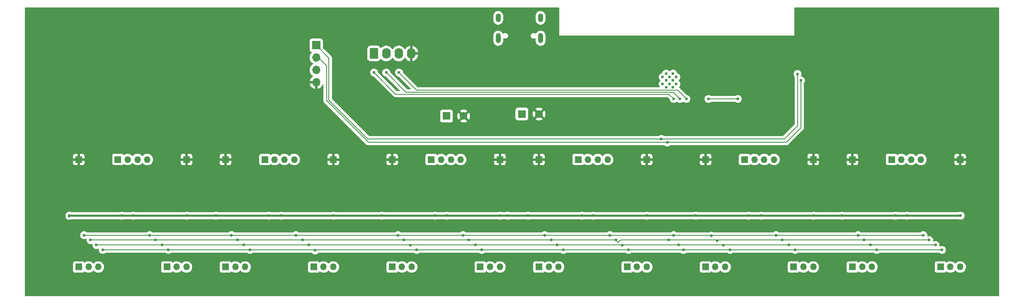
<source format=gbr>
%TF.GenerationSoftware,KiCad,Pcbnew,8.0.3*%
%TF.CreationDate,2024-07-13T20:38:16+02:00*%
%TF.ProjectId,Steuerplatine,53746575-6572-4706-9c61-74696e652e6b,rev?*%
%TF.SameCoordinates,Original*%
%TF.FileFunction,Copper,L2,Bot*%
%TF.FilePolarity,Positive*%
%FSLAX46Y46*%
G04 Gerber Fmt 4.6, Leading zero omitted, Abs format (unit mm)*
G04 Created by KiCad (PCBNEW 8.0.3) date 2024-07-13 20:38:16*
%MOMM*%
%LPD*%
G01*
G04 APERTURE LIST*
G04 Aperture macros list*
%AMRoundRect*
0 Rectangle with rounded corners*
0 $1 Rounding radius*
0 $2 $3 $4 $5 $6 $7 $8 $9 X,Y pos of 4 corners*
0 Add a 4 corners polygon primitive as box body*
4,1,4,$2,$3,$4,$5,$6,$7,$8,$9,$2,$3,0*
0 Add four circle primitives for the rounded corners*
1,1,$1+$1,$2,$3*
1,1,$1+$1,$4,$5*
1,1,$1+$1,$6,$7*
1,1,$1+$1,$8,$9*
0 Add four rect primitives between the rounded corners*
20,1,$1+$1,$2,$3,$4,$5,0*
20,1,$1+$1,$4,$5,$6,$7,0*
20,1,$1+$1,$6,$7,$8,$9,0*
20,1,$1+$1,$8,$9,$2,$3,0*%
G04 Aperture macros list end*
%TA.AperFunction,ComponentPad*%
%ADD10R,1.350000X1.350000*%
%TD*%
%TA.AperFunction,ComponentPad*%
%ADD11O,1.000000X2.100000*%
%TD*%
%TA.AperFunction,ComponentPad*%
%ADD12O,1.000000X1.800000*%
%TD*%
%TA.AperFunction,ComponentPad*%
%ADD13O,1.350000X1.350000*%
%TD*%
%TA.AperFunction,ComponentPad*%
%ADD14R,1.600000X1.600000*%
%TD*%
%TA.AperFunction,ComponentPad*%
%ADD15C,1.600000*%
%TD*%
%TA.AperFunction,ComponentPad*%
%ADD16RoundRect,0.250000X-0.620000X-0.845000X0.620000X-0.845000X0.620000X0.845000X-0.620000X0.845000X0*%
%TD*%
%TA.AperFunction,ComponentPad*%
%ADD17O,1.740000X2.190000*%
%TD*%
%TA.AperFunction,ComponentPad*%
%ADD18R,1.700000X1.700000*%
%TD*%
%TA.AperFunction,ComponentPad*%
%ADD19O,1.700000X1.700000*%
%TD*%
%TA.AperFunction,HeatsinkPad*%
%ADD20C,0.600000*%
%TD*%
%TA.AperFunction,ViaPad*%
%ADD21C,0.600000*%
%TD*%
%TA.AperFunction,Conductor*%
%ADD22C,0.200000*%
%TD*%
%TA.AperFunction,Conductor*%
%ADD23C,0.400000*%
%TD*%
G04 APERTURE END LIST*
D10*
%TO.P,J15,1,Pin_1*%
%TO.N,GND*%
X91500000Y-61500000D03*
%TD*%
D11*
%TO.P,J33,S1,SHIELD*%
%TO.N,unconnected-(J33-SHIELD-PadS1)*%
X155820000Y-36680000D03*
D12*
X155820000Y-32500000D03*
D11*
X147180000Y-36680000D03*
D12*
X147180000Y-32500000D03*
%TD*%
D10*
%TO.P,J27,1,Pin_1*%
%TO.N,GND*%
X83500000Y-61500000D03*
%TD*%
%TO.P,J21,1,Pin_1*%
%TO.N,Net-(J21-Pin_1)*%
X69500000Y-61500000D03*
D13*
%TO.P,J21,2,Pin_2*%
%TO.N,Net-(J21-Pin_2)*%
X71500000Y-61500000D03*
%TO.P,J21,3,Pin_3*%
%TO.N,Net-(J21-Pin_3)*%
X73500000Y-61500000D03*
%TO.P,J21,4,Pin_4*%
%TO.N,Net-(J21-Pin_4)*%
X75500000Y-61500000D03*
%TD*%
D10*
%TO.P,J2,1,Pin_1*%
%TO.N,Net-(J2-Pin_1)*%
X155500000Y-83500000D03*
D13*
%TO.P,J2,2,Pin_2*%
%TO.N,Net-(J2-Pin_2)*%
X157500000Y-83500000D03*
%TO.P,J2,3,Pin_3*%
%TO.N,Net-(J2-Pin_3)*%
X159500000Y-83500000D03*
%TD*%
D10*
%TO.P,J29,1,Pin_1*%
%TO.N,GND*%
X125500000Y-61500000D03*
%TD*%
%TO.P,J3,1,Pin_1*%
%TO.N,Net-(J3-Pin_1)*%
X91500000Y-83500000D03*
D13*
%TO.P,J3,2,Pin_2*%
%TO.N,Net-(J3-Pin_2)*%
X93500000Y-83500000D03*
%TO.P,J3,3,Pin_3*%
%TO.N,Net-(J3-Pin_3)*%
X95500000Y-83500000D03*
%TD*%
D10*
%TO.P,J22,1,Pin_1*%
%TO.N,Net-(J22-Pin_1)*%
X207500000Y-83500000D03*
D13*
%TO.P,J22,2,Pin_2*%
%TO.N,Net-(J22-Pin_2)*%
X209500000Y-83500000D03*
%TO.P,J22,3,Pin_3*%
%TO.N,Net-(J22-Pin_3)*%
X211500000Y-83500000D03*
%TD*%
D14*
%TO.P,C16,1*%
%TO.N,+5V*%
X152000000Y-52200000D03*
D15*
%TO.P,C16,2*%
%TO.N,GND*%
X155500000Y-52200000D03*
%TD*%
D10*
%TO.P,J18,1,Pin_1*%
%TO.N,Net-(J18-Pin_1)*%
X61499999Y-83500000D03*
D13*
%TO.P,J18,2,Pin_2*%
%TO.N,Net-(J18-Pin_2)*%
X63499999Y-83500000D03*
%TO.P,J18,3,Pin_3*%
%TO.N,Net-(J18-Pin_3)*%
X65499999Y-83500000D03*
%TD*%
D10*
%TO.P,J14,1,Pin_1*%
%TO.N,GND*%
X155500000Y-61500000D03*
%TD*%
%TO.P,J5,1,Pin_1*%
%TO.N,Net-(J5-Pin_1)*%
X163500000Y-61500000D03*
D13*
%TO.P,J5,2,Pin_2*%
%TO.N,Net-(J5-Pin_2)*%
X165500000Y-61500000D03*
%TO.P,J5,3,Pin_3*%
%TO.N,Net-(J5-Pin_3)*%
X167500000Y-61500000D03*
%TO.P,J5,4,Pin_4*%
%TO.N,Net-(J5-Pin_4)*%
X169500000Y-61500000D03*
%TD*%
D10*
%TO.P,J9,1,Pin_1*%
%TO.N,Net-(J9-Pin_1)*%
X109500000Y-83500000D03*
D13*
%TO.P,J9,2,Pin_2*%
%TO.N,Net-(J9-Pin_2)*%
X111500000Y-83500000D03*
%TO.P,J9,3,Pin_3*%
%TO.N,Net-(J9-Pin_3)*%
X113500000Y-83500000D03*
%TD*%
D10*
%TO.P,J8,1,Pin_1*%
%TO.N,Net-(J8-Pin_1)*%
X173500000Y-83500000D03*
D13*
%TO.P,J8,2,Pin_2*%
%TO.N,Net-(J8-Pin_2)*%
X175500000Y-83500000D03*
%TO.P,J8,3,Pin_3*%
%TO.N,Net-(J8-Pin_3)*%
X177500000Y-83500000D03*
%TD*%
D10*
%TO.P,J16,1,Pin_1*%
%TO.N,Net-(J16-Pin_1)*%
X189500000Y-83500000D03*
D13*
%TO.P,J16,2,Pin_2*%
%TO.N,Net-(J16-Pin_2)*%
X191500000Y-83500000D03*
%TO.P,J16,3,Pin_3*%
%TO.N,Net-(J16-Pin_3)*%
X193500000Y-83500000D03*
%TD*%
D10*
%TO.P,J10,1,Pin_1*%
%TO.N,GND*%
X241500000Y-61500000D03*
%TD*%
%TO.P,J7,1,Pin_1*%
%TO.N,Net-(J7-Pin_1)*%
X237500000Y-83500000D03*
D13*
%TO.P,J7,2,Pin_2*%
%TO.N,Net-(J7-Pin_2)*%
X239500000Y-83500000D03*
%TO.P,J7,3,Pin_3*%
%TO.N,Net-(J7-Pin_3)*%
X241500000Y-83500000D03*
%TD*%
D10*
%TO.P,J20,1,Pin_1*%
%TO.N,Net-(J20-Pin_1)*%
X133500000Y-61500000D03*
D13*
%TO.P,J20,2,Pin_2*%
%TO.N,Net-(J20-Pin_2)*%
X135500000Y-61500000D03*
%TO.P,J20,3,Pin_3*%
%TO.N,Net-(J20-Pin_3)*%
X137500000Y-61500000D03*
%TO.P,J20,4,Pin_4*%
%TO.N,Net-(J20-Pin_4)*%
X139500000Y-61500000D03*
%TD*%
D10*
%TO.P,J28,1,Pin_1*%
%TO.N,GND*%
X189500000Y-61500000D03*
%TD*%
%TO.P,J17,1,Pin_1*%
%TO.N,Net-(J17-Pin_1)*%
X125500000Y-83500000D03*
D13*
%TO.P,J17,2,Pin_2*%
%TO.N,Net-(J17-Pin_2)*%
X127500000Y-83500000D03*
%TO.P,J17,3,Pin_3*%
%TO.N,Net-(J17-Pin_3)*%
X129500000Y-83500000D03*
%TD*%
D10*
%TO.P,J4,1,Pin_1*%
%TO.N,Net-(J4-Pin_1)*%
X227500000Y-61500000D03*
D13*
%TO.P,J4,2,Pin_2*%
%TO.N,Net-(J4-Pin_2)*%
X229500000Y-61500000D03*
%TO.P,J4,3,Pin_3*%
%TO.N,Net-(J4-Pin_3)*%
X231500000Y-61500000D03*
%TO.P,J4,4,Pin_4*%
%TO.N,Net-(J4-Pin_4)*%
X233500000Y-61500000D03*
%TD*%
D10*
%TO.P,J25,1,Pin_1*%
%TO.N,GND*%
X211500000Y-61500000D03*
%TD*%
%TO.P,J19,1,Pin_1*%
%TO.N,Net-(J19-Pin_1)*%
X197500000Y-61500000D03*
D13*
%TO.P,J19,2,Pin_2*%
%TO.N,Net-(J19-Pin_2)*%
X199500000Y-61500000D03*
%TO.P,J19,3,Pin_3*%
%TO.N,Net-(J19-Pin_3)*%
X201500000Y-61500000D03*
%TO.P,J19,4,Pin_4*%
%TO.N,Net-(J19-Pin_4)*%
X203500000Y-61500000D03*
%TD*%
D10*
%TO.P,J24,1,Pin_1*%
%TO.N,Net-(J24-Pin_1)*%
X79500000Y-83500000D03*
D13*
%TO.P,J24,2,Pin_2*%
%TO.N,Net-(J24-Pin_2)*%
X81500000Y-83500000D03*
%TO.P,J24,3,Pin_3*%
%TO.N,Net-(J24-Pin_3)*%
X83500000Y-83500000D03*
%TD*%
D10*
%TO.P,J6,1,Pin_1*%
%TO.N,Net-(J6-Pin_1)*%
X99500000Y-61500000D03*
D13*
%TO.P,J6,2,Pin_2*%
%TO.N,Net-(J6-Pin_2)*%
X101500000Y-61500000D03*
%TO.P,J6,3,Pin_3*%
%TO.N,Net-(J6-Pin_3)*%
X103500000Y-61500000D03*
%TO.P,J6,4,Pin_4*%
%TO.N,Net-(J6-Pin_4)*%
X105500000Y-61500000D03*
%TD*%
D16*
%TO.P,J32,1,Pin_1*%
%TO.N,Button_1*%
X121780000Y-39800000D03*
D17*
%TO.P,J32,2,Pin_2*%
%TO.N,Button_2*%
X124320000Y-39800000D03*
%TO.P,J32,3,Pin_3*%
%TO.N,Button_3*%
X126860000Y-39800000D03*
%TO.P,J32,4,Pin_4*%
%TO.N,GND*%
X129400000Y-39800000D03*
%TD*%
D10*
%TO.P,J1,1,Pin_1*%
%TO.N,Net-(J1-Pin_1)*%
X219500000Y-83500000D03*
D13*
%TO.P,J1,2,Pin_2*%
%TO.N,Net-(J1-Pin_2)*%
X221500000Y-83500000D03*
%TO.P,J1,3,Pin_3*%
%TO.N,Net-(J1-Pin_3)*%
X223500000Y-83500000D03*
%TD*%
D10*
%TO.P,J26,1,Pin_1*%
%TO.N,GND*%
X147500000Y-61500000D03*
%TD*%
%TO.P,J30,1,Pin_1*%
%TO.N,GND*%
X61500000Y-61500000D03*
%TD*%
%TO.P,J13,1,Pin_1*%
%TO.N,GND*%
X219500000Y-61500000D03*
%TD*%
%TO.P,J23,1,Pin_1*%
%TO.N,Net-(J23-Pin_1)*%
X143500000Y-83500000D03*
D13*
%TO.P,J23,2,Pin_2*%
%TO.N,Net-(J23-Pin_2)*%
X145500000Y-83500000D03*
%TO.P,J23,3,Pin_3*%
%TO.N,Net-(J23-Pin_3)*%
X147500000Y-83500000D03*
%TD*%
D18*
%TO.P,J31,1,Pin_1*%
%TO.N,SCL*%
X110000000Y-38100000D03*
D19*
%TO.P,J31,2,Pin_2*%
%TO.N,SDA*%
X110000000Y-40640000D03*
%TO.P,J31,3,Pin_3*%
%TO.N,+5V*%
X110000000Y-43180000D03*
%TO.P,J31,4,Pin_4*%
%TO.N,GND*%
X110000000Y-45720000D03*
%TD*%
D20*
%TO.P,U14,41,GND*%
%TO.N,Net-(U14-GND-Pad1)*%
X180750000Y-44620000D03*
X180750000Y-46020000D03*
X181450000Y-43920000D03*
X181450000Y-45320000D03*
X181450000Y-46720000D03*
X182150000Y-44620000D03*
X182150000Y-46020000D03*
X182850000Y-43920000D03*
X182850000Y-45320000D03*
X182850000Y-46720000D03*
X183550000Y-44620000D03*
X183550000Y-46020000D03*
%TD*%
D14*
%TO.P,C17,1*%
%TO.N,+3V3*%
X136600000Y-52600000D03*
D15*
%TO.P,C17,2*%
%TO.N,GND*%
X140100000Y-52600000D03*
%TD*%
D10*
%TO.P,J12,1,Pin_1*%
%TO.N,GND*%
X113500000Y-61500000D03*
%TD*%
%TO.P,J11,1,Pin_1*%
%TO.N,GND*%
X177500000Y-61500000D03*
%TD*%
D21*
%TO.N,GND*%
X146000000Y-39000000D03*
X154000000Y-45000000D03*
X157000000Y-39000000D03*
X163900000Y-45100000D03*
%TO.N,Button_3*%
X185600000Y-49100000D03*
X126900000Y-43700000D03*
%TO.N,Button_2*%
X124300000Y-43700000D03*
X184300000Y-49100000D03*
%TO.N,Button_1*%
X183000000Y-49100000D03*
X121800000Y-43700000D03*
%TO.N,LOAD*%
X65100000Y-79000000D03*
X129200000Y-79100000D03*
X223200000Y-79000000D03*
X142500000Y-79000000D03*
X108500000Y-79000000D03*
X159200000Y-79000000D03*
X78500000Y-79000000D03*
X184000000Y-79000000D03*
X236500000Y-79000000D03*
X95200000Y-79000000D03*
X172500000Y-79100000D03*
X206500000Y-79000000D03*
X193200000Y-79100000D03*
%TO.N,+5V*%
X102800000Y-73000000D03*
X228300000Y-73000000D03*
X241600000Y-73000000D03*
X136700000Y-73000000D03*
X100300000Y-73000000D03*
X70300000Y-73000000D03*
X153300000Y-73000000D03*
X72700000Y-73000000D03*
X123400000Y-73000000D03*
X230700000Y-73000000D03*
X147600000Y-73000000D03*
X89500000Y-73000000D03*
X187500000Y-73000000D03*
X211600000Y-73000000D03*
X113600000Y-73000000D03*
X164300000Y-73000000D03*
X166600000Y-73000000D03*
X177600000Y-73000000D03*
X217400000Y-73000000D03*
X200900000Y-73000000D03*
X149100000Y-73000000D03*
X59600000Y-73000000D03*
X134300000Y-73000000D03*
X198300000Y-73000000D03*
X83600000Y-73000000D03*
%TO.N,SCL*%
X180500000Y-57300000D03*
X208300000Y-44000000D03*
%TO.N,DATA*%
X190100000Y-49100000D03*
X196100000Y-49100000D03*
%TO.N,SR_CLR*%
X183000000Y-77000000D03*
X156700000Y-77000000D03*
X170000000Y-77000000D03*
X203900000Y-77000000D03*
X105900000Y-77000000D03*
X92700000Y-77000000D03*
X126700000Y-77000000D03*
X140000000Y-77000000D03*
X190700000Y-77100000D03*
X76000000Y-77000000D03*
X234000000Y-77000000D03*
X220700000Y-77000000D03*
X62600000Y-77000000D03*
%TO.N,SDA*%
X209000000Y-45300000D03*
X181700000Y-58000000D03*
%TO.N,SR_CLK*%
X77200000Y-78000000D03*
X235200000Y-78000000D03*
X158000000Y-78000000D03*
X171200000Y-78000000D03*
X182000000Y-78000000D03*
X127900000Y-78000000D03*
X205200000Y-78000000D03*
X221900000Y-78000000D03*
X141200000Y-78000000D03*
X191900000Y-78100000D03*
X63900000Y-78000000D03*
X107200000Y-78000000D03*
X93900000Y-78000000D03*
%TO.N,OE*%
X160500000Y-80000000D03*
X194500000Y-80000000D03*
X207800000Y-80000000D03*
X185000000Y-80000000D03*
X237800000Y-80000000D03*
X96500000Y-80000000D03*
X66400000Y-80000000D03*
X109800000Y-80100000D03*
X143800000Y-80000000D03*
X224500000Y-80000000D03*
X79780001Y-80000000D03*
X173800000Y-80000000D03*
X130500000Y-80000000D03*
%TD*%
D22*
%TO.N,Button_3*%
X130520000Y-47320000D02*
X183820000Y-47320000D01*
X183820000Y-47320000D02*
X185600000Y-49100000D01*
X126900000Y-43700000D02*
X130520000Y-47320000D01*
%TO.N,Button_2*%
X182920000Y-47720000D02*
X184300000Y-49100000D01*
X124300000Y-43700000D02*
X128320000Y-47720000D01*
X128320000Y-47720000D02*
X182920000Y-47720000D01*
%TO.N,Button_1*%
X121800000Y-43700000D02*
X126220000Y-48120000D01*
X126220000Y-48120000D02*
X182020000Y-48120000D01*
X182020000Y-48120000D02*
X183000000Y-49100000D01*
%TO.N,LOAD*%
X193200000Y-79100000D02*
X193300000Y-79000000D01*
X172500000Y-79100000D02*
X172600000Y-79000000D01*
X172600000Y-79000000D02*
X193100000Y-79000000D01*
X65100000Y-79000000D02*
X78500000Y-79000000D01*
X223200000Y-79000000D02*
X236500000Y-79000000D01*
X193100000Y-79000000D02*
X193200000Y-79100000D01*
X193300000Y-79000000D02*
X223200000Y-79000000D01*
X78500000Y-79000000D02*
X159200000Y-79000000D01*
X172400000Y-79000000D02*
X172500000Y-79100000D01*
X159200000Y-79000000D02*
X172400000Y-79000000D01*
D23*
%TO.N,+5V*%
X211600000Y-73000000D02*
X217400000Y-73000000D01*
X187500000Y-73000000D02*
X198300000Y-73000000D01*
X59600000Y-73000000D02*
X70300000Y-73000000D01*
X177600000Y-73000000D02*
X187500000Y-73000000D01*
X149100000Y-73000000D02*
X153300000Y-73000000D01*
X123400000Y-73000000D02*
X136700000Y-73000000D01*
X83600000Y-73000000D02*
X100300000Y-73000000D01*
X70300000Y-73000000D02*
X72700000Y-73000000D01*
X228300000Y-73000000D02*
X230700000Y-73000000D01*
X136700000Y-73000000D02*
X147600000Y-73000000D01*
X166600000Y-73000000D02*
X177600000Y-73000000D01*
X198300000Y-73000000D02*
X200900000Y-73000000D01*
X147600000Y-73000000D02*
X149100000Y-73000000D01*
X164300000Y-73000000D02*
X166600000Y-73000000D01*
X113600000Y-73000000D02*
X123400000Y-73000000D01*
X230700000Y-73000000D02*
X241600000Y-73000000D01*
X59500000Y-73100000D02*
X59600000Y-73000000D01*
X217400000Y-73000000D02*
X228300000Y-73000000D01*
X100300000Y-73000000D02*
X102800000Y-73000000D01*
X102800000Y-73000000D02*
X113600000Y-73000000D01*
X200900000Y-73000000D02*
X211600000Y-73000000D01*
X153300000Y-73000000D02*
X164300000Y-73000000D01*
X72700000Y-73000000D02*
X83600000Y-73000000D01*
D22*
%TO.N,SCL*%
X112600000Y-40700000D02*
X112600000Y-49380660D01*
X120519340Y-57300000D02*
X180500000Y-57300000D01*
X110000000Y-38100000D02*
X112600000Y-40700000D01*
X112600000Y-49380660D02*
X120519340Y-57300000D01*
X207100000Y-55800000D02*
X208300000Y-54600000D01*
X208300000Y-54600000D02*
X208300000Y-44000000D01*
X205600000Y-57300000D02*
X207100000Y-55800000D01*
X180500000Y-57300000D02*
X205600000Y-57300000D01*
%TO.N,DATA*%
X190100000Y-49100000D02*
X196100000Y-49100000D01*
X196100000Y-49100000D02*
X196000000Y-49100000D01*
%TO.N,SR_CLR*%
X140000000Y-77000000D02*
X220700000Y-77000000D01*
X62600000Y-77000000D02*
X140000000Y-77000000D01*
X220700000Y-77000000D02*
X234000000Y-77000000D01*
%TO.N,SDA*%
X110440000Y-40640000D02*
X110000000Y-40640000D01*
X112100000Y-42300000D02*
X110440000Y-40640000D01*
X209000000Y-55000000D02*
X209000000Y-45300000D01*
X206000000Y-58000000D02*
X209000000Y-55000000D01*
X181700000Y-58000000D02*
X120653654Y-58000000D01*
X181700000Y-58000000D02*
X206000000Y-58000000D01*
X120653654Y-58000000D02*
X112100000Y-49446346D01*
X112100000Y-49446346D02*
X112100000Y-42300000D01*
%TO.N,SR_CLK*%
X141200000Y-78000000D02*
X158000000Y-78000000D01*
X171700000Y-78500000D02*
X172200000Y-78000000D01*
X77200000Y-78000000D02*
X93900000Y-78000000D01*
X93900000Y-78000000D02*
X141200000Y-78000000D01*
X172200000Y-78000000D02*
X235200000Y-78000000D01*
X158000000Y-78000000D02*
X171200000Y-78000000D01*
X171200000Y-78000000D02*
X171700000Y-78500000D01*
X63900000Y-78000000D02*
X77200000Y-78000000D01*
%TO.N,OE*%
X109800000Y-80100000D02*
X109900000Y-80000000D01*
X173800000Y-80000000D02*
X194500000Y-80000000D01*
X109900000Y-80000000D02*
X130500000Y-80000000D01*
X160500000Y-80000000D02*
X173800000Y-80000000D01*
X109700000Y-80000000D02*
X109800000Y-80100000D01*
X194500000Y-80000000D02*
X237800000Y-80000000D01*
X66400000Y-80000000D02*
X79780001Y-80000000D01*
X130500000Y-80000000D02*
X160500000Y-80000000D01*
X96500000Y-80000000D02*
X109700000Y-80000000D01*
X79780001Y-80000000D02*
X96500000Y-80000000D01*
%TD*%
%TA.AperFunction,Conductor*%
%TO.N,GND*%
G36*
X159593039Y-30420185D02*
G01*
X159638794Y-30472989D01*
X159650000Y-30524500D01*
X159650000Y-36110000D01*
X207650000Y-36110000D01*
X207650000Y-30524500D01*
X207669685Y-30457461D01*
X207722489Y-30411706D01*
X207774000Y-30400500D01*
X249375500Y-30400500D01*
X249442539Y-30420185D01*
X249488294Y-30472989D01*
X249499500Y-30524500D01*
X249499500Y-89375500D01*
X249479815Y-89442539D01*
X249427011Y-89488294D01*
X249375500Y-89499500D01*
X50624500Y-89499500D01*
X50557461Y-89479815D01*
X50511706Y-89427011D01*
X50500500Y-89375500D01*
X50500500Y-82777135D01*
X60324499Y-82777135D01*
X60324499Y-84222870D01*
X60324500Y-84222876D01*
X60330907Y-84282483D01*
X60381201Y-84417328D01*
X60381205Y-84417335D01*
X60467451Y-84532544D01*
X60467454Y-84532547D01*
X60582663Y-84618793D01*
X60582670Y-84618797D01*
X60717516Y-84669091D01*
X60717515Y-84669091D01*
X60724443Y-84669835D01*
X60777126Y-84675500D01*
X62222871Y-84675499D01*
X62282482Y-84669091D01*
X62417330Y-84618796D01*
X62532545Y-84532546D01*
X62594784Y-84449404D01*
X62650717Y-84407535D01*
X62720409Y-84402551D01*
X62777587Y-84432078D01*
X62788567Y-84442088D01*
X62788569Y-84442089D01*
X62788570Y-84442090D01*
X62973785Y-84556770D01*
X62973791Y-84556773D01*
X62996663Y-84565633D01*
X63176930Y-84635470D01*
X63391073Y-84675500D01*
X63391075Y-84675500D01*
X63608923Y-84675500D01*
X63608925Y-84675500D01*
X63823068Y-84635470D01*
X64026209Y-84556772D01*
X64211431Y-84442088D01*
X64372426Y-84295322D01*
X64401046Y-84257422D01*
X64457152Y-84215787D01*
X64526864Y-84211094D01*
X64588047Y-84244836D01*
X64598945Y-84257414D01*
X64627572Y-84295322D01*
X64788567Y-84442088D01*
X64788574Y-84442092D01*
X64788575Y-84442093D01*
X64973785Y-84556770D01*
X64973791Y-84556773D01*
X64996663Y-84565633D01*
X65176930Y-84635470D01*
X65391073Y-84675500D01*
X65391075Y-84675500D01*
X65608923Y-84675500D01*
X65608925Y-84675500D01*
X65823068Y-84635470D01*
X66026209Y-84556772D01*
X66211431Y-84442088D01*
X66372426Y-84295322D01*
X66503711Y-84121472D01*
X66600816Y-83926459D01*
X66660434Y-83716923D01*
X66680535Y-83500000D01*
X66660434Y-83283077D01*
X66600816Y-83073541D01*
X66503711Y-82878528D01*
X66427143Y-82777135D01*
X78324500Y-82777135D01*
X78324500Y-84222870D01*
X78324501Y-84222876D01*
X78330908Y-84282483D01*
X78381202Y-84417328D01*
X78381206Y-84417335D01*
X78467452Y-84532544D01*
X78467455Y-84532547D01*
X78582664Y-84618793D01*
X78582671Y-84618797D01*
X78717517Y-84669091D01*
X78717516Y-84669091D01*
X78724444Y-84669835D01*
X78777127Y-84675500D01*
X80222872Y-84675499D01*
X80282483Y-84669091D01*
X80417331Y-84618796D01*
X80532546Y-84532546D01*
X80594785Y-84449404D01*
X80650718Y-84407535D01*
X80720410Y-84402551D01*
X80777588Y-84432078D01*
X80788568Y-84442088D01*
X80788570Y-84442089D01*
X80788571Y-84442090D01*
X80973786Y-84556770D01*
X80973792Y-84556773D01*
X80996664Y-84565633D01*
X81176931Y-84635470D01*
X81391074Y-84675500D01*
X81391076Y-84675500D01*
X81608924Y-84675500D01*
X81608926Y-84675500D01*
X81823069Y-84635470D01*
X82026210Y-84556772D01*
X82211432Y-84442088D01*
X82372427Y-84295322D01*
X82401047Y-84257422D01*
X82457153Y-84215787D01*
X82526865Y-84211094D01*
X82588048Y-84244836D01*
X82598946Y-84257414D01*
X82627573Y-84295322D01*
X82788568Y-84442088D01*
X82788575Y-84442092D01*
X82788576Y-84442093D01*
X82973786Y-84556770D01*
X82973792Y-84556773D01*
X82996664Y-84565633D01*
X83176931Y-84635470D01*
X83391074Y-84675500D01*
X83391076Y-84675500D01*
X83608924Y-84675500D01*
X83608926Y-84675500D01*
X83823069Y-84635470D01*
X84026210Y-84556772D01*
X84211432Y-84442088D01*
X84372427Y-84295322D01*
X84503712Y-84121472D01*
X84600817Y-83926459D01*
X84660435Y-83716923D01*
X84680536Y-83500000D01*
X84660435Y-83283077D01*
X84600817Y-83073541D01*
X84503712Y-82878528D01*
X84427144Y-82777135D01*
X90324500Y-82777135D01*
X90324500Y-84222870D01*
X90324501Y-84222876D01*
X90330908Y-84282483D01*
X90381202Y-84417328D01*
X90381206Y-84417335D01*
X90467452Y-84532544D01*
X90467455Y-84532547D01*
X90582664Y-84618793D01*
X90582671Y-84618797D01*
X90717517Y-84669091D01*
X90717516Y-84669091D01*
X90724444Y-84669835D01*
X90777127Y-84675500D01*
X92222872Y-84675499D01*
X92282483Y-84669091D01*
X92417331Y-84618796D01*
X92532546Y-84532546D01*
X92594785Y-84449404D01*
X92650718Y-84407535D01*
X92720410Y-84402551D01*
X92777588Y-84432078D01*
X92788568Y-84442088D01*
X92788570Y-84442089D01*
X92788571Y-84442090D01*
X92973786Y-84556770D01*
X92973792Y-84556773D01*
X92996664Y-84565633D01*
X93176931Y-84635470D01*
X93391074Y-84675500D01*
X93391076Y-84675500D01*
X93608924Y-84675500D01*
X93608926Y-84675500D01*
X93823069Y-84635470D01*
X94026210Y-84556772D01*
X94211432Y-84442088D01*
X94372427Y-84295322D01*
X94401047Y-84257422D01*
X94457153Y-84215787D01*
X94526865Y-84211094D01*
X94588048Y-84244836D01*
X94598946Y-84257414D01*
X94627573Y-84295322D01*
X94788568Y-84442088D01*
X94788575Y-84442092D01*
X94788576Y-84442093D01*
X94973786Y-84556770D01*
X94973792Y-84556773D01*
X94996664Y-84565633D01*
X95176931Y-84635470D01*
X95391074Y-84675500D01*
X95391076Y-84675500D01*
X95608924Y-84675500D01*
X95608926Y-84675500D01*
X95823069Y-84635470D01*
X96026210Y-84556772D01*
X96211432Y-84442088D01*
X96372427Y-84295322D01*
X96503712Y-84121472D01*
X96600817Y-83926459D01*
X96660435Y-83716923D01*
X96680536Y-83500000D01*
X96660435Y-83283077D01*
X96600817Y-83073541D01*
X96503712Y-82878528D01*
X96427144Y-82777135D01*
X108324500Y-82777135D01*
X108324500Y-84222870D01*
X108324501Y-84222876D01*
X108330908Y-84282483D01*
X108381202Y-84417328D01*
X108381206Y-84417335D01*
X108467452Y-84532544D01*
X108467455Y-84532547D01*
X108582664Y-84618793D01*
X108582671Y-84618797D01*
X108717517Y-84669091D01*
X108717516Y-84669091D01*
X108724444Y-84669835D01*
X108777127Y-84675500D01*
X110222872Y-84675499D01*
X110282483Y-84669091D01*
X110417331Y-84618796D01*
X110532546Y-84532546D01*
X110594785Y-84449404D01*
X110650718Y-84407535D01*
X110720410Y-84402551D01*
X110777588Y-84432078D01*
X110788568Y-84442088D01*
X110788570Y-84442089D01*
X110788571Y-84442090D01*
X110973786Y-84556770D01*
X110973792Y-84556773D01*
X110996664Y-84565633D01*
X111176931Y-84635470D01*
X111391074Y-84675500D01*
X111391076Y-84675500D01*
X111608924Y-84675500D01*
X111608926Y-84675500D01*
X111823069Y-84635470D01*
X112026210Y-84556772D01*
X112211432Y-84442088D01*
X112372427Y-84295322D01*
X112401047Y-84257422D01*
X112457153Y-84215787D01*
X112526865Y-84211094D01*
X112588048Y-84244836D01*
X112598946Y-84257414D01*
X112627573Y-84295322D01*
X112788568Y-84442088D01*
X112788575Y-84442092D01*
X112788576Y-84442093D01*
X112973786Y-84556770D01*
X112973792Y-84556773D01*
X112996664Y-84565633D01*
X113176931Y-84635470D01*
X113391074Y-84675500D01*
X113391076Y-84675500D01*
X113608924Y-84675500D01*
X113608926Y-84675500D01*
X113823069Y-84635470D01*
X114026210Y-84556772D01*
X114211432Y-84442088D01*
X114372427Y-84295322D01*
X114503712Y-84121472D01*
X114600817Y-83926459D01*
X114660435Y-83716923D01*
X114680536Y-83500000D01*
X114660435Y-83283077D01*
X114600817Y-83073541D01*
X114503712Y-82878528D01*
X114427144Y-82777135D01*
X124324500Y-82777135D01*
X124324500Y-84222870D01*
X124324501Y-84222876D01*
X124330908Y-84282483D01*
X124381202Y-84417328D01*
X124381206Y-84417335D01*
X124467452Y-84532544D01*
X124467455Y-84532547D01*
X124582664Y-84618793D01*
X124582671Y-84618797D01*
X124717517Y-84669091D01*
X124717516Y-84669091D01*
X124724444Y-84669835D01*
X124777127Y-84675500D01*
X126222872Y-84675499D01*
X126282483Y-84669091D01*
X126417331Y-84618796D01*
X126532546Y-84532546D01*
X126594785Y-84449404D01*
X126650718Y-84407535D01*
X126720410Y-84402551D01*
X126777588Y-84432078D01*
X126788568Y-84442088D01*
X126788570Y-84442089D01*
X126788571Y-84442090D01*
X126973786Y-84556770D01*
X126973792Y-84556773D01*
X126996664Y-84565633D01*
X127176931Y-84635470D01*
X127391074Y-84675500D01*
X127391076Y-84675500D01*
X127608924Y-84675500D01*
X127608926Y-84675500D01*
X127823069Y-84635470D01*
X128026210Y-84556772D01*
X128211432Y-84442088D01*
X128372427Y-84295322D01*
X128401047Y-84257422D01*
X128457153Y-84215787D01*
X128526865Y-84211094D01*
X128588048Y-84244836D01*
X128598946Y-84257414D01*
X128627573Y-84295322D01*
X128788568Y-84442088D01*
X128788575Y-84442092D01*
X128788576Y-84442093D01*
X128973786Y-84556770D01*
X128973792Y-84556773D01*
X128996664Y-84565633D01*
X129176931Y-84635470D01*
X129391074Y-84675500D01*
X129391076Y-84675500D01*
X129608924Y-84675500D01*
X129608926Y-84675500D01*
X129823069Y-84635470D01*
X130026210Y-84556772D01*
X130211432Y-84442088D01*
X130372427Y-84295322D01*
X130503712Y-84121472D01*
X130600817Y-83926459D01*
X130660435Y-83716923D01*
X130680536Y-83500000D01*
X130660435Y-83283077D01*
X130600817Y-83073541D01*
X130503712Y-82878528D01*
X130427144Y-82777135D01*
X142324500Y-82777135D01*
X142324500Y-84222870D01*
X142324501Y-84222876D01*
X142330908Y-84282483D01*
X142381202Y-84417328D01*
X142381206Y-84417335D01*
X142467452Y-84532544D01*
X142467455Y-84532547D01*
X142582664Y-84618793D01*
X142582671Y-84618797D01*
X142717517Y-84669091D01*
X142717516Y-84669091D01*
X142724444Y-84669835D01*
X142777127Y-84675500D01*
X144222872Y-84675499D01*
X144282483Y-84669091D01*
X144417331Y-84618796D01*
X144532546Y-84532546D01*
X144594785Y-84449404D01*
X144650718Y-84407535D01*
X144720410Y-84402551D01*
X144777588Y-84432078D01*
X144788568Y-84442088D01*
X144788570Y-84442089D01*
X144788571Y-84442090D01*
X144973786Y-84556770D01*
X144973792Y-84556773D01*
X144996664Y-84565633D01*
X145176931Y-84635470D01*
X145391074Y-84675500D01*
X145391076Y-84675500D01*
X145608924Y-84675500D01*
X145608926Y-84675500D01*
X145823069Y-84635470D01*
X146026210Y-84556772D01*
X146211432Y-84442088D01*
X146372427Y-84295322D01*
X146401047Y-84257422D01*
X146457153Y-84215787D01*
X146526865Y-84211094D01*
X146588048Y-84244836D01*
X146598946Y-84257414D01*
X146627573Y-84295322D01*
X146788568Y-84442088D01*
X146788575Y-84442092D01*
X146788576Y-84442093D01*
X146973786Y-84556770D01*
X146973792Y-84556773D01*
X146996664Y-84565633D01*
X147176931Y-84635470D01*
X147391074Y-84675500D01*
X147391076Y-84675500D01*
X147608924Y-84675500D01*
X147608926Y-84675500D01*
X147823069Y-84635470D01*
X148026210Y-84556772D01*
X148211432Y-84442088D01*
X148372427Y-84295322D01*
X148503712Y-84121472D01*
X148600817Y-83926459D01*
X148660435Y-83716923D01*
X148680536Y-83500000D01*
X148660435Y-83283077D01*
X148600817Y-83073541D01*
X148503712Y-82878528D01*
X148427144Y-82777135D01*
X154324500Y-82777135D01*
X154324500Y-84222870D01*
X154324501Y-84222876D01*
X154330908Y-84282483D01*
X154381202Y-84417328D01*
X154381206Y-84417335D01*
X154467452Y-84532544D01*
X154467455Y-84532547D01*
X154582664Y-84618793D01*
X154582671Y-84618797D01*
X154717517Y-84669091D01*
X154717516Y-84669091D01*
X154724444Y-84669835D01*
X154777127Y-84675500D01*
X156222872Y-84675499D01*
X156282483Y-84669091D01*
X156417331Y-84618796D01*
X156532546Y-84532546D01*
X156594785Y-84449404D01*
X156650718Y-84407535D01*
X156720410Y-84402551D01*
X156777588Y-84432078D01*
X156788568Y-84442088D01*
X156788570Y-84442089D01*
X156788571Y-84442090D01*
X156973786Y-84556770D01*
X156973792Y-84556773D01*
X156996664Y-84565633D01*
X157176931Y-84635470D01*
X157391074Y-84675500D01*
X157391076Y-84675500D01*
X157608924Y-84675500D01*
X157608926Y-84675500D01*
X157823069Y-84635470D01*
X158026210Y-84556772D01*
X158211432Y-84442088D01*
X158372427Y-84295322D01*
X158401047Y-84257422D01*
X158457153Y-84215787D01*
X158526865Y-84211094D01*
X158588048Y-84244836D01*
X158598946Y-84257414D01*
X158627573Y-84295322D01*
X158788568Y-84442088D01*
X158788575Y-84442092D01*
X158788576Y-84442093D01*
X158973786Y-84556770D01*
X158973792Y-84556773D01*
X158996664Y-84565633D01*
X159176931Y-84635470D01*
X159391074Y-84675500D01*
X159391076Y-84675500D01*
X159608924Y-84675500D01*
X159608926Y-84675500D01*
X159823069Y-84635470D01*
X160026210Y-84556772D01*
X160211432Y-84442088D01*
X160372427Y-84295322D01*
X160503712Y-84121472D01*
X160600817Y-83926459D01*
X160660435Y-83716923D01*
X160680536Y-83500000D01*
X160660435Y-83283077D01*
X160600817Y-83073541D01*
X160503712Y-82878528D01*
X160427144Y-82777135D01*
X172324500Y-82777135D01*
X172324500Y-84222870D01*
X172324501Y-84222876D01*
X172330908Y-84282483D01*
X172381202Y-84417328D01*
X172381206Y-84417335D01*
X172467452Y-84532544D01*
X172467455Y-84532547D01*
X172582664Y-84618793D01*
X172582671Y-84618797D01*
X172717517Y-84669091D01*
X172717516Y-84669091D01*
X172724444Y-84669835D01*
X172777127Y-84675500D01*
X174222872Y-84675499D01*
X174282483Y-84669091D01*
X174417331Y-84618796D01*
X174532546Y-84532546D01*
X174594785Y-84449404D01*
X174650718Y-84407535D01*
X174720410Y-84402551D01*
X174777588Y-84432078D01*
X174788568Y-84442088D01*
X174788570Y-84442089D01*
X174788571Y-84442090D01*
X174973786Y-84556770D01*
X174973792Y-84556773D01*
X174996664Y-84565633D01*
X175176931Y-84635470D01*
X175391074Y-84675500D01*
X175391076Y-84675500D01*
X175608924Y-84675500D01*
X175608926Y-84675500D01*
X175823069Y-84635470D01*
X176026210Y-84556772D01*
X176211432Y-84442088D01*
X176372427Y-84295322D01*
X176401047Y-84257422D01*
X176457153Y-84215787D01*
X176526865Y-84211094D01*
X176588048Y-84244836D01*
X176598946Y-84257414D01*
X176627573Y-84295322D01*
X176788568Y-84442088D01*
X176788575Y-84442092D01*
X176788576Y-84442093D01*
X176973786Y-84556770D01*
X176973792Y-84556773D01*
X176996664Y-84565633D01*
X177176931Y-84635470D01*
X177391074Y-84675500D01*
X177391076Y-84675500D01*
X177608924Y-84675500D01*
X177608926Y-84675500D01*
X177823069Y-84635470D01*
X178026210Y-84556772D01*
X178211432Y-84442088D01*
X178372427Y-84295322D01*
X178503712Y-84121472D01*
X178600817Y-83926459D01*
X178660435Y-83716923D01*
X178680536Y-83500000D01*
X178660435Y-83283077D01*
X178600817Y-83073541D01*
X178503712Y-82878528D01*
X178427144Y-82777135D01*
X188324500Y-82777135D01*
X188324500Y-84222870D01*
X188324501Y-84222876D01*
X188330908Y-84282483D01*
X188381202Y-84417328D01*
X188381206Y-84417335D01*
X188467452Y-84532544D01*
X188467455Y-84532547D01*
X188582664Y-84618793D01*
X188582671Y-84618797D01*
X188717517Y-84669091D01*
X188717516Y-84669091D01*
X188724444Y-84669835D01*
X188777127Y-84675500D01*
X190222872Y-84675499D01*
X190282483Y-84669091D01*
X190417331Y-84618796D01*
X190532546Y-84532546D01*
X190594785Y-84449404D01*
X190650718Y-84407535D01*
X190720410Y-84402551D01*
X190777588Y-84432078D01*
X190788568Y-84442088D01*
X190788570Y-84442089D01*
X190788571Y-84442090D01*
X190973786Y-84556770D01*
X190973792Y-84556773D01*
X190996664Y-84565633D01*
X191176931Y-84635470D01*
X191391074Y-84675500D01*
X191391076Y-84675500D01*
X191608924Y-84675500D01*
X191608926Y-84675500D01*
X191823069Y-84635470D01*
X192026210Y-84556772D01*
X192211432Y-84442088D01*
X192372427Y-84295322D01*
X192401047Y-84257422D01*
X192457153Y-84215787D01*
X192526865Y-84211094D01*
X192588048Y-84244836D01*
X192598946Y-84257414D01*
X192627573Y-84295322D01*
X192788568Y-84442088D01*
X192788575Y-84442092D01*
X192788576Y-84442093D01*
X192973786Y-84556770D01*
X192973792Y-84556773D01*
X192996664Y-84565633D01*
X193176931Y-84635470D01*
X193391074Y-84675500D01*
X193391076Y-84675500D01*
X193608924Y-84675500D01*
X193608926Y-84675500D01*
X193823069Y-84635470D01*
X194026210Y-84556772D01*
X194211432Y-84442088D01*
X194372427Y-84295322D01*
X194503712Y-84121472D01*
X194600817Y-83926459D01*
X194660435Y-83716923D01*
X194680536Y-83500000D01*
X194660435Y-83283077D01*
X194600817Y-83073541D01*
X194503712Y-82878528D01*
X194427144Y-82777135D01*
X206324500Y-82777135D01*
X206324500Y-84222870D01*
X206324501Y-84222876D01*
X206330908Y-84282483D01*
X206381202Y-84417328D01*
X206381206Y-84417335D01*
X206467452Y-84532544D01*
X206467455Y-84532547D01*
X206582664Y-84618793D01*
X206582671Y-84618797D01*
X206717517Y-84669091D01*
X206717516Y-84669091D01*
X206724444Y-84669835D01*
X206777127Y-84675500D01*
X208222872Y-84675499D01*
X208282483Y-84669091D01*
X208417331Y-84618796D01*
X208532546Y-84532546D01*
X208594785Y-84449404D01*
X208650718Y-84407535D01*
X208720410Y-84402551D01*
X208777588Y-84432078D01*
X208788568Y-84442088D01*
X208788570Y-84442089D01*
X208788571Y-84442090D01*
X208973786Y-84556770D01*
X208973792Y-84556773D01*
X208996664Y-84565633D01*
X209176931Y-84635470D01*
X209391074Y-84675500D01*
X209391076Y-84675500D01*
X209608924Y-84675500D01*
X209608926Y-84675500D01*
X209823069Y-84635470D01*
X210026210Y-84556772D01*
X210211432Y-84442088D01*
X210372427Y-84295322D01*
X210401047Y-84257422D01*
X210457153Y-84215787D01*
X210526865Y-84211094D01*
X210588048Y-84244836D01*
X210598946Y-84257414D01*
X210627573Y-84295322D01*
X210788568Y-84442088D01*
X210788575Y-84442092D01*
X210788576Y-84442093D01*
X210973786Y-84556770D01*
X210973792Y-84556773D01*
X210996664Y-84565633D01*
X211176931Y-84635470D01*
X211391074Y-84675500D01*
X211391076Y-84675500D01*
X211608924Y-84675500D01*
X211608926Y-84675500D01*
X211823069Y-84635470D01*
X212026210Y-84556772D01*
X212211432Y-84442088D01*
X212372427Y-84295322D01*
X212503712Y-84121472D01*
X212600817Y-83926459D01*
X212660435Y-83716923D01*
X212680536Y-83500000D01*
X212660435Y-83283077D01*
X212600817Y-83073541D01*
X212503712Y-82878528D01*
X212427144Y-82777135D01*
X218324500Y-82777135D01*
X218324500Y-84222870D01*
X218324501Y-84222876D01*
X218330908Y-84282483D01*
X218381202Y-84417328D01*
X218381206Y-84417335D01*
X218467452Y-84532544D01*
X218467455Y-84532547D01*
X218582664Y-84618793D01*
X218582671Y-84618797D01*
X218717517Y-84669091D01*
X218717516Y-84669091D01*
X218724444Y-84669835D01*
X218777127Y-84675500D01*
X220222872Y-84675499D01*
X220282483Y-84669091D01*
X220417331Y-84618796D01*
X220532546Y-84532546D01*
X220594785Y-84449404D01*
X220650718Y-84407535D01*
X220720410Y-84402551D01*
X220777588Y-84432078D01*
X220788568Y-84442088D01*
X220788570Y-84442089D01*
X220788571Y-84442090D01*
X220973786Y-84556770D01*
X220973792Y-84556773D01*
X220996664Y-84565633D01*
X221176931Y-84635470D01*
X221391074Y-84675500D01*
X221391076Y-84675500D01*
X221608924Y-84675500D01*
X221608926Y-84675500D01*
X221823069Y-84635470D01*
X222026210Y-84556772D01*
X222211432Y-84442088D01*
X222372427Y-84295322D01*
X222401047Y-84257422D01*
X222457153Y-84215787D01*
X222526865Y-84211094D01*
X222588048Y-84244836D01*
X222598946Y-84257414D01*
X222627573Y-84295322D01*
X222788568Y-84442088D01*
X222788575Y-84442092D01*
X222788576Y-84442093D01*
X222973786Y-84556770D01*
X222973792Y-84556773D01*
X222996664Y-84565633D01*
X223176931Y-84635470D01*
X223391074Y-84675500D01*
X223391076Y-84675500D01*
X223608924Y-84675500D01*
X223608926Y-84675500D01*
X223823069Y-84635470D01*
X224026210Y-84556772D01*
X224211432Y-84442088D01*
X224372427Y-84295322D01*
X224503712Y-84121472D01*
X224600817Y-83926459D01*
X224660435Y-83716923D01*
X224680536Y-83500000D01*
X224660435Y-83283077D01*
X224600817Y-83073541D01*
X224503712Y-82878528D01*
X224427144Y-82777135D01*
X236324500Y-82777135D01*
X236324500Y-84222870D01*
X236324501Y-84222876D01*
X236330908Y-84282483D01*
X236381202Y-84417328D01*
X236381206Y-84417335D01*
X236467452Y-84532544D01*
X236467455Y-84532547D01*
X236582664Y-84618793D01*
X236582671Y-84618797D01*
X236717517Y-84669091D01*
X236717516Y-84669091D01*
X236724444Y-84669835D01*
X236777127Y-84675500D01*
X238222872Y-84675499D01*
X238282483Y-84669091D01*
X238417331Y-84618796D01*
X238532546Y-84532546D01*
X238594785Y-84449404D01*
X238650718Y-84407535D01*
X238720410Y-84402551D01*
X238777588Y-84432078D01*
X238788568Y-84442088D01*
X238788570Y-84442089D01*
X238788571Y-84442090D01*
X238973786Y-84556770D01*
X238973792Y-84556773D01*
X238996664Y-84565633D01*
X239176931Y-84635470D01*
X239391074Y-84675500D01*
X239391076Y-84675500D01*
X239608924Y-84675500D01*
X239608926Y-84675500D01*
X239823069Y-84635470D01*
X240026210Y-84556772D01*
X240211432Y-84442088D01*
X240372427Y-84295322D01*
X240401047Y-84257422D01*
X240457153Y-84215787D01*
X240526865Y-84211094D01*
X240588048Y-84244836D01*
X240598946Y-84257414D01*
X240627573Y-84295322D01*
X240788568Y-84442088D01*
X240788575Y-84442092D01*
X240788576Y-84442093D01*
X240973786Y-84556770D01*
X240973792Y-84556773D01*
X240996664Y-84565633D01*
X241176931Y-84635470D01*
X241391074Y-84675500D01*
X241391076Y-84675500D01*
X241608924Y-84675500D01*
X241608926Y-84675500D01*
X241823069Y-84635470D01*
X242026210Y-84556772D01*
X242211432Y-84442088D01*
X242372427Y-84295322D01*
X242503712Y-84121472D01*
X242600817Y-83926459D01*
X242660435Y-83716923D01*
X242680536Y-83500000D01*
X242660435Y-83283077D01*
X242600817Y-83073541D01*
X242503712Y-82878528D01*
X242372427Y-82704678D01*
X242345016Y-82679690D01*
X242255996Y-82598537D01*
X242211432Y-82557912D01*
X242211428Y-82557909D01*
X242211423Y-82557906D01*
X242026213Y-82443229D01*
X242026207Y-82443226D01*
X241941113Y-82410260D01*
X241823069Y-82364530D01*
X241608926Y-82324500D01*
X241391074Y-82324500D01*
X241176931Y-82364530D01*
X241133896Y-82381202D01*
X240973792Y-82443226D01*
X240973786Y-82443229D01*
X240788576Y-82557906D01*
X240788566Y-82557913D01*
X240627573Y-82704676D01*
X240598953Y-82742576D01*
X240542844Y-82784211D01*
X240473132Y-82788902D01*
X240411950Y-82755159D01*
X240401047Y-82742576D01*
X240372426Y-82704676D01*
X240211433Y-82557913D01*
X240211423Y-82557906D01*
X240026213Y-82443229D01*
X240026207Y-82443226D01*
X239941113Y-82410260D01*
X239823069Y-82364530D01*
X239608926Y-82324500D01*
X239391074Y-82324500D01*
X239176931Y-82364530D01*
X239133896Y-82381202D01*
X238973792Y-82443226D01*
X238973786Y-82443229D01*
X238788565Y-82557913D01*
X238777585Y-82567923D01*
X238714780Y-82598537D01*
X238645393Y-82590336D01*
X238594785Y-82550594D01*
X238568848Y-82515948D01*
X238532546Y-82467454D01*
X238532544Y-82467453D01*
X238532544Y-82467452D01*
X238417335Y-82381206D01*
X238417328Y-82381202D01*
X238282482Y-82330908D01*
X238282483Y-82330908D01*
X238222883Y-82324501D01*
X238222881Y-82324500D01*
X238222873Y-82324500D01*
X238222864Y-82324500D01*
X236777129Y-82324500D01*
X236777123Y-82324501D01*
X236717516Y-82330908D01*
X236582671Y-82381202D01*
X236582664Y-82381206D01*
X236467455Y-82467452D01*
X236467452Y-82467455D01*
X236381206Y-82582664D01*
X236381202Y-82582671D01*
X236330908Y-82717517D01*
X236324501Y-82777116D01*
X236324500Y-82777135D01*
X224427144Y-82777135D01*
X224372427Y-82704678D01*
X224345016Y-82679690D01*
X224255996Y-82598537D01*
X224211432Y-82557912D01*
X224211428Y-82557909D01*
X224211423Y-82557906D01*
X224026213Y-82443229D01*
X224026207Y-82443226D01*
X223941113Y-82410260D01*
X223823069Y-82364530D01*
X223608926Y-82324500D01*
X223391074Y-82324500D01*
X223176931Y-82364530D01*
X223133896Y-82381202D01*
X222973792Y-82443226D01*
X222973786Y-82443229D01*
X222788576Y-82557906D01*
X222788566Y-82557913D01*
X222627573Y-82704676D01*
X222598953Y-82742576D01*
X222542844Y-82784211D01*
X222473132Y-82788902D01*
X222411950Y-82755159D01*
X222401047Y-82742576D01*
X222372426Y-82704676D01*
X222211433Y-82557913D01*
X222211423Y-82557906D01*
X222026213Y-82443229D01*
X222026207Y-82443226D01*
X221941113Y-82410260D01*
X221823069Y-82364530D01*
X221608926Y-82324500D01*
X221391074Y-82324500D01*
X221176931Y-82364530D01*
X221133896Y-82381202D01*
X220973792Y-82443226D01*
X220973786Y-82443229D01*
X220788565Y-82557913D01*
X220777585Y-82567923D01*
X220714780Y-82598537D01*
X220645393Y-82590336D01*
X220594785Y-82550594D01*
X220568848Y-82515948D01*
X220532546Y-82467454D01*
X220532544Y-82467453D01*
X220532544Y-82467452D01*
X220417335Y-82381206D01*
X220417328Y-82381202D01*
X220282482Y-82330908D01*
X220282483Y-82330908D01*
X220222883Y-82324501D01*
X220222881Y-82324500D01*
X220222873Y-82324500D01*
X220222864Y-82324500D01*
X218777129Y-82324500D01*
X218777123Y-82324501D01*
X218717516Y-82330908D01*
X218582671Y-82381202D01*
X218582664Y-82381206D01*
X218467455Y-82467452D01*
X218467452Y-82467455D01*
X218381206Y-82582664D01*
X218381202Y-82582671D01*
X218330908Y-82717517D01*
X218324501Y-82777116D01*
X218324500Y-82777135D01*
X212427144Y-82777135D01*
X212372427Y-82704678D01*
X212345016Y-82679690D01*
X212255996Y-82598537D01*
X212211432Y-82557912D01*
X212211428Y-82557909D01*
X212211423Y-82557906D01*
X212026213Y-82443229D01*
X212026207Y-82443226D01*
X211941113Y-82410260D01*
X211823069Y-82364530D01*
X211608926Y-82324500D01*
X211391074Y-82324500D01*
X211176931Y-82364530D01*
X211133896Y-82381202D01*
X210973792Y-82443226D01*
X210973786Y-82443229D01*
X210788576Y-82557906D01*
X210788566Y-82557913D01*
X210627573Y-82704676D01*
X210598953Y-82742576D01*
X210542844Y-82784211D01*
X210473132Y-82788902D01*
X210411950Y-82755159D01*
X210401047Y-82742576D01*
X210372426Y-82704676D01*
X210211433Y-82557913D01*
X210211423Y-82557906D01*
X210026213Y-82443229D01*
X210026207Y-82443226D01*
X209941113Y-82410260D01*
X209823069Y-82364530D01*
X209608926Y-82324500D01*
X209391074Y-82324500D01*
X209176931Y-82364530D01*
X209133896Y-82381202D01*
X208973792Y-82443226D01*
X208973786Y-82443229D01*
X208788565Y-82557913D01*
X208777585Y-82567923D01*
X208714780Y-82598537D01*
X208645393Y-82590336D01*
X208594785Y-82550594D01*
X208568848Y-82515948D01*
X208532546Y-82467454D01*
X208532544Y-82467453D01*
X208532544Y-82467452D01*
X208417335Y-82381206D01*
X208417328Y-82381202D01*
X208282482Y-82330908D01*
X208282483Y-82330908D01*
X208222883Y-82324501D01*
X208222881Y-82324500D01*
X208222873Y-82324500D01*
X208222864Y-82324500D01*
X206777129Y-82324500D01*
X206777123Y-82324501D01*
X206717516Y-82330908D01*
X206582671Y-82381202D01*
X206582664Y-82381206D01*
X206467455Y-82467452D01*
X206467452Y-82467455D01*
X206381206Y-82582664D01*
X206381202Y-82582671D01*
X206330908Y-82717517D01*
X206324501Y-82777116D01*
X206324500Y-82777135D01*
X194427144Y-82777135D01*
X194372427Y-82704678D01*
X194345016Y-82679690D01*
X194255996Y-82598537D01*
X194211432Y-82557912D01*
X194211428Y-82557909D01*
X194211423Y-82557906D01*
X194026213Y-82443229D01*
X194026207Y-82443226D01*
X193941113Y-82410260D01*
X193823069Y-82364530D01*
X193608926Y-82324500D01*
X193391074Y-82324500D01*
X193176931Y-82364530D01*
X193133896Y-82381202D01*
X192973792Y-82443226D01*
X192973786Y-82443229D01*
X192788576Y-82557906D01*
X192788566Y-82557913D01*
X192627573Y-82704676D01*
X192598953Y-82742576D01*
X192542844Y-82784211D01*
X192473132Y-82788902D01*
X192411950Y-82755159D01*
X192401047Y-82742576D01*
X192372426Y-82704676D01*
X192211433Y-82557913D01*
X192211423Y-82557906D01*
X192026213Y-82443229D01*
X192026207Y-82443226D01*
X191941113Y-82410260D01*
X191823069Y-82364530D01*
X191608926Y-82324500D01*
X191391074Y-82324500D01*
X191176931Y-82364530D01*
X191133896Y-82381202D01*
X190973792Y-82443226D01*
X190973786Y-82443229D01*
X190788565Y-82557913D01*
X190777585Y-82567923D01*
X190714780Y-82598537D01*
X190645393Y-82590336D01*
X190594785Y-82550594D01*
X190568848Y-82515948D01*
X190532546Y-82467454D01*
X190532544Y-82467453D01*
X190532544Y-82467452D01*
X190417335Y-82381206D01*
X190417328Y-82381202D01*
X190282482Y-82330908D01*
X190282483Y-82330908D01*
X190222883Y-82324501D01*
X190222881Y-82324500D01*
X190222873Y-82324500D01*
X190222864Y-82324500D01*
X188777129Y-82324500D01*
X188777123Y-82324501D01*
X188717516Y-82330908D01*
X188582671Y-82381202D01*
X188582664Y-82381206D01*
X188467455Y-82467452D01*
X188467452Y-82467455D01*
X188381206Y-82582664D01*
X188381202Y-82582671D01*
X188330908Y-82717517D01*
X188324501Y-82777116D01*
X188324500Y-82777135D01*
X178427144Y-82777135D01*
X178372427Y-82704678D01*
X178345016Y-82679690D01*
X178255996Y-82598537D01*
X178211432Y-82557912D01*
X178211428Y-82557909D01*
X178211423Y-82557906D01*
X178026213Y-82443229D01*
X178026207Y-82443226D01*
X177941113Y-82410260D01*
X177823069Y-82364530D01*
X177608926Y-82324500D01*
X177391074Y-82324500D01*
X177176931Y-82364530D01*
X177133896Y-82381202D01*
X176973792Y-82443226D01*
X176973786Y-82443229D01*
X176788576Y-82557906D01*
X176788566Y-82557913D01*
X176627573Y-82704676D01*
X176598953Y-82742576D01*
X176542844Y-82784211D01*
X176473132Y-82788902D01*
X176411950Y-82755159D01*
X176401047Y-82742576D01*
X176372426Y-82704676D01*
X176211433Y-82557913D01*
X176211423Y-82557906D01*
X176026213Y-82443229D01*
X176026207Y-82443226D01*
X175941113Y-82410260D01*
X175823069Y-82364530D01*
X175608926Y-82324500D01*
X175391074Y-82324500D01*
X175176931Y-82364530D01*
X175133896Y-82381202D01*
X174973792Y-82443226D01*
X174973786Y-82443229D01*
X174788565Y-82557913D01*
X174777585Y-82567923D01*
X174714780Y-82598537D01*
X174645393Y-82590336D01*
X174594785Y-82550594D01*
X174568848Y-82515948D01*
X174532546Y-82467454D01*
X174532544Y-82467453D01*
X174532544Y-82467452D01*
X174417335Y-82381206D01*
X174417328Y-82381202D01*
X174282482Y-82330908D01*
X174282483Y-82330908D01*
X174222883Y-82324501D01*
X174222881Y-82324500D01*
X174222873Y-82324500D01*
X174222864Y-82324500D01*
X172777129Y-82324500D01*
X172777123Y-82324501D01*
X172717516Y-82330908D01*
X172582671Y-82381202D01*
X172582664Y-82381206D01*
X172467455Y-82467452D01*
X172467452Y-82467455D01*
X172381206Y-82582664D01*
X172381202Y-82582671D01*
X172330908Y-82717517D01*
X172324501Y-82777116D01*
X172324500Y-82777135D01*
X160427144Y-82777135D01*
X160372427Y-82704678D01*
X160345016Y-82679690D01*
X160255996Y-82598537D01*
X160211432Y-82557912D01*
X160211428Y-82557909D01*
X160211423Y-82557906D01*
X160026213Y-82443229D01*
X160026207Y-82443226D01*
X159941113Y-82410260D01*
X159823069Y-82364530D01*
X159608926Y-82324500D01*
X159391074Y-82324500D01*
X159176931Y-82364530D01*
X159133896Y-82381202D01*
X158973792Y-82443226D01*
X158973786Y-82443229D01*
X158788576Y-82557906D01*
X158788566Y-82557913D01*
X158627573Y-82704676D01*
X158598953Y-82742576D01*
X158542844Y-82784211D01*
X158473132Y-82788902D01*
X158411950Y-82755159D01*
X158401047Y-82742576D01*
X158372426Y-82704676D01*
X158211433Y-82557913D01*
X158211423Y-82557906D01*
X158026213Y-82443229D01*
X158026207Y-82443226D01*
X157941113Y-82410260D01*
X157823069Y-82364530D01*
X157608926Y-82324500D01*
X157391074Y-82324500D01*
X157176931Y-82364530D01*
X157133896Y-82381202D01*
X156973792Y-82443226D01*
X156973786Y-82443229D01*
X156788565Y-82557913D01*
X156777585Y-82567923D01*
X156714780Y-82598537D01*
X156645393Y-82590336D01*
X156594785Y-82550594D01*
X156568848Y-82515948D01*
X156532546Y-82467454D01*
X156532544Y-82467453D01*
X156532544Y-82467452D01*
X156417335Y-82381206D01*
X156417328Y-82381202D01*
X156282482Y-82330908D01*
X156282483Y-82330908D01*
X156222883Y-82324501D01*
X156222881Y-82324500D01*
X156222873Y-82324500D01*
X156222864Y-82324500D01*
X154777129Y-82324500D01*
X154777123Y-82324501D01*
X154717516Y-82330908D01*
X154582671Y-82381202D01*
X154582664Y-82381206D01*
X154467455Y-82467452D01*
X154467452Y-82467455D01*
X154381206Y-82582664D01*
X154381202Y-82582671D01*
X154330908Y-82717517D01*
X154324501Y-82777116D01*
X154324500Y-82777135D01*
X148427144Y-82777135D01*
X148372427Y-82704678D01*
X148345016Y-82679690D01*
X148255996Y-82598537D01*
X148211432Y-82557912D01*
X148211428Y-82557909D01*
X148211423Y-82557906D01*
X148026213Y-82443229D01*
X148026207Y-82443226D01*
X147941113Y-82410260D01*
X147823069Y-82364530D01*
X147608926Y-82324500D01*
X147391074Y-82324500D01*
X147176931Y-82364530D01*
X147133896Y-82381202D01*
X146973792Y-82443226D01*
X146973786Y-82443229D01*
X146788576Y-82557906D01*
X146788566Y-82557913D01*
X146627573Y-82704676D01*
X146598953Y-82742576D01*
X146542844Y-82784211D01*
X146473132Y-82788902D01*
X146411950Y-82755159D01*
X146401047Y-82742576D01*
X146372426Y-82704676D01*
X146211433Y-82557913D01*
X146211423Y-82557906D01*
X146026213Y-82443229D01*
X146026207Y-82443226D01*
X145941113Y-82410260D01*
X145823069Y-82364530D01*
X145608926Y-82324500D01*
X145391074Y-82324500D01*
X145176931Y-82364530D01*
X145133896Y-82381202D01*
X144973792Y-82443226D01*
X144973786Y-82443229D01*
X144788565Y-82557913D01*
X144777585Y-82567923D01*
X144714780Y-82598537D01*
X144645393Y-82590336D01*
X144594785Y-82550594D01*
X144568848Y-82515948D01*
X144532546Y-82467454D01*
X144532544Y-82467453D01*
X144532544Y-82467452D01*
X144417335Y-82381206D01*
X144417328Y-82381202D01*
X144282482Y-82330908D01*
X144282483Y-82330908D01*
X144222883Y-82324501D01*
X144222881Y-82324500D01*
X144222873Y-82324500D01*
X144222864Y-82324500D01*
X142777129Y-82324500D01*
X142777123Y-82324501D01*
X142717516Y-82330908D01*
X142582671Y-82381202D01*
X142582664Y-82381206D01*
X142467455Y-82467452D01*
X142467452Y-82467455D01*
X142381206Y-82582664D01*
X142381202Y-82582671D01*
X142330908Y-82717517D01*
X142324501Y-82777116D01*
X142324500Y-82777135D01*
X130427144Y-82777135D01*
X130372427Y-82704678D01*
X130345016Y-82679690D01*
X130255996Y-82598537D01*
X130211432Y-82557912D01*
X130211428Y-82557909D01*
X130211423Y-82557906D01*
X130026213Y-82443229D01*
X130026207Y-82443226D01*
X129941113Y-82410260D01*
X129823069Y-82364530D01*
X129608926Y-82324500D01*
X129391074Y-82324500D01*
X129176931Y-82364530D01*
X129133896Y-82381202D01*
X128973792Y-82443226D01*
X128973786Y-82443229D01*
X128788576Y-82557906D01*
X128788566Y-82557913D01*
X128627573Y-82704676D01*
X128598953Y-82742576D01*
X128542844Y-82784211D01*
X128473132Y-82788902D01*
X128411950Y-82755159D01*
X128401047Y-82742576D01*
X128372426Y-82704676D01*
X128211433Y-82557913D01*
X128211423Y-82557906D01*
X128026213Y-82443229D01*
X128026207Y-82443226D01*
X127941113Y-82410260D01*
X127823069Y-82364530D01*
X127608926Y-82324500D01*
X127391074Y-82324500D01*
X127176931Y-82364530D01*
X127133896Y-82381202D01*
X126973792Y-82443226D01*
X126973786Y-82443229D01*
X126788565Y-82557913D01*
X126777585Y-82567923D01*
X126714780Y-82598537D01*
X126645393Y-82590336D01*
X126594785Y-82550594D01*
X126568848Y-82515948D01*
X126532546Y-82467454D01*
X126532544Y-82467453D01*
X126532544Y-82467452D01*
X126417335Y-82381206D01*
X126417328Y-82381202D01*
X126282482Y-82330908D01*
X126282483Y-82330908D01*
X126222883Y-82324501D01*
X126222881Y-82324500D01*
X126222873Y-82324500D01*
X126222864Y-82324500D01*
X124777129Y-82324500D01*
X124777123Y-82324501D01*
X124717516Y-82330908D01*
X124582671Y-82381202D01*
X124582664Y-82381206D01*
X124467455Y-82467452D01*
X124467452Y-82467455D01*
X124381206Y-82582664D01*
X124381202Y-82582671D01*
X124330908Y-82717517D01*
X124324501Y-82777116D01*
X124324500Y-82777135D01*
X114427144Y-82777135D01*
X114372427Y-82704678D01*
X114345016Y-82679690D01*
X114255996Y-82598537D01*
X114211432Y-82557912D01*
X114211428Y-82557909D01*
X114211423Y-82557906D01*
X114026213Y-82443229D01*
X114026207Y-82443226D01*
X113941113Y-82410260D01*
X113823069Y-82364530D01*
X113608926Y-82324500D01*
X113391074Y-82324500D01*
X113176931Y-82364530D01*
X113133896Y-82381202D01*
X112973792Y-82443226D01*
X112973786Y-82443229D01*
X112788576Y-82557906D01*
X112788566Y-82557913D01*
X112627573Y-82704676D01*
X112598953Y-82742576D01*
X112542844Y-82784211D01*
X112473132Y-82788902D01*
X112411950Y-82755159D01*
X112401047Y-82742576D01*
X112372426Y-82704676D01*
X112211433Y-82557913D01*
X112211423Y-82557906D01*
X112026213Y-82443229D01*
X112026207Y-82443226D01*
X111941113Y-82410260D01*
X111823069Y-82364530D01*
X111608926Y-82324500D01*
X111391074Y-82324500D01*
X111176931Y-82364530D01*
X111133896Y-82381202D01*
X110973792Y-82443226D01*
X110973786Y-82443229D01*
X110788565Y-82557913D01*
X110777585Y-82567923D01*
X110714780Y-82598537D01*
X110645393Y-82590336D01*
X110594785Y-82550594D01*
X110568848Y-82515948D01*
X110532546Y-82467454D01*
X110532544Y-82467453D01*
X110532544Y-82467452D01*
X110417335Y-82381206D01*
X110417328Y-82381202D01*
X110282482Y-82330908D01*
X110282483Y-82330908D01*
X110222883Y-82324501D01*
X110222881Y-82324500D01*
X110222873Y-82324500D01*
X110222864Y-82324500D01*
X108777129Y-82324500D01*
X108777123Y-82324501D01*
X108717516Y-82330908D01*
X108582671Y-82381202D01*
X108582664Y-82381206D01*
X108467455Y-82467452D01*
X108467452Y-82467455D01*
X108381206Y-82582664D01*
X108381202Y-82582671D01*
X108330908Y-82717517D01*
X108324501Y-82777116D01*
X108324500Y-82777135D01*
X96427144Y-82777135D01*
X96372427Y-82704678D01*
X96345016Y-82679690D01*
X96255996Y-82598537D01*
X96211432Y-82557912D01*
X96211428Y-82557909D01*
X96211423Y-82557906D01*
X96026213Y-82443229D01*
X96026207Y-82443226D01*
X95941113Y-82410260D01*
X95823069Y-82364530D01*
X95608926Y-82324500D01*
X95391074Y-82324500D01*
X95176931Y-82364530D01*
X95133896Y-82381202D01*
X94973792Y-82443226D01*
X94973786Y-82443229D01*
X94788576Y-82557906D01*
X94788566Y-82557913D01*
X94627573Y-82704676D01*
X94598953Y-82742576D01*
X94542844Y-82784211D01*
X94473132Y-82788902D01*
X94411950Y-82755159D01*
X94401047Y-82742576D01*
X94372426Y-82704676D01*
X94211433Y-82557913D01*
X94211423Y-82557906D01*
X94026213Y-82443229D01*
X94026207Y-82443226D01*
X93941113Y-82410260D01*
X93823069Y-82364530D01*
X93608926Y-82324500D01*
X93391074Y-82324500D01*
X93176931Y-82364530D01*
X93133896Y-82381202D01*
X92973792Y-82443226D01*
X92973786Y-82443229D01*
X92788565Y-82557913D01*
X92777585Y-82567923D01*
X92714780Y-82598537D01*
X92645393Y-82590336D01*
X92594785Y-82550594D01*
X92568848Y-82515948D01*
X92532546Y-82467454D01*
X92532544Y-82467453D01*
X92532544Y-82467452D01*
X92417335Y-82381206D01*
X92417328Y-82381202D01*
X92282482Y-82330908D01*
X92282483Y-82330908D01*
X92222883Y-82324501D01*
X92222881Y-82324500D01*
X92222873Y-82324500D01*
X92222864Y-82324500D01*
X90777129Y-82324500D01*
X90777123Y-82324501D01*
X90717516Y-82330908D01*
X90582671Y-82381202D01*
X90582664Y-82381206D01*
X90467455Y-82467452D01*
X90467452Y-82467455D01*
X90381206Y-82582664D01*
X90381202Y-82582671D01*
X90330908Y-82717517D01*
X90324501Y-82777116D01*
X90324500Y-82777135D01*
X84427144Y-82777135D01*
X84372427Y-82704678D01*
X84345016Y-82679690D01*
X84255996Y-82598537D01*
X84211432Y-82557912D01*
X84211428Y-82557909D01*
X84211423Y-82557906D01*
X84026213Y-82443229D01*
X84026207Y-82443226D01*
X83941113Y-82410260D01*
X83823069Y-82364530D01*
X83608926Y-82324500D01*
X83391074Y-82324500D01*
X83176931Y-82364530D01*
X83133896Y-82381202D01*
X82973792Y-82443226D01*
X82973786Y-82443229D01*
X82788576Y-82557906D01*
X82788566Y-82557913D01*
X82627573Y-82704676D01*
X82598953Y-82742576D01*
X82542844Y-82784211D01*
X82473132Y-82788902D01*
X82411950Y-82755159D01*
X82401047Y-82742576D01*
X82372426Y-82704676D01*
X82211433Y-82557913D01*
X82211423Y-82557906D01*
X82026213Y-82443229D01*
X82026207Y-82443226D01*
X81941113Y-82410260D01*
X81823069Y-82364530D01*
X81608926Y-82324500D01*
X81391074Y-82324500D01*
X81176931Y-82364530D01*
X81133896Y-82381202D01*
X80973792Y-82443226D01*
X80973786Y-82443229D01*
X80788565Y-82557913D01*
X80777585Y-82567923D01*
X80714780Y-82598537D01*
X80645393Y-82590336D01*
X80594785Y-82550594D01*
X80568848Y-82515948D01*
X80532546Y-82467454D01*
X80532544Y-82467453D01*
X80532544Y-82467452D01*
X80417335Y-82381206D01*
X80417328Y-82381202D01*
X80282482Y-82330908D01*
X80282483Y-82330908D01*
X80222883Y-82324501D01*
X80222881Y-82324500D01*
X80222873Y-82324500D01*
X80222864Y-82324500D01*
X78777129Y-82324500D01*
X78777123Y-82324501D01*
X78717516Y-82330908D01*
X78582671Y-82381202D01*
X78582664Y-82381206D01*
X78467455Y-82467452D01*
X78467452Y-82467455D01*
X78381206Y-82582664D01*
X78381202Y-82582671D01*
X78330908Y-82717517D01*
X78324501Y-82777116D01*
X78324500Y-82777135D01*
X66427143Y-82777135D01*
X66372426Y-82704678D01*
X66345015Y-82679690D01*
X66255995Y-82598537D01*
X66211431Y-82557912D01*
X66211427Y-82557909D01*
X66211422Y-82557906D01*
X66026212Y-82443229D01*
X66026206Y-82443226D01*
X65941112Y-82410260D01*
X65823068Y-82364530D01*
X65608925Y-82324500D01*
X65391073Y-82324500D01*
X65176930Y-82364530D01*
X65133895Y-82381202D01*
X64973791Y-82443226D01*
X64973785Y-82443229D01*
X64788575Y-82557906D01*
X64788565Y-82557913D01*
X64627572Y-82704676D01*
X64598952Y-82742576D01*
X64542843Y-82784211D01*
X64473131Y-82788902D01*
X64411949Y-82755159D01*
X64401046Y-82742576D01*
X64372425Y-82704676D01*
X64211432Y-82557913D01*
X64211422Y-82557906D01*
X64026212Y-82443229D01*
X64026206Y-82443226D01*
X63941112Y-82410260D01*
X63823068Y-82364530D01*
X63608925Y-82324500D01*
X63391073Y-82324500D01*
X63176930Y-82364530D01*
X63133895Y-82381202D01*
X62973791Y-82443226D01*
X62973785Y-82443229D01*
X62788564Y-82557913D01*
X62777584Y-82567923D01*
X62714779Y-82598537D01*
X62645392Y-82590336D01*
X62594784Y-82550594D01*
X62568847Y-82515948D01*
X62532545Y-82467454D01*
X62532543Y-82467453D01*
X62532543Y-82467452D01*
X62417334Y-82381206D01*
X62417327Y-82381202D01*
X62282481Y-82330908D01*
X62282482Y-82330908D01*
X62222882Y-82324501D01*
X62222880Y-82324500D01*
X62222872Y-82324500D01*
X62222863Y-82324500D01*
X60777128Y-82324500D01*
X60777122Y-82324501D01*
X60717515Y-82330908D01*
X60582670Y-82381202D01*
X60582663Y-82381206D01*
X60467454Y-82467452D01*
X60467451Y-82467455D01*
X60381205Y-82582664D01*
X60381201Y-82582671D01*
X60330907Y-82717517D01*
X60324500Y-82777116D01*
X60324499Y-82777135D01*
X50500500Y-82777135D01*
X50500500Y-76999996D01*
X61794435Y-76999996D01*
X61794435Y-77000003D01*
X61814630Y-77179249D01*
X61814631Y-77179254D01*
X61874211Y-77349523D01*
X61967341Y-77497737D01*
X61970184Y-77502262D01*
X62097738Y-77629816D01*
X62250478Y-77725789D01*
X62253725Y-77726925D01*
X62420745Y-77785368D01*
X62420750Y-77785369D01*
X62599996Y-77805565D01*
X62600000Y-77805565D01*
X62600004Y-77805565D01*
X62779249Y-77785369D01*
X62779251Y-77785368D01*
X62779255Y-77785368D01*
X62779258Y-77785366D01*
X62779262Y-77785366D01*
X62946275Y-77726925D01*
X63016053Y-77723362D01*
X63076681Y-77758091D01*
X63108909Y-77820084D01*
X63110450Y-77857849D01*
X63094435Y-77999995D01*
X63094435Y-78000003D01*
X63114630Y-78179249D01*
X63114631Y-78179254D01*
X63174211Y-78349523D01*
X63205614Y-78399500D01*
X63270184Y-78502262D01*
X63397738Y-78629816D01*
X63550478Y-78725789D01*
X63657830Y-78763353D01*
X63720745Y-78785368D01*
X63720750Y-78785369D01*
X63899996Y-78805565D01*
X63900000Y-78805565D01*
X63900004Y-78805565D01*
X64079249Y-78785369D01*
X64079252Y-78785368D01*
X64079255Y-78785368D01*
X64079256Y-78785367D01*
X64079259Y-78785367D01*
X64142170Y-78763353D01*
X64211949Y-78759790D01*
X64272577Y-78794519D01*
X64304804Y-78856512D01*
X64306346Y-78894277D01*
X64294435Y-78999995D01*
X64294435Y-79000003D01*
X64314630Y-79179249D01*
X64314631Y-79179254D01*
X64374211Y-79349523D01*
X64405614Y-79399500D01*
X64470184Y-79502262D01*
X64597738Y-79629816D01*
X64750478Y-79725789D01*
X64753725Y-79726925D01*
X64920745Y-79785368D01*
X64920750Y-79785369D01*
X65099996Y-79805565D01*
X65100000Y-79805565D01*
X65100004Y-79805565D01*
X65279249Y-79785369D01*
X65279251Y-79785368D01*
X65279255Y-79785368D01*
X65279258Y-79785366D01*
X65279262Y-79785366D01*
X65446275Y-79726925D01*
X65516053Y-79723362D01*
X65576681Y-79758091D01*
X65608909Y-79820084D01*
X65610450Y-79857849D01*
X65594435Y-79999995D01*
X65594435Y-80000003D01*
X65614630Y-80179249D01*
X65614631Y-80179254D01*
X65674211Y-80349523D01*
X65770184Y-80502262D01*
X65897738Y-80629816D01*
X66050478Y-80725789D01*
X66061987Y-80729816D01*
X66220745Y-80785368D01*
X66220750Y-80785369D01*
X66399996Y-80805565D01*
X66400000Y-80805565D01*
X66400004Y-80805565D01*
X66579249Y-80785369D01*
X66579252Y-80785368D01*
X66579255Y-80785368D01*
X66749522Y-80725789D01*
X66902262Y-80629816D01*
X66902267Y-80629810D01*
X66905097Y-80627555D01*
X66907275Y-80626665D01*
X66908158Y-80626111D01*
X66908255Y-80626265D01*
X66969783Y-80601145D01*
X66982412Y-80600500D01*
X79197589Y-80600500D01*
X79264628Y-80620185D01*
X79274904Y-80627555D01*
X79277737Y-80629814D01*
X79277739Y-80629816D01*
X79430479Y-80725789D01*
X79441988Y-80729816D01*
X79600746Y-80785368D01*
X79600751Y-80785369D01*
X79779997Y-80805565D01*
X79780001Y-80805565D01*
X79780005Y-80805565D01*
X79959250Y-80785369D01*
X79959253Y-80785368D01*
X79959256Y-80785368D01*
X80129523Y-80725789D01*
X80282263Y-80629816D01*
X80282268Y-80629810D01*
X80285098Y-80627555D01*
X80287276Y-80626665D01*
X80288159Y-80626111D01*
X80288256Y-80626265D01*
X80349784Y-80601145D01*
X80362413Y-80600500D01*
X95917588Y-80600500D01*
X95984627Y-80620185D01*
X95994903Y-80627555D01*
X95997736Y-80629814D01*
X95997738Y-80629816D01*
X96150478Y-80725789D01*
X96161987Y-80729816D01*
X96320745Y-80785368D01*
X96320750Y-80785369D01*
X96499996Y-80805565D01*
X96500000Y-80805565D01*
X96500004Y-80805565D01*
X96679249Y-80785369D01*
X96679252Y-80785368D01*
X96679255Y-80785368D01*
X96849522Y-80725789D01*
X97002262Y-80629816D01*
X97002267Y-80629810D01*
X97005097Y-80627555D01*
X97007275Y-80626665D01*
X97008158Y-80626111D01*
X97008255Y-80626265D01*
X97069783Y-80601145D01*
X97082412Y-80600500D01*
X109117059Y-80600500D01*
X109184098Y-80620185D01*
X109204740Y-80636818D01*
X109297738Y-80729816D01*
X109450478Y-80825789D01*
X109620745Y-80885368D01*
X109620750Y-80885369D01*
X109799996Y-80905565D01*
X109800000Y-80905565D01*
X109800004Y-80905565D01*
X109979249Y-80885369D01*
X109979252Y-80885368D01*
X109979255Y-80885368D01*
X110149522Y-80825789D01*
X110302262Y-80729816D01*
X110395260Y-80636818D01*
X110456584Y-80603334D01*
X110482941Y-80600500D01*
X129917588Y-80600500D01*
X129984627Y-80620185D01*
X129994903Y-80627555D01*
X129997736Y-80629814D01*
X129997738Y-80629816D01*
X130150478Y-80725789D01*
X130161987Y-80729816D01*
X130320745Y-80785368D01*
X130320750Y-80785369D01*
X130499996Y-80805565D01*
X130500000Y-80805565D01*
X130500004Y-80805565D01*
X130679249Y-80785369D01*
X130679252Y-80785368D01*
X130679255Y-80785368D01*
X130849522Y-80725789D01*
X131002262Y-80629816D01*
X131002267Y-80629810D01*
X131005097Y-80627555D01*
X131007275Y-80626665D01*
X131008158Y-80626111D01*
X131008255Y-80626265D01*
X131069783Y-80601145D01*
X131082412Y-80600500D01*
X143217588Y-80600500D01*
X143284627Y-80620185D01*
X143294903Y-80627555D01*
X143297736Y-80629814D01*
X143297738Y-80629816D01*
X143450478Y-80725789D01*
X143461987Y-80729816D01*
X143620745Y-80785368D01*
X143620750Y-80785369D01*
X143799996Y-80805565D01*
X143800000Y-80805565D01*
X143800004Y-80805565D01*
X143979249Y-80785369D01*
X143979252Y-80785368D01*
X143979255Y-80785368D01*
X144149522Y-80725789D01*
X144302262Y-80629816D01*
X144302267Y-80629810D01*
X144305097Y-80627555D01*
X144307275Y-80626665D01*
X144308158Y-80626111D01*
X144308255Y-80626265D01*
X144369783Y-80601145D01*
X144382412Y-80600500D01*
X159917588Y-80600500D01*
X159984627Y-80620185D01*
X159994903Y-80627555D01*
X159997736Y-80629814D01*
X159997738Y-80629816D01*
X160150478Y-80725789D01*
X160161987Y-80729816D01*
X160320745Y-80785368D01*
X160320750Y-80785369D01*
X160499996Y-80805565D01*
X160500000Y-80805565D01*
X160500004Y-80805565D01*
X160679249Y-80785369D01*
X160679252Y-80785368D01*
X160679255Y-80785368D01*
X160849522Y-80725789D01*
X161002262Y-80629816D01*
X161002267Y-80629810D01*
X161005097Y-80627555D01*
X161007275Y-80626665D01*
X161008158Y-80626111D01*
X161008255Y-80626265D01*
X161069783Y-80601145D01*
X161082412Y-80600500D01*
X173217588Y-80600500D01*
X173284627Y-80620185D01*
X173294903Y-80627555D01*
X173297736Y-80629814D01*
X173297738Y-80629816D01*
X173450478Y-80725789D01*
X173461987Y-80729816D01*
X173620745Y-80785368D01*
X173620750Y-80785369D01*
X173799996Y-80805565D01*
X173800000Y-80805565D01*
X173800004Y-80805565D01*
X173979249Y-80785369D01*
X173979252Y-80785368D01*
X173979255Y-80785368D01*
X174149522Y-80725789D01*
X174302262Y-80629816D01*
X174302267Y-80629810D01*
X174305097Y-80627555D01*
X174307275Y-80626665D01*
X174308158Y-80626111D01*
X174308255Y-80626265D01*
X174369783Y-80601145D01*
X174382412Y-80600500D01*
X184417588Y-80600500D01*
X184484627Y-80620185D01*
X184494903Y-80627555D01*
X184497736Y-80629814D01*
X184497738Y-80629816D01*
X184650478Y-80725789D01*
X184661987Y-80729816D01*
X184820745Y-80785368D01*
X184820750Y-80785369D01*
X184999996Y-80805565D01*
X185000000Y-80805565D01*
X185000004Y-80805565D01*
X185179249Y-80785369D01*
X185179252Y-80785368D01*
X185179255Y-80785368D01*
X185349522Y-80725789D01*
X185502262Y-80629816D01*
X185502267Y-80629810D01*
X185505097Y-80627555D01*
X185507275Y-80626665D01*
X185508158Y-80626111D01*
X185508255Y-80626265D01*
X185569783Y-80601145D01*
X185582412Y-80600500D01*
X193917588Y-80600500D01*
X193984627Y-80620185D01*
X193994903Y-80627555D01*
X193997736Y-80629814D01*
X193997738Y-80629816D01*
X194150478Y-80725789D01*
X194161987Y-80729816D01*
X194320745Y-80785368D01*
X194320750Y-80785369D01*
X194499996Y-80805565D01*
X194500000Y-80805565D01*
X194500004Y-80805565D01*
X194679249Y-80785369D01*
X194679252Y-80785368D01*
X194679255Y-80785368D01*
X194849522Y-80725789D01*
X195002262Y-80629816D01*
X195002267Y-80629810D01*
X195005097Y-80627555D01*
X195007275Y-80626665D01*
X195008158Y-80626111D01*
X195008255Y-80626265D01*
X195069783Y-80601145D01*
X195082412Y-80600500D01*
X207217588Y-80600500D01*
X207284627Y-80620185D01*
X207294903Y-80627555D01*
X207297736Y-80629814D01*
X207297738Y-80629816D01*
X207450478Y-80725789D01*
X207461987Y-80729816D01*
X207620745Y-80785368D01*
X207620750Y-80785369D01*
X207799996Y-80805565D01*
X207800000Y-80805565D01*
X207800004Y-80805565D01*
X207979249Y-80785369D01*
X207979252Y-80785368D01*
X207979255Y-80785368D01*
X208149522Y-80725789D01*
X208302262Y-80629816D01*
X208302267Y-80629810D01*
X208305097Y-80627555D01*
X208307275Y-80626665D01*
X208308158Y-80626111D01*
X208308255Y-80626265D01*
X208369783Y-80601145D01*
X208382412Y-80600500D01*
X223917588Y-80600500D01*
X223984627Y-80620185D01*
X223994903Y-80627555D01*
X223997736Y-80629814D01*
X223997738Y-80629816D01*
X224150478Y-80725789D01*
X224161987Y-80729816D01*
X224320745Y-80785368D01*
X224320750Y-80785369D01*
X224499996Y-80805565D01*
X224500000Y-80805565D01*
X224500004Y-80805565D01*
X224679249Y-80785369D01*
X224679252Y-80785368D01*
X224679255Y-80785368D01*
X224849522Y-80725789D01*
X225002262Y-80629816D01*
X225002267Y-80629810D01*
X225005097Y-80627555D01*
X225007275Y-80626665D01*
X225008158Y-80626111D01*
X225008255Y-80626265D01*
X225069783Y-80601145D01*
X225082412Y-80600500D01*
X237217588Y-80600500D01*
X237284627Y-80620185D01*
X237294903Y-80627555D01*
X237297736Y-80629814D01*
X237297738Y-80629816D01*
X237450478Y-80725789D01*
X237461987Y-80729816D01*
X237620745Y-80785368D01*
X237620750Y-80785369D01*
X237799996Y-80805565D01*
X237800000Y-80805565D01*
X237800004Y-80805565D01*
X237979249Y-80785369D01*
X237979252Y-80785368D01*
X237979255Y-80785368D01*
X238149522Y-80725789D01*
X238302262Y-80629816D01*
X238429816Y-80502262D01*
X238525789Y-80349522D01*
X238585368Y-80179255D01*
X238605565Y-80000000D01*
X238605564Y-79999995D01*
X238585369Y-79820750D01*
X238585368Y-79820745D01*
X238525788Y-79650476D01*
X238486582Y-79588080D01*
X238429816Y-79497738D01*
X238302262Y-79370184D01*
X238269379Y-79349522D01*
X238149523Y-79274211D01*
X237979254Y-79214631D01*
X237979249Y-79214630D01*
X237800004Y-79194435D01*
X237799996Y-79194435D01*
X237620750Y-79214630D01*
X237620745Y-79214631D01*
X237453724Y-79273075D01*
X237383945Y-79276636D01*
X237323317Y-79241907D01*
X237291090Y-79179914D01*
X237289549Y-79142149D01*
X237305565Y-79000002D01*
X237305565Y-78999996D01*
X237285369Y-78820750D01*
X237285368Y-78820745D01*
X237225788Y-78650476D01*
X237186582Y-78588080D01*
X237129816Y-78497738D01*
X237002262Y-78370184D01*
X236969379Y-78349522D01*
X236849523Y-78274211D01*
X236679254Y-78214631D01*
X236679249Y-78214630D01*
X236500004Y-78194435D01*
X236499996Y-78194435D01*
X236320750Y-78214630D01*
X236320745Y-78214631D01*
X236153724Y-78273075D01*
X236083945Y-78276636D01*
X236023317Y-78241907D01*
X235991090Y-78179914D01*
X235989549Y-78142149D01*
X236005565Y-78000002D01*
X236005565Y-77999996D01*
X235985369Y-77820750D01*
X235985368Y-77820745D01*
X235925788Y-77650476D01*
X235886582Y-77588080D01*
X235829816Y-77497738D01*
X235702262Y-77370184D01*
X235669379Y-77349522D01*
X235549523Y-77274211D01*
X235379254Y-77214631D01*
X235379249Y-77214630D01*
X235200004Y-77194435D01*
X235199996Y-77194435D01*
X235020750Y-77214630D01*
X235020742Y-77214632D01*
X234957827Y-77236647D01*
X234888048Y-77240208D01*
X234827421Y-77205479D01*
X234795194Y-77143485D01*
X234793653Y-77105721D01*
X234805565Y-77000002D01*
X234805565Y-76999996D01*
X234785369Y-76820750D01*
X234785368Y-76820745D01*
X234725788Y-76650476D01*
X234629815Y-76497737D01*
X234502262Y-76370184D01*
X234349523Y-76274211D01*
X234179254Y-76214631D01*
X234179249Y-76214630D01*
X234000004Y-76194435D01*
X233999996Y-76194435D01*
X233820750Y-76214630D01*
X233820745Y-76214631D01*
X233650476Y-76274211D01*
X233497736Y-76370185D01*
X233494903Y-76372445D01*
X233492724Y-76373334D01*
X233491842Y-76373889D01*
X233491744Y-76373734D01*
X233430217Y-76398855D01*
X233417588Y-76399500D01*
X221282412Y-76399500D01*
X221215373Y-76379815D01*
X221205097Y-76372445D01*
X221202263Y-76370185D01*
X221202262Y-76370184D01*
X221113850Y-76314631D01*
X221049523Y-76274211D01*
X220879254Y-76214631D01*
X220879249Y-76214630D01*
X220700004Y-76194435D01*
X220699996Y-76194435D01*
X220520750Y-76214630D01*
X220520745Y-76214631D01*
X220350476Y-76274211D01*
X220197736Y-76370185D01*
X220194903Y-76372445D01*
X220192724Y-76373334D01*
X220191842Y-76373889D01*
X220191744Y-76373734D01*
X220130217Y-76398855D01*
X220117588Y-76399500D01*
X204482412Y-76399500D01*
X204415373Y-76379815D01*
X204405097Y-76372445D01*
X204402263Y-76370185D01*
X204402262Y-76370184D01*
X204313850Y-76314631D01*
X204249523Y-76274211D01*
X204079254Y-76214631D01*
X204079249Y-76214630D01*
X203900004Y-76194435D01*
X203899996Y-76194435D01*
X203720750Y-76214630D01*
X203720745Y-76214631D01*
X203550476Y-76274211D01*
X203397736Y-76370185D01*
X203394903Y-76372445D01*
X203392724Y-76373334D01*
X203391842Y-76373889D01*
X203391744Y-76373734D01*
X203330217Y-76398855D01*
X203317588Y-76399500D01*
X191125494Y-76399500D01*
X191059523Y-76380494D01*
X191049525Y-76374212D01*
X190879254Y-76314631D01*
X190879249Y-76314630D01*
X190700004Y-76294435D01*
X190699996Y-76294435D01*
X190520750Y-76314630D01*
X190520745Y-76314631D01*
X190350474Y-76374212D01*
X190340477Y-76380494D01*
X190274506Y-76399500D01*
X183582412Y-76399500D01*
X183515373Y-76379815D01*
X183505097Y-76372445D01*
X183502263Y-76370185D01*
X183502262Y-76370184D01*
X183413850Y-76314631D01*
X183349523Y-76274211D01*
X183179254Y-76214631D01*
X183179249Y-76214630D01*
X183000004Y-76194435D01*
X182999996Y-76194435D01*
X182820750Y-76214630D01*
X182820745Y-76214631D01*
X182650476Y-76274211D01*
X182497736Y-76370185D01*
X182494903Y-76372445D01*
X182492724Y-76373334D01*
X182491842Y-76373889D01*
X182491744Y-76373734D01*
X182430217Y-76398855D01*
X182417588Y-76399500D01*
X170582412Y-76399500D01*
X170515373Y-76379815D01*
X170505097Y-76372445D01*
X170502263Y-76370185D01*
X170502262Y-76370184D01*
X170413850Y-76314631D01*
X170349523Y-76274211D01*
X170179254Y-76214631D01*
X170179249Y-76214630D01*
X170000004Y-76194435D01*
X169999996Y-76194435D01*
X169820750Y-76214630D01*
X169820745Y-76214631D01*
X169650476Y-76274211D01*
X169497736Y-76370185D01*
X169494903Y-76372445D01*
X169492724Y-76373334D01*
X169491842Y-76373889D01*
X169491744Y-76373734D01*
X169430217Y-76398855D01*
X169417588Y-76399500D01*
X157282412Y-76399500D01*
X157215373Y-76379815D01*
X157205097Y-76372445D01*
X157202263Y-76370185D01*
X157202262Y-76370184D01*
X157113850Y-76314631D01*
X157049523Y-76274211D01*
X156879254Y-76214631D01*
X156879249Y-76214630D01*
X156700004Y-76194435D01*
X156699996Y-76194435D01*
X156520750Y-76214630D01*
X156520745Y-76214631D01*
X156350476Y-76274211D01*
X156197736Y-76370185D01*
X156194903Y-76372445D01*
X156192724Y-76373334D01*
X156191842Y-76373889D01*
X156191744Y-76373734D01*
X156130217Y-76398855D01*
X156117588Y-76399500D01*
X140582412Y-76399500D01*
X140515373Y-76379815D01*
X140505097Y-76372445D01*
X140502263Y-76370185D01*
X140502262Y-76370184D01*
X140413850Y-76314631D01*
X140349523Y-76274211D01*
X140179254Y-76214631D01*
X140179249Y-76214630D01*
X140000004Y-76194435D01*
X139999996Y-76194435D01*
X139820750Y-76214630D01*
X139820745Y-76214631D01*
X139650476Y-76274211D01*
X139497736Y-76370185D01*
X139494903Y-76372445D01*
X139492724Y-76373334D01*
X139491842Y-76373889D01*
X139491744Y-76373734D01*
X139430217Y-76398855D01*
X139417588Y-76399500D01*
X127282412Y-76399500D01*
X127215373Y-76379815D01*
X127205097Y-76372445D01*
X127202263Y-76370185D01*
X127202262Y-76370184D01*
X127113850Y-76314631D01*
X127049523Y-76274211D01*
X126879254Y-76214631D01*
X126879249Y-76214630D01*
X126700004Y-76194435D01*
X126699996Y-76194435D01*
X126520750Y-76214630D01*
X126520745Y-76214631D01*
X126350476Y-76274211D01*
X126197736Y-76370185D01*
X126194903Y-76372445D01*
X126192724Y-76373334D01*
X126191842Y-76373889D01*
X126191744Y-76373734D01*
X126130217Y-76398855D01*
X126117588Y-76399500D01*
X106482412Y-76399500D01*
X106415373Y-76379815D01*
X106405097Y-76372445D01*
X106402263Y-76370185D01*
X106402262Y-76370184D01*
X106313850Y-76314631D01*
X106249523Y-76274211D01*
X106079254Y-76214631D01*
X106079249Y-76214630D01*
X105900004Y-76194435D01*
X105899996Y-76194435D01*
X105720750Y-76214630D01*
X105720745Y-76214631D01*
X105550476Y-76274211D01*
X105397736Y-76370185D01*
X105394903Y-76372445D01*
X105392724Y-76373334D01*
X105391842Y-76373889D01*
X105391744Y-76373734D01*
X105330217Y-76398855D01*
X105317588Y-76399500D01*
X93282412Y-76399500D01*
X93215373Y-76379815D01*
X93205097Y-76372445D01*
X93202263Y-76370185D01*
X93202262Y-76370184D01*
X93113850Y-76314631D01*
X93049523Y-76274211D01*
X92879254Y-76214631D01*
X92879249Y-76214630D01*
X92700004Y-76194435D01*
X92699996Y-76194435D01*
X92520750Y-76214630D01*
X92520745Y-76214631D01*
X92350476Y-76274211D01*
X92197736Y-76370185D01*
X92194903Y-76372445D01*
X92192724Y-76373334D01*
X92191842Y-76373889D01*
X92191744Y-76373734D01*
X92130217Y-76398855D01*
X92117588Y-76399500D01*
X76582412Y-76399500D01*
X76515373Y-76379815D01*
X76505097Y-76372445D01*
X76502263Y-76370185D01*
X76502262Y-76370184D01*
X76413850Y-76314631D01*
X76349523Y-76274211D01*
X76179254Y-76214631D01*
X76179249Y-76214630D01*
X76000004Y-76194435D01*
X75999996Y-76194435D01*
X75820750Y-76214630D01*
X75820745Y-76214631D01*
X75650476Y-76274211D01*
X75497736Y-76370185D01*
X75494903Y-76372445D01*
X75492724Y-76373334D01*
X75491842Y-76373889D01*
X75491744Y-76373734D01*
X75430217Y-76398855D01*
X75417588Y-76399500D01*
X63182412Y-76399500D01*
X63115373Y-76379815D01*
X63105097Y-76372445D01*
X63102263Y-76370185D01*
X63102262Y-76370184D01*
X63013850Y-76314631D01*
X62949523Y-76274211D01*
X62779254Y-76214631D01*
X62779249Y-76214630D01*
X62600004Y-76194435D01*
X62599996Y-76194435D01*
X62420750Y-76214630D01*
X62420745Y-76214631D01*
X62250476Y-76274211D01*
X62097737Y-76370184D01*
X61970184Y-76497737D01*
X61874211Y-76650476D01*
X61814631Y-76820745D01*
X61814630Y-76820750D01*
X61794435Y-76999996D01*
X50500500Y-76999996D01*
X50500500Y-72999996D01*
X58794435Y-72999996D01*
X58794435Y-73000001D01*
X58798720Y-73038029D01*
X58799500Y-73051914D01*
X58799500Y-73168994D01*
X58799500Y-73168996D01*
X58799499Y-73168996D01*
X58826418Y-73304322D01*
X58826421Y-73304332D01*
X58879222Y-73431807D01*
X58955887Y-73546545D01*
X59053454Y-73644112D01*
X59168192Y-73720777D01*
X59295667Y-73773578D01*
X59295672Y-73773580D01*
X59295676Y-73773580D01*
X59295677Y-73773581D01*
X59431003Y-73800500D01*
X59431006Y-73800500D01*
X59548085Y-73800500D01*
X59561969Y-73801280D01*
X59599998Y-73805565D01*
X59600000Y-73805565D01*
X59600004Y-73805565D01*
X59779249Y-73785369D01*
X59779252Y-73785368D01*
X59779255Y-73785368D01*
X59949522Y-73725789D01*
X59950488Y-73725181D01*
X59959523Y-73719506D01*
X60025494Y-73700500D01*
X69874506Y-73700500D01*
X69940477Y-73719506D01*
X69950474Y-73725787D01*
X69950475Y-73725787D01*
X69950478Y-73725789D01*
X70087051Y-73773578D01*
X70120745Y-73785368D01*
X70120750Y-73785369D01*
X70299996Y-73805565D01*
X70300000Y-73805565D01*
X70300004Y-73805565D01*
X70479249Y-73785369D01*
X70479252Y-73785368D01*
X70479255Y-73785368D01*
X70649522Y-73725789D01*
X70650488Y-73725181D01*
X70659523Y-73719506D01*
X70725494Y-73700500D01*
X72274506Y-73700500D01*
X72340477Y-73719506D01*
X72350474Y-73725787D01*
X72350475Y-73725787D01*
X72350478Y-73725789D01*
X72487051Y-73773578D01*
X72520745Y-73785368D01*
X72520750Y-73785369D01*
X72699996Y-73805565D01*
X72700000Y-73805565D01*
X72700004Y-73805565D01*
X72879249Y-73785369D01*
X72879252Y-73785368D01*
X72879255Y-73785368D01*
X73049522Y-73725789D01*
X73050488Y-73725181D01*
X73059523Y-73719506D01*
X73125494Y-73700500D01*
X83174506Y-73700500D01*
X83240477Y-73719506D01*
X83250474Y-73725787D01*
X83250475Y-73725787D01*
X83250478Y-73725789D01*
X83387051Y-73773578D01*
X83420745Y-73785368D01*
X83420750Y-73785369D01*
X83599996Y-73805565D01*
X83600000Y-73805565D01*
X83600004Y-73805565D01*
X83779249Y-73785369D01*
X83779252Y-73785368D01*
X83779255Y-73785368D01*
X83949522Y-73725789D01*
X83950488Y-73725181D01*
X83959523Y-73719506D01*
X84025494Y-73700500D01*
X89074506Y-73700500D01*
X89140477Y-73719506D01*
X89150474Y-73725787D01*
X89150475Y-73725787D01*
X89150478Y-73725789D01*
X89287051Y-73773578D01*
X89320745Y-73785368D01*
X89320750Y-73785369D01*
X89499996Y-73805565D01*
X89500000Y-73805565D01*
X89500004Y-73805565D01*
X89679249Y-73785369D01*
X89679252Y-73785368D01*
X89679255Y-73785368D01*
X89849522Y-73725789D01*
X89850488Y-73725181D01*
X89859523Y-73719506D01*
X89925494Y-73700500D01*
X99874506Y-73700500D01*
X99940477Y-73719506D01*
X99950474Y-73725787D01*
X99950475Y-73725787D01*
X99950478Y-73725789D01*
X100087051Y-73773578D01*
X100120745Y-73785368D01*
X100120750Y-73785369D01*
X100299996Y-73805565D01*
X100300000Y-73805565D01*
X100300004Y-73805565D01*
X100479249Y-73785369D01*
X100479252Y-73785368D01*
X100479255Y-73785368D01*
X100649522Y-73725789D01*
X100650488Y-73725181D01*
X100659523Y-73719506D01*
X100725494Y-73700500D01*
X102374506Y-73700500D01*
X102440477Y-73719506D01*
X102450474Y-73725787D01*
X102450475Y-73725787D01*
X102450478Y-73725789D01*
X102587051Y-73773578D01*
X102620745Y-73785368D01*
X102620750Y-73785369D01*
X102799996Y-73805565D01*
X102800000Y-73805565D01*
X102800004Y-73805565D01*
X102979249Y-73785369D01*
X102979252Y-73785368D01*
X102979255Y-73785368D01*
X103149522Y-73725789D01*
X103150488Y-73725181D01*
X103159523Y-73719506D01*
X103225494Y-73700500D01*
X113174506Y-73700500D01*
X113240477Y-73719506D01*
X113250474Y-73725787D01*
X113250475Y-73725787D01*
X113250478Y-73725789D01*
X113387051Y-73773578D01*
X113420745Y-73785368D01*
X113420750Y-73785369D01*
X113599996Y-73805565D01*
X113600000Y-73805565D01*
X113600004Y-73805565D01*
X113779249Y-73785369D01*
X113779252Y-73785368D01*
X113779255Y-73785368D01*
X113949522Y-73725789D01*
X113950488Y-73725181D01*
X113959523Y-73719506D01*
X114025494Y-73700500D01*
X122974506Y-73700500D01*
X123040477Y-73719506D01*
X123050474Y-73725787D01*
X123050475Y-73725787D01*
X123050478Y-73725789D01*
X123187051Y-73773578D01*
X123220745Y-73785368D01*
X123220750Y-73785369D01*
X123399996Y-73805565D01*
X123400000Y-73805565D01*
X123400004Y-73805565D01*
X123579249Y-73785369D01*
X123579252Y-73785368D01*
X123579255Y-73785368D01*
X123749522Y-73725789D01*
X123750488Y-73725181D01*
X123759523Y-73719506D01*
X123825494Y-73700500D01*
X133874506Y-73700500D01*
X133940477Y-73719506D01*
X133950474Y-73725787D01*
X133950475Y-73725787D01*
X133950478Y-73725789D01*
X134087051Y-73773578D01*
X134120745Y-73785368D01*
X134120750Y-73785369D01*
X134299996Y-73805565D01*
X134300000Y-73805565D01*
X134300004Y-73805565D01*
X134479249Y-73785369D01*
X134479252Y-73785368D01*
X134479255Y-73785368D01*
X134649522Y-73725789D01*
X134650488Y-73725181D01*
X134659523Y-73719506D01*
X134725494Y-73700500D01*
X136274506Y-73700500D01*
X136340477Y-73719506D01*
X136350474Y-73725787D01*
X136350475Y-73725787D01*
X136350478Y-73725789D01*
X136487051Y-73773578D01*
X136520745Y-73785368D01*
X136520750Y-73785369D01*
X136699996Y-73805565D01*
X136700000Y-73805565D01*
X136700004Y-73805565D01*
X136879249Y-73785369D01*
X136879252Y-73785368D01*
X136879255Y-73785368D01*
X137049522Y-73725789D01*
X137050488Y-73725181D01*
X137059523Y-73719506D01*
X137125494Y-73700500D01*
X147174506Y-73700500D01*
X147240477Y-73719506D01*
X147250474Y-73725787D01*
X147250475Y-73725787D01*
X147250478Y-73725789D01*
X147387051Y-73773578D01*
X147420745Y-73785368D01*
X147420750Y-73785369D01*
X147599996Y-73805565D01*
X147600000Y-73805565D01*
X147600004Y-73805565D01*
X147779249Y-73785369D01*
X147779252Y-73785368D01*
X147779255Y-73785368D01*
X147949522Y-73725789D01*
X147950488Y-73725181D01*
X147959523Y-73719506D01*
X148025494Y-73700500D01*
X148674506Y-73700500D01*
X148740477Y-73719506D01*
X148750474Y-73725787D01*
X148750475Y-73725787D01*
X148750478Y-73725789D01*
X148887051Y-73773578D01*
X148920745Y-73785368D01*
X148920750Y-73785369D01*
X149099996Y-73805565D01*
X149100000Y-73805565D01*
X149100004Y-73805565D01*
X149279249Y-73785369D01*
X149279252Y-73785368D01*
X149279255Y-73785368D01*
X149449522Y-73725789D01*
X149450488Y-73725181D01*
X149459523Y-73719506D01*
X149525494Y-73700500D01*
X152874506Y-73700500D01*
X152940477Y-73719506D01*
X152950474Y-73725787D01*
X152950475Y-73725787D01*
X152950478Y-73725789D01*
X153087051Y-73773578D01*
X153120745Y-73785368D01*
X153120750Y-73785369D01*
X153299996Y-73805565D01*
X153300000Y-73805565D01*
X153300004Y-73805565D01*
X153479249Y-73785369D01*
X153479252Y-73785368D01*
X153479255Y-73785368D01*
X153649522Y-73725789D01*
X153650488Y-73725181D01*
X153659523Y-73719506D01*
X153725494Y-73700500D01*
X163874506Y-73700500D01*
X163940477Y-73719506D01*
X163950474Y-73725787D01*
X163950475Y-73725787D01*
X163950478Y-73725789D01*
X164087051Y-73773578D01*
X164120745Y-73785368D01*
X164120750Y-73785369D01*
X164299996Y-73805565D01*
X164300000Y-73805565D01*
X164300004Y-73805565D01*
X164479249Y-73785369D01*
X164479252Y-73785368D01*
X164479255Y-73785368D01*
X164649522Y-73725789D01*
X164650488Y-73725181D01*
X164659523Y-73719506D01*
X164725494Y-73700500D01*
X166174506Y-73700500D01*
X166240477Y-73719506D01*
X166250474Y-73725787D01*
X166250475Y-73725787D01*
X166250478Y-73725789D01*
X166387051Y-73773578D01*
X166420745Y-73785368D01*
X166420750Y-73785369D01*
X166599996Y-73805565D01*
X166600000Y-73805565D01*
X166600004Y-73805565D01*
X166779249Y-73785369D01*
X166779252Y-73785368D01*
X166779255Y-73785368D01*
X166949522Y-73725789D01*
X166950488Y-73725181D01*
X166959523Y-73719506D01*
X167025494Y-73700500D01*
X177174506Y-73700500D01*
X177240477Y-73719506D01*
X177250474Y-73725787D01*
X177250475Y-73725787D01*
X177250478Y-73725789D01*
X177387051Y-73773578D01*
X177420745Y-73785368D01*
X177420750Y-73785369D01*
X177599996Y-73805565D01*
X177600000Y-73805565D01*
X177600004Y-73805565D01*
X177779249Y-73785369D01*
X177779252Y-73785368D01*
X177779255Y-73785368D01*
X177949522Y-73725789D01*
X177950488Y-73725181D01*
X177959523Y-73719506D01*
X178025494Y-73700500D01*
X187074506Y-73700500D01*
X187140477Y-73719506D01*
X187150474Y-73725787D01*
X187150475Y-73725787D01*
X187150478Y-73725789D01*
X187287051Y-73773578D01*
X187320745Y-73785368D01*
X187320750Y-73785369D01*
X187499996Y-73805565D01*
X187500000Y-73805565D01*
X187500004Y-73805565D01*
X187679249Y-73785369D01*
X187679252Y-73785368D01*
X187679255Y-73785368D01*
X187849522Y-73725789D01*
X187850488Y-73725181D01*
X187859523Y-73719506D01*
X187925494Y-73700500D01*
X197874506Y-73700500D01*
X197940477Y-73719506D01*
X197950474Y-73725787D01*
X197950475Y-73725787D01*
X197950478Y-73725789D01*
X198087051Y-73773578D01*
X198120745Y-73785368D01*
X198120750Y-73785369D01*
X198299996Y-73805565D01*
X198300000Y-73805565D01*
X198300004Y-73805565D01*
X198479249Y-73785369D01*
X198479252Y-73785368D01*
X198479255Y-73785368D01*
X198649522Y-73725789D01*
X198650488Y-73725181D01*
X198659523Y-73719506D01*
X198725494Y-73700500D01*
X200474506Y-73700500D01*
X200540477Y-73719506D01*
X200550474Y-73725787D01*
X200550475Y-73725787D01*
X200550478Y-73725789D01*
X200687051Y-73773578D01*
X200720745Y-73785368D01*
X200720750Y-73785369D01*
X200899996Y-73805565D01*
X200900000Y-73805565D01*
X200900004Y-73805565D01*
X201079249Y-73785369D01*
X201079252Y-73785368D01*
X201079255Y-73785368D01*
X201249522Y-73725789D01*
X201250488Y-73725181D01*
X201259523Y-73719506D01*
X201325494Y-73700500D01*
X211174506Y-73700500D01*
X211240477Y-73719506D01*
X211250474Y-73725787D01*
X211250475Y-73725787D01*
X211250478Y-73725789D01*
X211387051Y-73773578D01*
X211420745Y-73785368D01*
X211420750Y-73785369D01*
X211599996Y-73805565D01*
X211600000Y-73805565D01*
X211600004Y-73805565D01*
X211779249Y-73785369D01*
X211779252Y-73785368D01*
X211779255Y-73785368D01*
X211949522Y-73725789D01*
X211950488Y-73725181D01*
X211959523Y-73719506D01*
X212025494Y-73700500D01*
X216974506Y-73700500D01*
X217040477Y-73719506D01*
X217050474Y-73725787D01*
X217050475Y-73725787D01*
X217050478Y-73725789D01*
X217187051Y-73773578D01*
X217220745Y-73785368D01*
X217220750Y-73785369D01*
X217399996Y-73805565D01*
X217400000Y-73805565D01*
X217400004Y-73805565D01*
X217579249Y-73785369D01*
X217579252Y-73785368D01*
X217579255Y-73785368D01*
X217749522Y-73725789D01*
X217750488Y-73725181D01*
X217759523Y-73719506D01*
X217825494Y-73700500D01*
X227874506Y-73700500D01*
X227940477Y-73719506D01*
X227950474Y-73725787D01*
X227950475Y-73725787D01*
X227950478Y-73725789D01*
X228087051Y-73773578D01*
X228120745Y-73785368D01*
X228120750Y-73785369D01*
X228299996Y-73805565D01*
X228300000Y-73805565D01*
X228300004Y-73805565D01*
X228479249Y-73785369D01*
X228479252Y-73785368D01*
X228479255Y-73785368D01*
X228649522Y-73725789D01*
X228650488Y-73725181D01*
X228659523Y-73719506D01*
X228725494Y-73700500D01*
X230274506Y-73700500D01*
X230340477Y-73719506D01*
X230350474Y-73725787D01*
X230350475Y-73725787D01*
X230350478Y-73725789D01*
X230487051Y-73773578D01*
X230520745Y-73785368D01*
X230520750Y-73785369D01*
X230699996Y-73805565D01*
X230700000Y-73805565D01*
X230700004Y-73805565D01*
X230879249Y-73785369D01*
X230879252Y-73785368D01*
X230879255Y-73785368D01*
X231049522Y-73725789D01*
X231050488Y-73725181D01*
X231059523Y-73719506D01*
X231125494Y-73700500D01*
X241174506Y-73700500D01*
X241240477Y-73719506D01*
X241250474Y-73725787D01*
X241250475Y-73725787D01*
X241250478Y-73725789D01*
X241387051Y-73773578D01*
X241420745Y-73785368D01*
X241420750Y-73785369D01*
X241599996Y-73805565D01*
X241600000Y-73805565D01*
X241600004Y-73805565D01*
X241779249Y-73785369D01*
X241779252Y-73785368D01*
X241779255Y-73785368D01*
X241949522Y-73725789D01*
X242102262Y-73629816D01*
X242229816Y-73502262D01*
X242325789Y-73349522D01*
X242385368Y-73179255D01*
X242400500Y-73044953D01*
X242405565Y-73000003D01*
X242405565Y-72999996D01*
X242385369Y-72820750D01*
X242385368Y-72820745D01*
X242325788Y-72650476D01*
X242229815Y-72497737D01*
X242102262Y-72370184D01*
X241949523Y-72274211D01*
X241779254Y-72214631D01*
X241779249Y-72214630D01*
X241600004Y-72194435D01*
X241599996Y-72194435D01*
X241420750Y-72214630D01*
X241420745Y-72214631D01*
X241250474Y-72274212D01*
X241240477Y-72280494D01*
X241174506Y-72299500D01*
X231125494Y-72299500D01*
X231059523Y-72280494D01*
X231049525Y-72274212D01*
X230879254Y-72214631D01*
X230879249Y-72214630D01*
X230700004Y-72194435D01*
X230699996Y-72194435D01*
X230520750Y-72214630D01*
X230520745Y-72214631D01*
X230350474Y-72274212D01*
X230340477Y-72280494D01*
X230274506Y-72299500D01*
X228725494Y-72299500D01*
X228659523Y-72280494D01*
X228649525Y-72274212D01*
X228479254Y-72214631D01*
X228479249Y-72214630D01*
X228300004Y-72194435D01*
X228299996Y-72194435D01*
X228120750Y-72214630D01*
X228120745Y-72214631D01*
X227950474Y-72274212D01*
X227940477Y-72280494D01*
X227874506Y-72299500D01*
X217825494Y-72299500D01*
X217759523Y-72280494D01*
X217749525Y-72274212D01*
X217579254Y-72214631D01*
X217579249Y-72214630D01*
X217400004Y-72194435D01*
X217399996Y-72194435D01*
X217220750Y-72214630D01*
X217220745Y-72214631D01*
X217050474Y-72274212D01*
X217040477Y-72280494D01*
X216974506Y-72299500D01*
X212025494Y-72299500D01*
X211959523Y-72280494D01*
X211949525Y-72274212D01*
X211779254Y-72214631D01*
X211779249Y-72214630D01*
X211600004Y-72194435D01*
X211599996Y-72194435D01*
X211420750Y-72214630D01*
X211420745Y-72214631D01*
X211250474Y-72274212D01*
X211240477Y-72280494D01*
X211174506Y-72299500D01*
X201325494Y-72299500D01*
X201259523Y-72280494D01*
X201249525Y-72274212D01*
X201079254Y-72214631D01*
X201079249Y-72214630D01*
X200900004Y-72194435D01*
X200899996Y-72194435D01*
X200720750Y-72214630D01*
X200720745Y-72214631D01*
X200550474Y-72274212D01*
X200540477Y-72280494D01*
X200474506Y-72299500D01*
X198725494Y-72299500D01*
X198659523Y-72280494D01*
X198649525Y-72274212D01*
X198479254Y-72214631D01*
X198479249Y-72214630D01*
X198300004Y-72194435D01*
X198299996Y-72194435D01*
X198120750Y-72214630D01*
X198120745Y-72214631D01*
X197950474Y-72274212D01*
X197940477Y-72280494D01*
X197874506Y-72299500D01*
X187925494Y-72299500D01*
X187859523Y-72280494D01*
X187849525Y-72274212D01*
X187679254Y-72214631D01*
X187679249Y-72214630D01*
X187500004Y-72194435D01*
X187499996Y-72194435D01*
X187320750Y-72214630D01*
X187320745Y-72214631D01*
X187150474Y-72274212D01*
X187140477Y-72280494D01*
X187074506Y-72299500D01*
X178025494Y-72299500D01*
X177959523Y-72280494D01*
X177949525Y-72274212D01*
X177779254Y-72214631D01*
X177779249Y-72214630D01*
X177600004Y-72194435D01*
X177599996Y-72194435D01*
X177420750Y-72214630D01*
X177420745Y-72214631D01*
X177250474Y-72274212D01*
X177240477Y-72280494D01*
X177174506Y-72299500D01*
X167025494Y-72299500D01*
X166959523Y-72280494D01*
X166949525Y-72274212D01*
X166779254Y-72214631D01*
X166779249Y-72214630D01*
X166600004Y-72194435D01*
X166599996Y-72194435D01*
X166420750Y-72214630D01*
X166420745Y-72214631D01*
X166250474Y-72274212D01*
X166240477Y-72280494D01*
X166174506Y-72299500D01*
X164725494Y-72299500D01*
X164659523Y-72280494D01*
X164649525Y-72274212D01*
X164479254Y-72214631D01*
X164479249Y-72214630D01*
X164300004Y-72194435D01*
X164299996Y-72194435D01*
X164120750Y-72214630D01*
X164120745Y-72214631D01*
X163950474Y-72274212D01*
X163940477Y-72280494D01*
X163874506Y-72299500D01*
X153725494Y-72299500D01*
X153659523Y-72280494D01*
X153649525Y-72274212D01*
X153479254Y-72214631D01*
X153479249Y-72214630D01*
X153300004Y-72194435D01*
X153299996Y-72194435D01*
X153120750Y-72214630D01*
X153120745Y-72214631D01*
X152950474Y-72274212D01*
X152940477Y-72280494D01*
X152874506Y-72299500D01*
X149525494Y-72299500D01*
X149459523Y-72280494D01*
X149449525Y-72274212D01*
X149279254Y-72214631D01*
X149279249Y-72214630D01*
X149100004Y-72194435D01*
X149099996Y-72194435D01*
X148920750Y-72214630D01*
X148920745Y-72214631D01*
X148750474Y-72274212D01*
X148740477Y-72280494D01*
X148674506Y-72299500D01*
X148025494Y-72299500D01*
X147959523Y-72280494D01*
X147949525Y-72274212D01*
X147779254Y-72214631D01*
X147779249Y-72214630D01*
X147600004Y-72194435D01*
X147599996Y-72194435D01*
X147420750Y-72214630D01*
X147420745Y-72214631D01*
X147250474Y-72274212D01*
X147240477Y-72280494D01*
X147174506Y-72299500D01*
X137125494Y-72299500D01*
X137059523Y-72280494D01*
X137049525Y-72274212D01*
X136879254Y-72214631D01*
X136879249Y-72214630D01*
X136700004Y-72194435D01*
X136699996Y-72194435D01*
X136520750Y-72214630D01*
X136520745Y-72214631D01*
X136350474Y-72274212D01*
X136340477Y-72280494D01*
X136274506Y-72299500D01*
X134725494Y-72299500D01*
X134659523Y-72280494D01*
X134649525Y-72274212D01*
X134479254Y-72214631D01*
X134479249Y-72214630D01*
X134300004Y-72194435D01*
X134299996Y-72194435D01*
X134120750Y-72214630D01*
X134120745Y-72214631D01*
X133950474Y-72274212D01*
X133940477Y-72280494D01*
X133874506Y-72299500D01*
X123825494Y-72299500D01*
X123759523Y-72280494D01*
X123749525Y-72274212D01*
X123579254Y-72214631D01*
X123579249Y-72214630D01*
X123400004Y-72194435D01*
X123399996Y-72194435D01*
X123220750Y-72214630D01*
X123220745Y-72214631D01*
X123050474Y-72274212D01*
X123040477Y-72280494D01*
X122974506Y-72299500D01*
X114025494Y-72299500D01*
X113959523Y-72280494D01*
X113949525Y-72274212D01*
X113779254Y-72214631D01*
X113779249Y-72214630D01*
X113600004Y-72194435D01*
X113599996Y-72194435D01*
X113420750Y-72214630D01*
X113420745Y-72214631D01*
X113250474Y-72274212D01*
X113240477Y-72280494D01*
X113174506Y-72299500D01*
X103225494Y-72299500D01*
X103159523Y-72280494D01*
X103149525Y-72274212D01*
X102979254Y-72214631D01*
X102979249Y-72214630D01*
X102800004Y-72194435D01*
X102799996Y-72194435D01*
X102620750Y-72214630D01*
X102620745Y-72214631D01*
X102450474Y-72274212D01*
X102440477Y-72280494D01*
X102374506Y-72299500D01*
X100725494Y-72299500D01*
X100659523Y-72280494D01*
X100649525Y-72274212D01*
X100479254Y-72214631D01*
X100479249Y-72214630D01*
X100300004Y-72194435D01*
X100299996Y-72194435D01*
X100120750Y-72214630D01*
X100120745Y-72214631D01*
X99950474Y-72274212D01*
X99940477Y-72280494D01*
X99874506Y-72299500D01*
X89925494Y-72299500D01*
X89859523Y-72280494D01*
X89849525Y-72274212D01*
X89679254Y-72214631D01*
X89679249Y-72214630D01*
X89500004Y-72194435D01*
X89499996Y-72194435D01*
X89320750Y-72214630D01*
X89320745Y-72214631D01*
X89150474Y-72274212D01*
X89140477Y-72280494D01*
X89074506Y-72299500D01*
X84025494Y-72299500D01*
X83959523Y-72280494D01*
X83949525Y-72274212D01*
X83779254Y-72214631D01*
X83779249Y-72214630D01*
X83600004Y-72194435D01*
X83599996Y-72194435D01*
X83420750Y-72214630D01*
X83420745Y-72214631D01*
X83250474Y-72274212D01*
X83240477Y-72280494D01*
X83174506Y-72299500D01*
X73125494Y-72299500D01*
X73059523Y-72280494D01*
X73049525Y-72274212D01*
X72879254Y-72214631D01*
X72879249Y-72214630D01*
X72700004Y-72194435D01*
X72699996Y-72194435D01*
X72520750Y-72214630D01*
X72520745Y-72214631D01*
X72350474Y-72274212D01*
X72340477Y-72280494D01*
X72274506Y-72299500D01*
X70725494Y-72299500D01*
X70659523Y-72280494D01*
X70649525Y-72274212D01*
X70479254Y-72214631D01*
X70479249Y-72214630D01*
X70300004Y-72194435D01*
X70299996Y-72194435D01*
X70120750Y-72214630D01*
X70120745Y-72214631D01*
X69950474Y-72274212D01*
X69940477Y-72280494D01*
X69874506Y-72299500D01*
X60025494Y-72299500D01*
X59959523Y-72280494D01*
X59949525Y-72274212D01*
X59779254Y-72214631D01*
X59779249Y-72214630D01*
X59600004Y-72194435D01*
X59599996Y-72194435D01*
X59420750Y-72214630D01*
X59420745Y-72214631D01*
X59250476Y-72274211D01*
X59097737Y-72370184D01*
X58970184Y-72497737D01*
X58874211Y-72650476D01*
X58814631Y-72820745D01*
X58814630Y-72820750D01*
X58794435Y-72999996D01*
X50500500Y-72999996D01*
X50500500Y-60777155D01*
X60325000Y-60777155D01*
X60325000Y-61250000D01*
X61184314Y-61250000D01*
X61179920Y-61254394D01*
X61127259Y-61345606D01*
X61100000Y-61447339D01*
X61100000Y-61552661D01*
X61127259Y-61654394D01*
X61179920Y-61745606D01*
X61184314Y-61750000D01*
X60325000Y-61750000D01*
X60325000Y-62222844D01*
X60331401Y-62282372D01*
X60331403Y-62282379D01*
X60381645Y-62417086D01*
X60381649Y-62417093D01*
X60467809Y-62532187D01*
X60467812Y-62532190D01*
X60582906Y-62618350D01*
X60582913Y-62618354D01*
X60717620Y-62668596D01*
X60717627Y-62668598D01*
X60777155Y-62674999D01*
X60777172Y-62675000D01*
X61250000Y-62675000D01*
X61250000Y-61815686D01*
X61254394Y-61820080D01*
X61345606Y-61872741D01*
X61447339Y-61900000D01*
X61552661Y-61900000D01*
X61654394Y-61872741D01*
X61745606Y-61820080D01*
X61750000Y-61815686D01*
X61750000Y-62675000D01*
X62222828Y-62675000D01*
X62222844Y-62674999D01*
X62282372Y-62668598D01*
X62282379Y-62668596D01*
X62417086Y-62618354D01*
X62417093Y-62618350D01*
X62532187Y-62532190D01*
X62532190Y-62532187D01*
X62618350Y-62417093D01*
X62618354Y-62417086D01*
X62668596Y-62282379D01*
X62668598Y-62282372D01*
X62674999Y-62222844D01*
X62675000Y-62222827D01*
X62675000Y-61750000D01*
X61815686Y-61750000D01*
X61820080Y-61745606D01*
X61872741Y-61654394D01*
X61900000Y-61552661D01*
X61900000Y-61447339D01*
X61872741Y-61345606D01*
X61820080Y-61254394D01*
X61815686Y-61250000D01*
X62675000Y-61250000D01*
X62675000Y-60777172D01*
X62674999Y-60777155D01*
X62674997Y-60777135D01*
X68324500Y-60777135D01*
X68324500Y-62222870D01*
X68324501Y-62222876D01*
X68330908Y-62282483D01*
X68381202Y-62417328D01*
X68381206Y-62417335D01*
X68467452Y-62532544D01*
X68467455Y-62532547D01*
X68582664Y-62618793D01*
X68582671Y-62618797D01*
X68717517Y-62669091D01*
X68717516Y-62669091D01*
X68724444Y-62669835D01*
X68777127Y-62675500D01*
X70222872Y-62675499D01*
X70282483Y-62669091D01*
X70417331Y-62618796D01*
X70532546Y-62532546D01*
X70594785Y-62449404D01*
X70650718Y-62407535D01*
X70720410Y-62402551D01*
X70777588Y-62432078D01*
X70788568Y-62442088D01*
X70788570Y-62442089D01*
X70788571Y-62442090D01*
X70973786Y-62556770D01*
X70973792Y-62556773D01*
X70996664Y-62565633D01*
X71176931Y-62635470D01*
X71391074Y-62675500D01*
X71391076Y-62675500D01*
X71608924Y-62675500D01*
X71608926Y-62675500D01*
X71823069Y-62635470D01*
X72026210Y-62556772D01*
X72211432Y-62442088D01*
X72372427Y-62295322D01*
X72401047Y-62257422D01*
X72457153Y-62215787D01*
X72526865Y-62211094D01*
X72588048Y-62244836D01*
X72598946Y-62257414D01*
X72627573Y-62295322D01*
X72788568Y-62442088D01*
X72788575Y-62442092D01*
X72788576Y-62442093D01*
X72973786Y-62556770D01*
X72973792Y-62556773D01*
X72996664Y-62565633D01*
X73176931Y-62635470D01*
X73391074Y-62675500D01*
X73391076Y-62675500D01*
X73608924Y-62675500D01*
X73608926Y-62675500D01*
X73823069Y-62635470D01*
X74026210Y-62556772D01*
X74211432Y-62442088D01*
X74372427Y-62295322D01*
X74401047Y-62257422D01*
X74457153Y-62215787D01*
X74526865Y-62211094D01*
X74588048Y-62244836D01*
X74598946Y-62257414D01*
X74627573Y-62295322D01*
X74788568Y-62442088D01*
X74788575Y-62442092D01*
X74788576Y-62442093D01*
X74973786Y-62556770D01*
X74973792Y-62556773D01*
X74996664Y-62565633D01*
X75176931Y-62635470D01*
X75391074Y-62675500D01*
X75391076Y-62675500D01*
X75608924Y-62675500D01*
X75608926Y-62675500D01*
X75823069Y-62635470D01*
X76026210Y-62556772D01*
X76211432Y-62442088D01*
X76372427Y-62295322D01*
X76503712Y-62121472D01*
X76600817Y-61926459D01*
X76660435Y-61716923D01*
X76680536Y-61500000D01*
X76660435Y-61283077D01*
X76600817Y-61073541D01*
X76503712Y-60878528D01*
X76427159Y-60777155D01*
X82325000Y-60777155D01*
X82325000Y-61250000D01*
X83184314Y-61250000D01*
X83179920Y-61254394D01*
X83127259Y-61345606D01*
X83100000Y-61447339D01*
X83100000Y-61552661D01*
X83127259Y-61654394D01*
X83179920Y-61745606D01*
X83184314Y-61750000D01*
X82325000Y-61750000D01*
X82325000Y-62222844D01*
X82331401Y-62282372D01*
X82331403Y-62282379D01*
X82381645Y-62417086D01*
X82381649Y-62417093D01*
X82467809Y-62532187D01*
X82467812Y-62532190D01*
X82582906Y-62618350D01*
X82582913Y-62618354D01*
X82717620Y-62668596D01*
X82717627Y-62668598D01*
X82777155Y-62674999D01*
X82777172Y-62675000D01*
X83250000Y-62675000D01*
X83250000Y-61815686D01*
X83254394Y-61820080D01*
X83345606Y-61872741D01*
X83447339Y-61900000D01*
X83552661Y-61900000D01*
X83654394Y-61872741D01*
X83745606Y-61820080D01*
X83750000Y-61815686D01*
X83750000Y-62675000D01*
X84222828Y-62675000D01*
X84222844Y-62674999D01*
X84282372Y-62668598D01*
X84282379Y-62668596D01*
X84417086Y-62618354D01*
X84417093Y-62618350D01*
X84532187Y-62532190D01*
X84532190Y-62532187D01*
X84618350Y-62417093D01*
X84618354Y-62417086D01*
X84668596Y-62282379D01*
X84668598Y-62282372D01*
X84674999Y-62222844D01*
X84675000Y-62222827D01*
X84675000Y-61750000D01*
X83815686Y-61750000D01*
X83820080Y-61745606D01*
X83872741Y-61654394D01*
X83900000Y-61552661D01*
X83900000Y-61447339D01*
X83872741Y-61345606D01*
X83820080Y-61254394D01*
X83815686Y-61250000D01*
X84675000Y-61250000D01*
X84675000Y-60777172D01*
X84674999Y-60777155D01*
X90325000Y-60777155D01*
X90325000Y-61250000D01*
X91184314Y-61250000D01*
X91179920Y-61254394D01*
X91127259Y-61345606D01*
X91100000Y-61447339D01*
X91100000Y-61552661D01*
X91127259Y-61654394D01*
X91179920Y-61745606D01*
X91184314Y-61750000D01*
X90325000Y-61750000D01*
X90325000Y-62222844D01*
X90331401Y-62282372D01*
X90331403Y-62282379D01*
X90381645Y-62417086D01*
X90381649Y-62417093D01*
X90467809Y-62532187D01*
X90467812Y-62532190D01*
X90582906Y-62618350D01*
X90582913Y-62618354D01*
X90717620Y-62668596D01*
X90717627Y-62668598D01*
X90777155Y-62674999D01*
X90777172Y-62675000D01*
X91250000Y-62675000D01*
X91250000Y-61815686D01*
X91254394Y-61820080D01*
X91345606Y-61872741D01*
X91447339Y-61900000D01*
X91552661Y-61900000D01*
X91654394Y-61872741D01*
X91745606Y-61820080D01*
X91750000Y-61815686D01*
X91750000Y-62675000D01*
X92222828Y-62675000D01*
X92222844Y-62674999D01*
X92282372Y-62668598D01*
X92282379Y-62668596D01*
X92417086Y-62618354D01*
X92417093Y-62618350D01*
X92532187Y-62532190D01*
X92532190Y-62532187D01*
X92618350Y-62417093D01*
X92618354Y-62417086D01*
X92668596Y-62282379D01*
X92668598Y-62282372D01*
X92674999Y-62222844D01*
X92675000Y-62222827D01*
X92675000Y-61750000D01*
X91815686Y-61750000D01*
X91820080Y-61745606D01*
X91872741Y-61654394D01*
X91900000Y-61552661D01*
X91900000Y-61447339D01*
X91872741Y-61345606D01*
X91820080Y-61254394D01*
X91815686Y-61250000D01*
X92675000Y-61250000D01*
X92675000Y-60777172D01*
X92674999Y-60777155D01*
X92674997Y-60777135D01*
X98324500Y-60777135D01*
X98324500Y-62222870D01*
X98324501Y-62222876D01*
X98330908Y-62282483D01*
X98381202Y-62417328D01*
X98381206Y-62417335D01*
X98467452Y-62532544D01*
X98467455Y-62532547D01*
X98582664Y-62618793D01*
X98582671Y-62618797D01*
X98717517Y-62669091D01*
X98717516Y-62669091D01*
X98724444Y-62669835D01*
X98777127Y-62675500D01*
X100222872Y-62675499D01*
X100282483Y-62669091D01*
X100417331Y-62618796D01*
X100532546Y-62532546D01*
X100594785Y-62449404D01*
X100650718Y-62407535D01*
X100720410Y-62402551D01*
X100777588Y-62432078D01*
X100788568Y-62442088D01*
X100788570Y-62442089D01*
X100788571Y-62442090D01*
X100973786Y-62556770D01*
X100973792Y-62556773D01*
X100996664Y-62565633D01*
X101176931Y-62635470D01*
X101391074Y-62675500D01*
X101391076Y-62675500D01*
X101608924Y-62675500D01*
X101608926Y-62675500D01*
X101823069Y-62635470D01*
X102026210Y-62556772D01*
X102211432Y-62442088D01*
X102372427Y-62295322D01*
X102401047Y-62257422D01*
X102457153Y-62215787D01*
X102526865Y-62211094D01*
X102588048Y-62244836D01*
X102598946Y-62257414D01*
X102627573Y-62295322D01*
X102788568Y-62442088D01*
X102788575Y-62442092D01*
X102788576Y-62442093D01*
X102973786Y-62556770D01*
X102973792Y-62556773D01*
X102996664Y-62565633D01*
X103176931Y-62635470D01*
X103391074Y-62675500D01*
X103391076Y-62675500D01*
X103608924Y-62675500D01*
X103608926Y-62675500D01*
X103823069Y-62635470D01*
X104026210Y-62556772D01*
X104211432Y-62442088D01*
X104372427Y-62295322D01*
X104401047Y-62257422D01*
X104457153Y-62215787D01*
X104526865Y-62211094D01*
X104588048Y-62244836D01*
X104598946Y-62257414D01*
X104627573Y-62295322D01*
X104788568Y-62442088D01*
X104788575Y-62442092D01*
X104788576Y-62442093D01*
X104973786Y-62556770D01*
X104973792Y-62556773D01*
X104996664Y-62565633D01*
X105176931Y-62635470D01*
X105391074Y-62675500D01*
X105391076Y-62675500D01*
X105608924Y-62675500D01*
X105608926Y-62675500D01*
X105823069Y-62635470D01*
X106026210Y-62556772D01*
X106211432Y-62442088D01*
X106372427Y-62295322D01*
X106503712Y-62121472D01*
X106600817Y-61926459D01*
X106660435Y-61716923D01*
X106680536Y-61500000D01*
X106660435Y-61283077D01*
X106600817Y-61073541D01*
X106503712Y-60878528D01*
X106427159Y-60777155D01*
X112325000Y-60777155D01*
X112325000Y-61250000D01*
X113184314Y-61250000D01*
X113179920Y-61254394D01*
X113127259Y-61345606D01*
X113100000Y-61447339D01*
X113100000Y-61552661D01*
X113127259Y-61654394D01*
X113179920Y-61745606D01*
X113184314Y-61750000D01*
X112325000Y-61750000D01*
X112325000Y-62222844D01*
X112331401Y-62282372D01*
X112331403Y-62282379D01*
X112381645Y-62417086D01*
X112381649Y-62417093D01*
X112467809Y-62532187D01*
X112467812Y-62532190D01*
X112582906Y-62618350D01*
X112582913Y-62618354D01*
X112717620Y-62668596D01*
X112717627Y-62668598D01*
X112777155Y-62674999D01*
X112777172Y-62675000D01*
X113250000Y-62675000D01*
X113250000Y-61815686D01*
X113254394Y-61820080D01*
X113345606Y-61872741D01*
X113447339Y-61900000D01*
X113552661Y-61900000D01*
X113654394Y-61872741D01*
X113745606Y-61820080D01*
X113750000Y-61815686D01*
X113750000Y-62675000D01*
X114222828Y-62675000D01*
X114222844Y-62674999D01*
X114282372Y-62668598D01*
X114282379Y-62668596D01*
X114417086Y-62618354D01*
X114417093Y-62618350D01*
X114532187Y-62532190D01*
X114532190Y-62532187D01*
X114618350Y-62417093D01*
X114618354Y-62417086D01*
X114668596Y-62282379D01*
X114668598Y-62282372D01*
X114674999Y-62222844D01*
X114675000Y-62222827D01*
X114675000Y-61750000D01*
X113815686Y-61750000D01*
X113820080Y-61745606D01*
X113872741Y-61654394D01*
X113900000Y-61552661D01*
X113900000Y-61447339D01*
X113872741Y-61345606D01*
X113820080Y-61254394D01*
X113815686Y-61250000D01*
X114675000Y-61250000D01*
X114675000Y-60777172D01*
X114674999Y-60777155D01*
X124325000Y-60777155D01*
X124325000Y-61250000D01*
X125184314Y-61250000D01*
X125179920Y-61254394D01*
X125127259Y-61345606D01*
X125100000Y-61447339D01*
X125100000Y-61552661D01*
X125127259Y-61654394D01*
X125179920Y-61745606D01*
X125184314Y-61750000D01*
X124325000Y-61750000D01*
X124325000Y-62222844D01*
X124331401Y-62282372D01*
X124331403Y-62282379D01*
X124381645Y-62417086D01*
X124381649Y-62417093D01*
X124467809Y-62532187D01*
X124467812Y-62532190D01*
X124582906Y-62618350D01*
X124582913Y-62618354D01*
X124717620Y-62668596D01*
X124717627Y-62668598D01*
X124777155Y-62674999D01*
X124777172Y-62675000D01*
X125250000Y-62675000D01*
X125250000Y-61815686D01*
X125254394Y-61820080D01*
X125345606Y-61872741D01*
X125447339Y-61900000D01*
X125552661Y-61900000D01*
X125654394Y-61872741D01*
X125745606Y-61820080D01*
X125750000Y-61815686D01*
X125750000Y-62675000D01*
X126222828Y-62675000D01*
X126222844Y-62674999D01*
X126282372Y-62668598D01*
X126282379Y-62668596D01*
X126417086Y-62618354D01*
X126417093Y-62618350D01*
X126532187Y-62532190D01*
X126532190Y-62532187D01*
X126618350Y-62417093D01*
X126618354Y-62417086D01*
X126668596Y-62282379D01*
X126668598Y-62282372D01*
X126674999Y-62222844D01*
X126675000Y-62222827D01*
X126675000Y-61750000D01*
X125815686Y-61750000D01*
X125820080Y-61745606D01*
X125872741Y-61654394D01*
X125900000Y-61552661D01*
X125900000Y-61447339D01*
X125872741Y-61345606D01*
X125820080Y-61254394D01*
X125815686Y-61250000D01*
X126675000Y-61250000D01*
X126675000Y-60777172D01*
X126674999Y-60777155D01*
X126674997Y-60777135D01*
X132324500Y-60777135D01*
X132324500Y-62222870D01*
X132324501Y-62222876D01*
X132330908Y-62282483D01*
X132381202Y-62417328D01*
X132381206Y-62417335D01*
X132467452Y-62532544D01*
X132467455Y-62532547D01*
X132582664Y-62618793D01*
X132582671Y-62618797D01*
X132717517Y-62669091D01*
X132717516Y-62669091D01*
X132724444Y-62669835D01*
X132777127Y-62675500D01*
X134222872Y-62675499D01*
X134282483Y-62669091D01*
X134417331Y-62618796D01*
X134532546Y-62532546D01*
X134594785Y-62449404D01*
X134650718Y-62407535D01*
X134720410Y-62402551D01*
X134777588Y-62432078D01*
X134788568Y-62442088D01*
X134788570Y-62442089D01*
X134788571Y-62442090D01*
X134973786Y-62556770D01*
X134973792Y-62556773D01*
X134996664Y-62565633D01*
X135176931Y-62635470D01*
X135391074Y-62675500D01*
X135391076Y-62675500D01*
X135608924Y-62675500D01*
X135608926Y-62675500D01*
X135823069Y-62635470D01*
X136026210Y-62556772D01*
X136211432Y-62442088D01*
X136372427Y-62295322D01*
X136401047Y-62257422D01*
X136457153Y-62215787D01*
X136526865Y-62211094D01*
X136588048Y-62244836D01*
X136598946Y-62257414D01*
X136627573Y-62295322D01*
X136788568Y-62442088D01*
X136788575Y-62442092D01*
X136788576Y-62442093D01*
X136973786Y-62556770D01*
X136973792Y-62556773D01*
X136996664Y-62565633D01*
X137176931Y-62635470D01*
X137391074Y-62675500D01*
X137391076Y-62675500D01*
X137608924Y-62675500D01*
X137608926Y-62675500D01*
X137823069Y-62635470D01*
X138026210Y-62556772D01*
X138211432Y-62442088D01*
X138372427Y-62295322D01*
X138401047Y-62257422D01*
X138457153Y-62215787D01*
X138526865Y-62211094D01*
X138588048Y-62244836D01*
X138598946Y-62257414D01*
X138627573Y-62295322D01*
X138788568Y-62442088D01*
X138788575Y-62442092D01*
X138788576Y-62442093D01*
X138973786Y-62556770D01*
X138973792Y-62556773D01*
X138996664Y-62565633D01*
X139176931Y-62635470D01*
X139391074Y-62675500D01*
X139391076Y-62675500D01*
X139608924Y-62675500D01*
X139608926Y-62675500D01*
X139823069Y-62635470D01*
X140026210Y-62556772D01*
X140211432Y-62442088D01*
X140372427Y-62295322D01*
X140503712Y-62121472D01*
X140600817Y-61926459D01*
X140660435Y-61716923D01*
X140680536Y-61500000D01*
X140660435Y-61283077D01*
X140600817Y-61073541D01*
X140503712Y-60878528D01*
X140427159Y-60777155D01*
X146325000Y-60777155D01*
X146325000Y-61250000D01*
X147184314Y-61250000D01*
X147179920Y-61254394D01*
X147127259Y-61345606D01*
X147100000Y-61447339D01*
X147100000Y-61552661D01*
X147127259Y-61654394D01*
X147179920Y-61745606D01*
X147184314Y-61750000D01*
X146325000Y-61750000D01*
X146325000Y-62222844D01*
X146331401Y-62282372D01*
X146331403Y-62282379D01*
X146381645Y-62417086D01*
X146381649Y-62417093D01*
X146467809Y-62532187D01*
X146467812Y-62532190D01*
X146582906Y-62618350D01*
X146582913Y-62618354D01*
X146717620Y-62668596D01*
X146717627Y-62668598D01*
X146777155Y-62674999D01*
X146777172Y-62675000D01*
X147250000Y-62675000D01*
X147250000Y-61815686D01*
X147254394Y-61820080D01*
X147345606Y-61872741D01*
X147447339Y-61900000D01*
X147552661Y-61900000D01*
X147654394Y-61872741D01*
X147745606Y-61820080D01*
X147750000Y-61815686D01*
X147750000Y-62675000D01*
X148222828Y-62675000D01*
X148222844Y-62674999D01*
X148282372Y-62668598D01*
X148282379Y-62668596D01*
X148417086Y-62618354D01*
X148417093Y-62618350D01*
X148532187Y-62532190D01*
X148532190Y-62532187D01*
X148618350Y-62417093D01*
X148618354Y-62417086D01*
X148668596Y-62282379D01*
X148668598Y-62282372D01*
X148674999Y-62222844D01*
X148675000Y-62222827D01*
X148675000Y-61750000D01*
X147815686Y-61750000D01*
X147820080Y-61745606D01*
X147872741Y-61654394D01*
X147900000Y-61552661D01*
X147900000Y-61447339D01*
X147872741Y-61345606D01*
X147820080Y-61254394D01*
X147815686Y-61250000D01*
X148675000Y-61250000D01*
X148675000Y-60777172D01*
X148674999Y-60777155D01*
X154325000Y-60777155D01*
X154325000Y-61250000D01*
X155184314Y-61250000D01*
X155179920Y-61254394D01*
X155127259Y-61345606D01*
X155100000Y-61447339D01*
X155100000Y-61552661D01*
X155127259Y-61654394D01*
X155179920Y-61745606D01*
X155184314Y-61750000D01*
X154325000Y-61750000D01*
X154325000Y-62222844D01*
X154331401Y-62282372D01*
X154331403Y-62282379D01*
X154381645Y-62417086D01*
X154381649Y-62417093D01*
X154467809Y-62532187D01*
X154467812Y-62532190D01*
X154582906Y-62618350D01*
X154582913Y-62618354D01*
X154717620Y-62668596D01*
X154717627Y-62668598D01*
X154777155Y-62674999D01*
X154777172Y-62675000D01*
X155250000Y-62675000D01*
X155250000Y-61815686D01*
X155254394Y-61820080D01*
X155345606Y-61872741D01*
X155447339Y-61900000D01*
X155552661Y-61900000D01*
X155654394Y-61872741D01*
X155745606Y-61820080D01*
X155750000Y-61815686D01*
X155750000Y-62675000D01*
X156222828Y-62675000D01*
X156222844Y-62674999D01*
X156282372Y-62668598D01*
X156282379Y-62668596D01*
X156417086Y-62618354D01*
X156417093Y-62618350D01*
X156532187Y-62532190D01*
X156532190Y-62532187D01*
X156618350Y-62417093D01*
X156618354Y-62417086D01*
X156668596Y-62282379D01*
X156668598Y-62282372D01*
X156674999Y-62222844D01*
X156675000Y-62222827D01*
X156675000Y-61750000D01*
X155815686Y-61750000D01*
X155820080Y-61745606D01*
X155872741Y-61654394D01*
X155900000Y-61552661D01*
X155900000Y-61447339D01*
X155872741Y-61345606D01*
X155820080Y-61254394D01*
X155815686Y-61250000D01*
X156675000Y-61250000D01*
X156675000Y-60777172D01*
X156674999Y-60777155D01*
X156674997Y-60777135D01*
X162324500Y-60777135D01*
X162324500Y-62222870D01*
X162324501Y-62222876D01*
X162330908Y-62282483D01*
X162381202Y-62417328D01*
X162381206Y-62417335D01*
X162467452Y-62532544D01*
X162467455Y-62532547D01*
X162582664Y-62618793D01*
X162582671Y-62618797D01*
X162717517Y-62669091D01*
X162717516Y-62669091D01*
X162724444Y-62669835D01*
X162777127Y-62675500D01*
X164222872Y-62675499D01*
X164282483Y-62669091D01*
X164417331Y-62618796D01*
X164532546Y-62532546D01*
X164594785Y-62449404D01*
X164650718Y-62407535D01*
X164720410Y-62402551D01*
X164777588Y-62432078D01*
X164788568Y-62442088D01*
X164788570Y-62442089D01*
X164788571Y-62442090D01*
X164973786Y-62556770D01*
X164973792Y-62556773D01*
X164996664Y-62565633D01*
X165176931Y-62635470D01*
X165391074Y-62675500D01*
X165391076Y-62675500D01*
X165608924Y-62675500D01*
X165608926Y-62675500D01*
X165823069Y-62635470D01*
X166026210Y-62556772D01*
X166211432Y-62442088D01*
X166372427Y-62295322D01*
X166401047Y-62257422D01*
X166457153Y-62215787D01*
X166526865Y-62211094D01*
X166588048Y-62244836D01*
X166598946Y-62257414D01*
X166627573Y-62295322D01*
X166788568Y-62442088D01*
X166788575Y-62442092D01*
X166788576Y-62442093D01*
X166973786Y-62556770D01*
X166973792Y-62556773D01*
X166996664Y-62565633D01*
X167176931Y-62635470D01*
X167391074Y-62675500D01*
X167391076Y-62675500D01*
X167608924Y-62675500D01*
X167608926Y-62675500D01*
X167823069Y-62635470D01*
X168026210Y-62556772D01*
X168211432Y-62442088D01*
X168372427Y-62295322D01*
X168401047Y-62257422D01*
X168457153Y-62215787D01*
X168526865Y-62211094D01*
X168588048Y-62244836D01*
X168598946Y-62257414D01*
X168627573Y-62295322D01*
X168788568Y-62442088D01*
X168788575Y-62442092D01*
X168788576Y-62442093D01*
X168973786Y-62556770D01*
X168973792Y-62556773D01*
X168996664Y-62565633D01*
X169176931Y-62635470D01*
X169391074Y-62675500D01*
X169391076Y-62675500D01*
X169608924Y-62675500D01*
X169608926Y-62675500D01*
X169823069Y-62635470D01*
X170026210Y-62556772D01*
X170211432Y-62442088D01*
X170372427Y-62295322D01*
X170503712Y-62121472D01*
X170600817Y-61926459D01*
X170660435Y-61716923D01*
X170680536Y-61500000D01*
X170660435Y-61283077D01*
X170600817Y-61073541D01*
X170503712Y-60878528D01*
X170427159Y-60777155D01*
X176325000Y-60777155D01*
X176325000Y-61250000D01*
X177184314Y-61250000D01*
X177179920Y-61254394D01*
X177127259Y-61345606D01*
X177100000Y-61447339D01*
X177100000Y-61552661D01*
X177127259Y-61654394D01*
X177179920Y-61745606D01*
X177184314Y-61750000D01*
X176325000Y-61750000D01*
X176325000Y-62222844D01*
X176331401Y-62282372D01*
X176331403Y-62282379D01*
X176381645Y-62417086D01*
X176381649Y-62417093D01*
X176467809Y-62532187D01*
X176467812Y-62532190D01*
X176582906Y-62618350D01*
X176582913Y-62618354D01*
X176717620Y-62668596D01*
X176717627Y-62668598D01*
X176777155Y-62674999D01*
X176777172Y-62675000D01*
X177250000Y-62675000D01*
X177250000Y-61815686D01*
X177254394Y-61820080D01*
X177345606Y-61872741D01*
X177447339Y-61900000D01*
X177552661Y-61900000D01*
X177654394Y-61872741D01*
X177745606Y-61820080D01*
X177750000Y-61815686D01*
X177750000Y-62675000D01*
X178222828Y-62675000D01*
X178222844Y-62674999D01*
X178282372Y-62668598D01*
X178282379Y-62668596D01*
X178417086Y-62618354D01*
X178417093Y-62618350D01*
X178532187Y-62532190D01*
X178532190Y-62532187D01*
X178618350Y-62417093D01*
X178618354Y-62417086D01*
X178668596Y-62282379D01*
X178668598Y-62282372D01*
X178674999Y-62222844D01*
X178675000Y-62222827D01*
X178675000Y-61750000D01*
X177815686Y-61750000D01*
X177820080Y-61745606D01*
X177872741Y-61654394D01*
X177900000Y-61552661D01*
X177900000Y-61447339D01*
X177872741Y-61345606D01*
X177820080Y-61254394D01*
X177815686Y-61250000D01*
X178675000Y-61250000D01*
X178675000Y-60777172D01*
X178674999Y-60777155D01*
X188325000Y-60777155D01*
X188325000Y-61250000D01*
X189184314Y-61250000D01*
X189179920Y-61254394D01*
X189127259Y-61345606D01*
X189100000Y-61447339D01*
X189100000Y-61552661D01*
X189127259Y-61654394D01*
X189179920Y-61745606D01*
X189184314Y-61750000D01*
X188325000Y-61750000D01*
X188325000Y-62222844D01*
X188331401Y-62282372D01*
X188331403Y-62282379D01*
X188381645Y-62417086D01*
X188381649Y-62417093D01*
X188467809Y-62532187D01*
X188467812Y-62532190D01*
X188582906Y-62618350D01*
X188582913Y-62618354D01*
X188717620Y-62668596D01*
X188717627Y-62668598D01*
X188777155Y-62674999D01*
X188777172Y-62675000D01*
X189250000Y-62675000D01*
X189250000Y-61815686D01*
X189254394Y-61820080D01*
X189345606Y-61872741D01*
X189447339Y-61900000D01*
X189552661Y-61900000D01*
X189654394Y-61872741D01*
X189745606Y-61820080D01*
X189750000Y-61815686D01*
X189750000Y-62675000D01*
X190222828Y-62675000D01*
X190222844Y-62674999D01*
X190282372Y-62668598D01*
X190282379Y-62668596D01*
X190417086Y-62618354D01*
X190417093Y-62618350D01*
X190532187Y-62532190D01*
X190532190Y-62532187D01*
X190618350Y-62417093D01*
X190618354Y-62417086D01*
X190668596Y-62282379D01*
X190668598Y-62282372D01*
X190674999Y-62222844D01*
X190675000Y-62222827D01*
X190675000Y-61750000D01*
X189815686Y-61750000D01*
X189820080Y-61745606D01*
X189872741Y-61654394D01*
X189900000Y-61552661D01*
X189900000Y-61447339D01*
X189872741Y-61345606D01*
X189820080Y-61254394D01*
X189815686Y-61250000D01*
X190675000Y-61250000D01*
X190675000Y-60777172D01*
X190674999Y-60777155D01*
X190674997Y-60777135D01*
X196324500Y-60777135D01*
X196324500Y-62222870D01*
X196324501Y-62222876D01*
X196330908Y-62282483D01*
X196381202Y-62417328D01*
X196381206Y-62417335D01*
X196467452Y-62532544D01*
X196467455Y-62532547D01*
X196582664Y-62618793D01*
X196582671Y-62618797D01*
X196717517Y-62669091D01*
X196717516Y-62669091D01*
X196724444Y-62669835D01*
X196777127Y-62675500D01*
X198222872Y-62675499D01*
X198282483Y-62669091D01*
X198417331Y-62618796D01*
X198532546Y-62532546D01*
X198594785Y-62449404D01*
X198650718Y-62407535D01*
X198720410Y-62402551D01*
X198777588Y-62432078D01*
X198788568Y-62442088D01*
X198788570Y-62442089D01*
X198788571Y-62442090D01*
X198973786Y-62556770D01*
X198973792Y-62556773D01*
X198996664Y-62565633D01*
X199176931Y-62635470D01*
X199391074Y-62675500D01*
X199391076Y-62675500D01*
X199608924Y-62675500D01*
X199608926Y-62675500D01*
X199823069Y-62635470D01*
X200026210Y-62556772D01*
X200211432Y-62442088D01*
X200372427Y-62295322D01*
X200401047Y-62257422D01*
X200457153Y-62215787D01*
X200526865Y-62211094D01*
X200588048Y-62244836D01*
X200598946Y-62257414D01*
X200627573Y-62295322D01*
X200788568Y-62442088D01*
X200788575Y-62442092D01*
X200788576Y-62442093D01*
X200973786Y-62556770D01*
X200973792Y-62556773D01*
X200996664Y-62565633D01*
X201176931Y-62635470D01*
X201391074Y-62675500D01*
X201391076Y-62675500D01*
X201608924Y-62675500D01*
X201608926Y-62675500D01*
X201823069Y-62635470D01*
X202026210Y-62556772D01*
X202211432Y-62442088D01*
X202372427Y-62295322D01*
X202401047Y-62257422D01*
X202457153Y-62215787D01*
X202526865Y-62211094D01*
X202588048Y-62244836D01*
X202598946Y-62257414D01*
X202627573Y-62295322D01*
X202788568Y-62442088D01*
X202788575Y-62442092D01*
X202788576Y-62442093D01*
X202973786Y-62556770D01*
X202973792Y-62556773D01*
X202996664Y-62565633D01*
X203176931Y-62635470D01*
X203391074Y-62675500D01*
X203391076Y-62675500D01*
X203608924Y-62675500D01*
X203608926Y-62675500D01*
X203823069Y-62635470D01*
X204026210Y-62556772D01*
X204211432Y-62442088D01*
X204372427Y-62295322D01*
X204503712Y-62121472D01*
X204600817Y-61926459D01*
X204660435Y-61716923D01*
X204680536Y-61500000D01*
X204660435Y-61283077D01*
X204600817Y-61073541D01*
X204503712Y-60878528D01*
X204427159Y-60777155D01*
X210325000Y-60777155D01*
X210325000Y-61250000D01*
X211184314Y-61250000D01*
X211179920Y-61254394D01*
X211127259Y-61345606D01*
X211100000Y-61447339D01*
X211100000Y-61552661D01*
X211127259Y-61654394D01*
X211179920Y-61745606D01*
X211184314Y-61750000D01*
X210325000Y-61750000D01*
X210325000Y-62222844D01*
X210331401Y-62282372D01*
X210331403Y-62282379D01*
X210381645Y-62417086D01*
X210381649Y-62417093D01*
X210467809Y-62532187D01*
X210467812Y-62532190D01*
X210582906Y-62618350D01*
X210582913Y-62618354D01*
X210717620Y-62668596D01*
X210717627Y-62668598D01*
X210777155Y-62674999D01*
X210777172Y-62675000D01*
X211250000Y-62675000D01*
X211250000Y-61815686D01*
X211254394Y-61820080D01*
X211345606Y-61872741D01*
X211447339Y-61900000D01*
X211552661Y-61900000D01*
X211654394Y-61872741D01*
X211745606Y-61820080D01*
X211750000Y-61815686D01*
X211750000Y-62675000D01*
X212222828Y-62675000D01*
X212222844Y-62674999D01*
X212282372Y-62668598D01*
X212282379Y-62668596D01*
X212417086Y-62618354D01*
X212417093Y-62618350D01*
X212532187Y-62532190D01*
X212532190Y-62532187D01*
X212618350Y-62417093D01*
X212618354Y-62417086D01*
X212668596Y-62282379D01*
X212668598Y-62282372D01*
X212674999Y-62222844D01*
X212675000Y-62222827D01*
X212675000Y-61750000D01*
X211815686Y-61750000D01*
X211820080Y-61745606D01*
X211872741Y-61654394D01*
X211900000Y-61552661D01*
X211900000Y-61447339D01*
X211872741Y-61345606D01*
X211820080Y-61254394D01*
X211815686Y-61250000D01*
X212675000Y-61250000D01*
X212675000Y-60777172D01*
X212674999Y-60777155D01*
X218325000Y-60777155D01*
X218325000Y-61250000D01*
X219184314Y-61250000D01*
X219179920Y-61254394D01*
X219127259Y-61345606D01*
X219100000Y-61447339D01*
X219100000Y-61552661D01*
X219127259Y-61654394D01*
X219179920Y-61745606D01*
X219184314Y-61750000D01*
X218325000Y-61750000D01*
X218325000Y-62222844D01*
X218331401Y-62282372D01*
X218331403Y-62282379D01*
X218381645Y-62417086D01*
X218381649Y-62417093D01*
X218467809Y-62532187D01*
X218467812Y-62532190D01*
X218582906Y-62618350D01*
X218582913Y-62618354D01*
X218717620Y-62668596D01*
X218717627Y-62668598D01*
X218777155Y-62674999D01*
X218777172Y-62675000D01*
X219250000Y-62675000D01*
X219250000Y-61815686D01*
X219254394Y-61820080D01*
X219345606Y-61872741D01*
X219447339Y-61900000D01*
X219552661Y-61900000D01*
X219654394Y-61872741D01*
X219745606Y-61820080D01*
X219750000Y-61815686D01*
X219750000Y-62675000D01*
X220222828Y-62675000D01*
X220222844Y-62674999D01*
X220282372Y-62668598D01*
X220282379Y-62668596D01*
X220417086Y-62618354D01*
X220417093Y-62618350D01*
X220532187Y-62532190D01*
X220532190Y-62532187D01*
X220618350Y-62417093D01*
X220618354Y-62417086D01*
X220668596Y-62282379D01*
X220668598Y-62282372D01*
X220674999Y-62222844D01*
X220675000Y-62222827D01*
X220675000Y-61750000D01*
X219815686Y-61750000D01*
X219820080Y-61745606D01*
X219872741Y-61654394D01*
X219900000Y-61552661D01*
X219900000Y-61447339D01*
X219872741Y-61345606D01*
X219820080Y-61254394D01*
X219815686Y-61250000D01*
X220675000Y-61250000D01*
X220675000Y-60777172D01*
X220674999Y-60777155D01*
X220674997Y-60777135D01*
X226324500Y-60777135D01*
X226324500Y-62222870D01*
X226324501Y-62222876D01*
X226330908Y-62282483D01*
X226381202Y-62417328D01*
X226381206Y-62417335D01*
X226467452Y-62532544D01*
X226467455Y-62532547D01*
X226582664Y-62618793D01*
X226582671Y-62618797D01*
X226717517Y-62669091D01*
X226717516Y-62669091D01*
X226724444Y-62669835D01*
X226777127Y-62675500D01*
X228222872Y-62675499D01*
X228282483Y-62669091D01*
X228417331Y-62618796D01*
X228532546Y-62532546D01*
X228594785Y-62449404D01*
X228650718Y-62407535D01*
X228720410Y-62402551D01*
X228777588Y-62432078D01*
X228788568Y-62442088D01*
X228788570Y-62442089D01*
X228788571Y-62442090D01*
X228973786Y-62556770D01*
X228973792Y-62556773D01*
X228996664Y-62565633D01*
X229176931Y-62635470D01*
X229391074Y-62675500D01*
X229391076Y-62675500D01*
X229608924Y-62675500D01*
X229608926Y-62675500D01*
X229823069Y-62635470D01*
X230026210Y-62556772D01*
X230211432Y-62442088D01*
X230372427Y-62295322D01*
X230401047Y-62257422D01*
X230457153Y-62215787D01*
X230526865Y-62211094D01*
X230588048Y-62244836D01*
X230598946Y-62257414D01*
X230627573Y-62295322D01*
X230788568Y-62442088D01*
X230788575Y-62442092D01*
X230788576Y-62442093D01*
X230973786Y-62556770D01*
X230973792Y-62556773D01*
X230996664Y-62565633D01*
X231176931Y-62635470D01*
X231391074Y-62675500D01*
X231391076Y-62675500D01*
X231608924Y-62675500D01*
X231608926Y-62675500D01*
X231823069Y-62635470D01*
X232026210Y-62556772D01*
X232211432Y-62442088D01*
X232372427Y-62295322D01*
X232401047Y-62257422D01*
X232457153Y-62215787D01*
X232526865Y-62211094D01*
X232588048Y-62244836D01*
X232598946Y-62257414D01*
X232627573Y-62295322D01*
X232788568Y-62442088D01*
X232788575Y-62442092D01*
X232788576Y-62442093D01*
X232973786Y-62556770D01*
X232973792Y-62556773D01*
X232996664Y-62565633D01*
X233176931Y-62635470D01*
X233391074Y-62675500D01*
X233391076Y-62675500D01*
X233608924Y-62675500D01*
X233608926Y-62675500D01*
X233823069Y-62635470D01*
X234026210Y-62556772D01*
X234211432Y-62442088D01*
X234372427Y-62295322D01*
X234503712Y-62121472D01*
X234600817Y-61926459D01*
X234660435Y-61716923D01*
X234680536Y-61500000D01*
X234660435Y-61283077D01*
X234600817Y-61073541D01*
X234503712Y-60878528D01*
X234427159Y-60777155D01*
X240325000Y-60777155D01*
X240325000Y-61250000D01*
X241184314Y-61250000D01*
X241179920Y-61254394D01*
X241127259Y-61345606D01*
X241100000Y-61447339D01*
X241100000Y-61552661D01*
X241127259Y-61654394D01*
X241179920Y-61745606D01*
X241184314Y-61750000D01*
X240325000Y-61750000D01*
X240325000Y-62222844D01*
X240331401Y-62282372D01*
X240331403Y-62282379D01*
X240381645Y-62417086D01*
X240381649Y-62417093D01*
X240467809Y-62532187D01*
X240467812Y-62532190D01*
X240582906Y-62618350D01*
X240582913Y-62618354D01*
X240717620Y-62668596D01*
X240717627Y-62668598D01*
X240777155Y-62674999D01*
X240777172Y-62675000D01*
X241250000Y-62675000D01*
X241250000Y-61815686D01*
X241254394Y-61820080D01*
X241345606Y-61872741D01*
X241447339Y-61900000D01*
X241552661Y-61900000D01*
X241654394Y-61872741D01*
X241745606Y-61820080D01*
X241750000Y-61815686D01*
X241750000Y-62675000D01*
X242222828Y-62675000D01*
X242222844Y-62674999D01*
X242282372Y-62668598D01*
X242282379Y-62668596D01*
X242417086Y-62618354D01*
X242417093Y-62618350D01*
X242532187Y-62532190D01*
X242532190Y-62532187D01*
X242618350Y-62417093D01*
X242618354Y-62417086D01*
X242668596Y-62282379D01*
X242668598Y-62282372D01*
X242674999Y-62222844D01*
X242675000Y-62222827D01*
X242675000Y-61750000D01*
X241815686Y-61750000D01*
X241820080Y-61745606D01*
X241872741Y-61654394D01*
X241900000Y-61552661D01*
X241900000Y-61447339D01*
X241872741Y-61345606D01*
X241820080Y-61254394D01*
X241815686Y-61250000D01*
X242675000Y-61250000D01*
X242675000Y-60777172D01*
X242674999Y-60777155D01*
X242668598Y-60717627D01*
X242668596Y-60717620D01*
X242618354Y-60582913D01*
X242618350Y-60582906D01*
X242532190Y-60467812D01*
X242532187Y-60467809D01*
X242417093Y-60381649D01*
X242417086Y-60381645D01*
X242282379Y-60331403D01*
X242282372Y-60331401D01*
X242222844Y-60325000D01*
X241750000Y-60325000D01*
X241750000Y-61184314D01*
X241745606Y-61179920D01*
X241654394Y-61127259D01*
X241552661Y-61100000D01*
X241447339Y-61100000D01*
X241345606Y-61127259D01*
X241254394Y-61179920D01*
X241250000Y-61184314D01*
X241250000Y-60325000D01*
X240777155Y-60325000D01*
X240717627Y-60331401D01*
X240717620Y-60331403D01*
X240582913Y-60381645D01*
X240582906Y-60381649D01*
X240467812Y-60467809D01*
X240467809Y-60467812D01*
X240381649Y-60582906D01*
X240381645Y-60582913D01*
X240331403Y-60717620D01*
X240331401Y-60717627D01*
X240325000Y-60777155D01*
X234427159Y-60777155D01*
X234372427Y-60704678D01*
X234345016Y-60679690D01*
X234255996Y-60598537D01*
X234211432Y-60557912D01*
X234211428Y-60557909D01*
X234211423Y-60557906D01*
X234026213Y-60443229D01*
X234026207Y-60443226D01*
X233941113Y-60410260D01*
X233823069Y-60364530D01*
X233608926Y-60324500D01*
X233391074Y-60324500D01*
X233176931Y-60364530D01*
X233133896Y-60381202D01*
X232973792Y-60443226D01*
X232973786Y-60443229D01*
X232788576Y-60557906D01*
X232788566Y-60557913D01*
X232627573Y-60704676D01*
X232598953Y-60742576D01*
X232542844Y-60784211D01*
X232473132Y-60788902D01*
X232411950Y-60755159D01*
X232401047Y-60742576D01*
X232372426Y-60704676D01*
X232211433Y-60557913D01*
X232211423Y-60557906D01*
X232026213Y-60443229D01*
X232026207Y-60443226D01*
X231941113Y-60410260D01*
X231823069Y-60364530D01*
X231608926Y-60324500D01*
X231391074Y-60324500D01*
X231176931Y-60364530D01*
X231133896Y-60381202D01*
X230973792Y-60443226D01*
X230973786Y-60443229D01*
X230788576Y-60557906D01*
X230788566Y-60557913D01*
X230627573Y-60704676D01*
X230598953Y-60742576D01*
X230542844Y-60784211D01*
X230473132Y-60788902D01*
X230411950Y-60755159D01*
X230401047Y-60742576D01*
X230372426Y-60704676D01*
X230211433Y-60557913D01*
X230211423Y-60557906D01*
X230026213Y-60443229D01*
X230026207Y-60443226D01*
X229941113Y-60410260D01*
X229823069Y-60364530D01*
X229608926Y-60324500D01*
X229391074Y-60324500D01*
X229176931Y-60364530D01*
X229133896Y-60381202D01*
X228973792Y-60443226D01*
X228973786Y-60443229D01*
X228788565Y-60557913D01*
X228777585Y-60567923D01*
X228714780Y-60598537D01*
X228645393Y-60590336D01*
X228594785Y-60550594D01*
X228568848Y-60515948D01*
X228532546Y-60467454D01*
X228532544Y-60467453D01*
X228532544Y-60467452D01*
X228417335Y-60381206D01*
X228417328Y-60381202D01*
X228282482Y-60330908D01*
X228282483Y-60330908D01*
X228222883Y-60324501D01*
X228222881Y-60324500D01*
X228222873Y-60324500D01*
X228222864Y-60324500D01*
X226777129Y-60324500D01*
X226777123Y-60324501D01*
X226717516Y-60330908D01*
X226582671Y-60381202D01*
X226582664Y-60381206D01*
X226467455Y-60467452D01*
X226467452Y-60467455D01*
X226381206Y-60582664D01*
X226381202Y-60582671D01*
X226330908Y-60717517D01*
X226324501Y-60777116D01*
X226324500Y-60777135D01*
X220674997Y-60777135D01*
X220668598Y-60717627D01*
X220668596Y-60717620D01*
X220618354Y-60582913D01*
X220618350Y-60582906D01*
X220532190Y-60467812D01*
X220532187Y-60467809D01*
X220417093Y-60381649D01*
X220417086Y-60381645D01*
X220282379Y-60331403D01*
X220282372Y-60331401D01*
X220222844Y-60325000D01*
X219750000Y-60325000D01*
X219750000Y-61184314D01*
X219745606Y-61179920D01*
X219654394Y-61127259D01*
X219552661Y-61100000D01*
X219447339Y-61100000D01*
X219345606Y-61127259D01*
X219254394Y-61179920D01*
X219250000Y-61184314D01*
X219250000Y-60325000D01*
X218777155Y-60325000D01*
X218717627Y-60331401D01*
X218717620Y-60331403D01*
X218582913Y-60381645D01*
X218582906Y-60381649D01*
X218467812Y-60467809D01*
X218467809Y-60467812D01*
X218381649Y-60582906D01*
X218381645Y-60582913D01*
X218331403Y-60717620D01*
X218331401Y-60717627D01*
X218325000Y-60777155D01*
X212674999Y-60777155D01*
X212668598Y-60717627D01*
X212668596Y-60717620D01*
X212618354Y-60582913D01*
X212618350Y-60582906D01*
X212532190Y-60467812D01*
X212532187Y-60467809D01*
X212417093Y-60381649D01*
X212417086Y-60381645D01*
X212282379Y-60331403D01*
X212282372Y-60331401D01*
X212222844Y-60325000D01*
X211750000Y-60325000D01*
X211750000Y-61184314D01*
X211745606Y-61179920D01*
X211654394Y-61127259D01*
X211552661Y-61100000D01*
X211447339Y-61100000D01*
X211345606Y-61127259D01*
X211254394Y-61179920D01*
X211250000Y-61184314D01*
X211250000Y-60325000D01*
X210777155Y-60325000D01*
X210717627Y-60331401D01*
X210717620Y-60331403D01*
X210582913Y-60381645D01*
X210582906Y-60381649D01*
X210467812Y-60467809D01*
X210467809Y-60467812D01*
X210381649Y-60582906D01*
X210381645Y-60582913D01*
X210331403Y-60717620D01*
X210331401Y-60717627D01*
X210325000Y-60777155D01*
X204427159Y-60777155D01*
X204372427Y-60704678D01*
X204345016Y-60679690D01*
X204255996Y-60598537D01*
X204211432Y-60557912D01*
X204211428Y-60557909D01*
X204211423Y-60557906D01*
X204026213Y-60443229D01*
X204026207Y-60443226D01*
X203941113Y-60410260D01*
X203823069Y-60364530D01*
X203608926Y-60324500D01*
X203391074Y-60324500D01*
X203176931Y-60364530D01*
X203133896Y-60381202D01*
X202973792Y-60443226D01*
X202973786Y-60443229D01*
X202788576Y-60557906D01*
X202788566Y-60557913D01*
X202627573Y-60704676D01*
X202598953Y-60742576D01*
X202542844Y-60784211D01*
X202473132Y-60788902D01*
X202411950Y-60755159D01*
X202401047Y-60742576D01*
X202372426Y-60704676D01*
X202211433Y-60557913D01*
X202211423Y-60557906D01*
X202026213Y-60443229D01*
X202026207Y-60443226D01*
X201941113Y-60410260D01*
X201823069Y-60364530D01*
X201608926Y-60324500D01*
X201391074Y-60324500D01*
X201176931Y-60364530D01*
X201133896Y-60381202D01*
X200973792Y-60443226D01*
X200973786Y-60443229D01*
X200788576Y-60557906D01*
X200788566Y-60557913D01*
X200627573Y-60704676D01*
X200598953Y-60742576D01*
X200542844Y-60784211D01*
X200473132Y-60788902D01*
X200411950Y-60755159D01*
X200401047Y-60742576D01*
X200372426Y-60704676D01*
X200211433Y-60557913D01*
X200211423Y-60557906D01*
X200026213Y-60443229D01*
X200026207Y-60443226D01*
X199941113Y-60410260D01*
X199823069Y-60364530D01*
X199608926Y-60324500D01*
X199391074Y-60324500D01*
X199176931Y-60364530D01*
X199133896Y-60381202D01*
X198973792Y-60443226D01*
X198973786Y-60443229D01*
X198788565Y-60557913D01*
X198777585Y-60567923D01*
X198714780Y-60598537D01*
X198645393Y-60590336D01*
X198594785Y-60550594D01*
X198568848Y-60515948D01*
X198532546Y-60467454D01*
X198532544Y-60467453D01*
X198532544Y-60467452D01*
X198417335Y-60381206D01*
X198417328Y-60381202D01*
X198282482Y-60330908D01*
X198282483Y-60330908D01*
X198222883Y-60324501D01*
X198222881Y-60324500D01*
X198222873Y-60324500D01*
X198222864Y-60324500D01*
X196777129Y-60324500D01*
X196777123Y-60324501D01*
X196717516Y-60330908D01*
X196582671Y-60381202D01*
X196582664Y-60381206D01*
X196467455Y-60467452D01*
X196467452Y-60467455D01*
X196381206Y-60582664D01*
X196381202Y-60582671D01*
X196330908Y-60717517D01*
X196324501Y-60777116D01*
X196324500Y-60777135D01*
X190674997Y-60777135D01*
X190668598Y-60717627D01*
X190668596Y-60717620D01*
X190618354Y-60582913D01*
X190618350Y-60582906D01*
X190532190Y-60467812D01*
X190532187Y-60467809D01*
X190417093Y-60381649D01*
X190417086Y-60381645D01*
X190282379Y-60331403D01*
X190282372Y-60331401D01*
X190222844Y-60325000D01*
X189750000Y-60325000D01*
X189750000Y-61184314D01*
X189745606Y-61179920D01*
X189654394Y-61127259D01*
X189552661Y-61100000D01*
X189447339Y-61100000D01*
X189345606Y-61127259D01*
X189254394Y-61179920D01*
X189250000Y-61184314D01*
X189250000Y-60325000D01*
X188777155Y-60325000D01*
X188717627Y-60331401D01*
X188717620Y-60331403D01*
X188582913Y-60381645D01*
X188582906Y-60381649D01*
X188467812Y-60467809D01*
X188467809Y-60467812D01*
X188381649Y-60582906D01*
X188381645Y-60582913D01*
X188331403Y-60717620D01*
X188331401Y-60717627D01*
X188325000Y-60777155D01*
X178674999Y-60777155D01*
X178668598Y-60717627D01*
X178668596Y-60717620D01*
X178618354Y-60582913D01*
X178618350Y-60582906D01*
X178532190Y-60467812D01*
X178532187Y-60467809D01*
X178417093Y-60381649D01*
X178417086Y-60381645D01*
X178282379Y-60331403D01*
X178282372Y-60331401D01*
X178222844Y-60325000D01*
X177750000Y-60325000D01*
X177750000Y-61184314D01*
X177745606Y-61179920D01*
X177654394Y-61127259D01*
X177552661Y-61100000D01*
X177447339Y-61100000D01*
X177345606Y-61127259D01*
X177254394Y-61179920D01*
X177250000Y-61184314D01*
X177250000Y-60325000D01*
X176777155Y-60325000D01*
X176717627Y-60331401D01*
X176717620Y-60331403D01*
X176582913Y-60381645D01*
X176582906Y-60381649D01*
X176467812Y-60467809D01*
X176467809Y-60467812D01*
X176381649Y-60582906D01*
X176381645Y-60582913D01*
X176331403Y-60717620D01*
X176331401Y-60717627D01*
X176325000Y-60777155D01*
X170427159Y-60777155D01*
X170372427Y-60704678D01*
X170345016Y-60679690D01*
X170255996Y-60598537D01*
X170211432Y-60557912D01*
X170211428Y-60557909D01*
X170211423Y-60557906D01*
X170026213Y-60443229D01*
X170026207Y-60443226D01*
X169941113Y-60410260D01*
X169823069Y-60364530D01*
X169608926Y-60324500D01*
X169391074Y-60324500D01*
X169176931Y-60364530D01*
X169133896Y-60381202D01*
X168973792Y-60443226D01*
X168973786Y-60443229D01*
X168788576Y-60557906D01*
X168788566Y-60557913D01*
X168627573Y-60704676D01*
X168598953Y-60742576D01*
X168542844Y-60784211D01*
X168473132Y-60788902D01*
X168411950Y-60755159D01*
X168401047Y-60742576D01*
X168372426Y-60704676D01*
X168211433Y-60557913D01*
X168211423Y-60557906D01*
X168026213Y-60443229D01*
X168026207Y-60443226D01*
X167941113Y-60410260D01*
X167823069Y-60364530D01*
X167608926Y-60324500D01*
X167391074Y-60324500D01*
X167176931Y-60364530D01*
X167133896Y-60381202D01*
X166973792Y-60443226D01*
X166973786Y-60443229D01*
X166788576Y-60557906D01*
X166788566Y-60557913D01*
X166627573Y-60704676D01*
X166598953Y-60742576D01*
X166542844Y-60784211D01*
X166473132Y-60788902D01*
X166411950Y-60755159D01*
X166401047Y-60742576D01*
X166372426Y-60704676D01*
X166211433Y-60557913D01*
X166211423Y-60557906D01*
X166026213Y-60443229D01*
X166026207Y-60443226D01*
X165941113Y-60410260D01*
X165823069Y-60364530D01*
X165608926Y-60324500D01*
X165391074Y-60324500D01*
X165176931Y-60364530D01*
X165133896Y-60381202D01*
X164973792Y-60443226D01*
X164973786Y-60443229D01*
X164788565Y-60557913D01*
X164777585Y-60567923D01*
X164714780Y-60598537D01*
X164645393Y-60590336D01*
X164594785Y-60550594D01*
X164568848Y-60515948D01*
X164532546Y-60467454D01*
X164532544Y-60467453D01*
X164532544Y-60467452D01*
X164417335Y-60381206D01*
X164417328Y-60381202D01*
X164282482Y-60330908D01*
X164282483Y-60330908D01*
X164222883Y-60324501D01*
X164222881Y-60324500D01*
X164222873Y-60324500D01*
X164222864Y-60324500D01*
X162777129Y-60324500D01*
X162777123Y-60324501D01*
X162717516Y-60330908D01*
X162582671Y-60381202D01*
X162582664Y-60381206D01*
X162467455Y-60467452D01*
X162467452Y-60467455D01*
X162381206Y-60582664D01*
X162381202Y-60582671D01*
X162330908Y-60717517D01*
X162324501Y-60777116D01*
X162324500Y-60777135D01*
X156674997Y-60777135D01*
X156668598Y-60717627D01*
X156668596Y-60717620D01*
X156618354Y-60582913D01*
X156618350Y-60582906D01*
X156532190Y-60467812D01*
X156532187Y-60467809D01*
X156417093Y-60381649D01*
X156417086Y-60381645D01*
X156282379Y-60331403D01*
X156282372Y-60331401D01*
X156222844Y-60325000D01*
X155750000Y-60325000D01*
X155750000Y-61184314D01*
X155745606Y-61179920D01*
X155654394Y-61127259D01*
X155552661Y-61100000D01*
X155447339Y-61100000D01*
X155345606Y-61127259D01*
X155254394Y-61179920D01*
X155250000Y-61184314D01*
X155250000Y-60325000D01*
X154777155Y-60325000D01*
X154717627Y-60331401D01*
X154717620Y-60331403D01*
X154582913Y-60381645D01*
X154582906Y-60381649D01*
X154467812Y-60467809D01*
X154467809Y-60467812D01*
X154381649Y-60582906D01*
X154381645Y-60582913D01*
X154331403Y-60717620D01*
X154331401Y-60717627D01*
X154325000Y-60777155D01*
X148674999Y-60777155D01*
X148668598Y-60717627D01*
X148668596Y-60717620D01*
X148618354Y-60582913D01*
X148618350Y-60582906D01*
X148532190Y-60467812D01*
X148532187Y-60467809D01*
X148417093Y-60381649D01*
X148417086Y-60381645D01*
X148282379Y-60331403D01*
X148282372Y-60331401D01*
X148222844Y-60325000D01*
X147750000Y-60325000D01*
X147750000Y-61184314D01*
X147745606Y-61179920D01*
X147654394Y-61127259D01*
X147552661Y-61100000D01*
X147447339Y-61100000D01*
X147345606Y-61127259D01*
X147254394Y-61179920D01*
X147250000Y-61184314D01*
X147250000Y-60325000D01*
X146777155Y-60325000D01*
X146717627Y-60331401D01*
X146717620Y-60331403D01*
X146582913Y-60381645D01*
X146582906Y-60381649D01*
X146467812Y-60467809D01*
X146467809Y-60467812D01*
X146381649Y-60582906D01*
X146381645Y-60582913D01*
X146331403Y-60717620D01*
X146331401Y-60717627D01*
X146325000Y-60777155D01*
X140427159Y-60777155D01*
X140372427Y-60704678D01*
X140345016Y-60679690D01*
X140255996Y-60598537D01*
X140211432Y-60557912D01*
X140211428Y-60557909D01*
X140211423Y-60557906D01*
X140026213Y-60443229D01*
X140026207Y-60443226D01*
X139941113Y-60410260D01*
X139823069Y-60364530D01*
X139608926Y-60324500D01*
X139391074Y-60324500D01*
X139176931Y-60364530D01*
X139133896Y-60381202D01*
X138973792Y-60443226D01*
X138973786Y-60443229D01*
X138788576Y-60557906D01*
X138788566Y-60557913D01*
X138627573Y-60704676D01*
X138598953Y-60742576D01*
X138542844Y-60784211D01*
X138473132Y-60788902D01*
X138411950Y-60755159D01*
X138401047Y-60742576D01*
X138372426Y-60704676D01*
X138211433Y-60557913D01*
X138211423Y-60557906D01*
X138026213Y-60443229D01*
X138026207Y-60443226D01*
X137941113Y-60410260D01*
X137823069Y-60364530D01*
X137608926Y-60324500D01*
X137391074Y-60324500D01*
X137176931Y-60364530D01*
X137133896Y-60381202D01*
X136973792Y-60443226D01*
X136973786Y-60443229D01*
X136788576Y-60557906D01*
X136788566Y-60557913D01*
X136627573Y-60704676D01*
X136598953Y-60742576D01*
X136542844Y-60784211D01*
X136473132Y-60788902D01*
X136411950Y-60755159D01*
X136401047Y-60742576D01*
X136372426Y-60704676D01*
X136211433Y-60557913D01*
X136211423Y-60557906D01*
X136026213Y-60443229D01*
X136026207Y-60443226D01*
X135941113Y-60410260D01*
X135823069Y-60364530D01*
X135608926Y-60324500D01*
X135391074Y-60324500D01*
X135176931Y-60364530D01*
X135133896Y-60381202D01*
X134973792Y-60443226D01*
X134973786Y-60443229D01*
X134788565Y-60557913D01*
X134777585Y-60567923D01*
X134714780Y-60598537D01*
X134645393Y-60590336D01*
X134594785Y-60550594D01*
X134568848Y-60515948D01*
X134532546Y-60467454D01*
X134532544Y-60467453D01*
X134532544Y-60467452D01*
X134417335Y-60381206D01*
X134417328Y-60381202D01*
X134282482Y-60330908D01*
X134282483Y-60330908D01*
X134222883Y-60324501D01*
X134222881Y-60324500D01*
X134222873Y-60324500D01*
X134222864Y-60324500D01*
X132777129Y-60324500D01*
X132777123Y-60324501D01*
X132717516Y-60330908D01*
X132582671Y-60381202D01*
X132582664Y-60381206D01*
X132467455Y-60467452D01*
X132467452Y-60467455D01*
X132381206Y-60582664D01*
X132381202Y-60582671D01*
X132330908Y-60717517D01*
X132324501Y-60777116D01*
X132324500Y-60777135D01*
X126674997Y-60777135D01*
X126668598Y-60717627D01*
X126668596Y-60717620D01*
X126618354Y-60582913D01*
X126618350Y-60582906D01*
X126532190Y-60467812D01*
X126532187Y-60467809D01*
X126417093Y-60381649D01*
X126417086Y-60381645D01*
X126282379Y-60331403D01*
X126282372Y-60331401D01*
X126222844Y-60325000D01*
X125750000Y-60325000D01*
X125750000Y-61184314D01*
X125745606Y-61179920D01*
X125654394Y-61127259D01*
X125552661Y-61100000D01*
X125447339Y-61100000D01*
X125345606Y-61127259D01*
X125254394Y-61179920D01*
X125250000Y-61184314D01*
X125250000Y-60325000D01*
X124777155Y-60325000D01*
X124717627Y-60331401D01*
X124717620Y-60331403D01*
X124582913Y-60381645D01*
X124582906Y-60381649D01*
X124467812Y-60467809D01*
X124467809Y-60467812D01*
X124381649Y-60582906D01*
X124381645Y-60582913D01*
X124331403Y-60717620D01*
X124331401Y-60717627D01*
X124325000Y-60777155D01*
X114674999Y-60777155D01*
X114668598Y-60717627D01*
X114668596Y-60717620D01*
X114618354Y-60582913D01*
X114618350Y-60582906D01*
X114532190Y-60467812D01*
X114532187Y-60467809D01*
X114417093Y-60381649D01*
X114417086Y-60381645D01*
X114282379Y-60331403D01*
X114282372Y-60331401D01*
X114222844Y-60325000D01*
X113750000Y-60325000D01*
X113750000Y-61184314D01*
X113745606Y-61179920D01*
X113654394Y-61127259D01*
X113552661Y-61100000D01*
X113447339Y-61100000D01*
X113345606Y-61127259D01*
X113254394Y-61179920D01*
X113250000Y-61184314D01*
X113250000Y-60325000D01*
X112777155Y-60325000D01*
X112717627Y-60331401D01*
X112717620Y-60331403D01*
X112582913Y-60381645D01*
X112582906Y-60381649D01*
X112467812Y-60467809D01*
X112467809Y-60467812D01*
X112381649Y-60582906D01*
X112381645Y-60582913D01*
X112331403Y-60717620D01*
X112331401Y-60717627D01*
X112325000Y-60777155D01*
X106427159Y-60777155D01*
X106372427Y-60704678D01*
X106345016Y-60679690D01*
X106255996Y-60598537D01*
X106211432Y-60557912D01*
X106211428Y-60557909D01*
X106211423Y-60557906D01*
X106026213Y-60443229D01*
X106026207Y-60443226D01*
X105941113Y-60410260D01*
X105823069Y-60364530D01*
X105608926Y-60324500D01*
X105391074Y-60324500D01*
X105176931Y-60364530D01*
X105133896Y-60381202D01*
X104973792Y-60443226D01*
X104973786Y-60443229D01*
X104788576Y-60557906D01*
X104788566Y-60557913D01*
X104627573Y-60704676D01*
X104598953Y-60742576D01*
X104542844Y-60784211D01*
X104473132Y-60788902D01*
X104411950Y-60755159D01*
X104401047Y-60742576D01*
X104372426Y-60704676D01*
X104211433Y-60557913D01*
X104211423Y-60557906D01*
X104026213Y-60443229D01*
X104026207Y-60443226D01*
X103941113Y-60410260D01*
X103823069Y-60364530D01*
X103608926Y-60324500D01*
X103391074Y-60324500D01*
X103176931Y-60364530D01*
X103133896Y-60381202D01*
X102973792Y-60443226D01*
X102973786Y-60443229D01*
X102788576Y-60557906D01*
X102788566Y-60557913D01*
X102627573Y-60704676D01*
X102598953Y-60742576D01*
X102542844Y-60784211D01*
X102473132Y-60788902D01*
X102411950Y-60755159D01*
X102401047Y-60742576D01*
X102372426Y-60704676D01*
X102211433Y-60557913D01*
X102211423Y-60557906D01*
X102026213Y-60443229D01*
X102026207Y-60443226D01*
X101941113Y-60410260D01*
X101823069Y-60364530D01*
X101608926Y-60324500D01*
X101391074Y-60324500D01*
X101176931Y-60364530D01*
X101133896Y-60381202D01*
X100973792Y-60443226D01*
X100973786Y-60443229D01*
X100788565Y-60557913D01*
X100777585Y-60567923D01*
X100714780Y-60598537D01*
X100645393Y-60590336D01*
X100594785Y-60550594D01*
X100568848Y-60515948D01*
X100532546Y-60467454D01*
X100532544Y-60467453D01*
X100532544Y-60467452D01*
X100417335Y-60381206D01*
X100417328Y-60381202D01*
X100282482Y-60330908D01*
X100282483Y-60330908D01*
X100222883Y-60324501D01*
X100222881Y-60324500D01*
X100222873Y-60324500D01*
X100222864Y-60324500D01*
X98777129Y-60324500D01*
X98777123Y-60324501D01*
X98717516Y-60330908D01*
X98582671Y-60381202D01*
X98582664Y-60381206D01*
X98467455Y-60467452D01*
X98467452Y-60467455D01*
X98381206Y-60582664D01*
X98381202Y-60582671D01*
X98330908Y-60717517D01*
X98324501Y-60777116D01*
X98324500Y-60777135D01*
X92674997Y-60777135D01*
X92668598Y-60717627D01*
X92668596Y-60717620D01*
X92618354Y-60582913D01*
X92618350Y-60582906D01*
X92532190Y-60467812D01*
X92532187Y-60467809D01*
X92417093Y-60381649D01*
X92417086Y-60381645D01*
X92282379Y-60331403D01*
X92282372Y-60331401D01*
X92222844Y-60325000D01*
X91750000Y-60325000D01*
X91750000Y-61184314D01*
X91745606Y-61179920D01*
X91654394Y-61127259D01*
X91552661Y-61100000D01*
X91447339Y-61100000D01*
X91345606Y-61127259D01*
X91254394Y-61179920D01*
X91250000Y-61184314D01*
X91250000Y-60325000D01*
X90777155Y-60325000D01*
X90717627Y-60331401D01*
X90717620Y-60331403D01*
X90582913Y-60381645D01*
X90582906Y-60381649D01*
X90467812Y-60467809D01*
X90467809Y-60467812D01*
X90381649Y-60582906D01*
X90381645Y-60582913D01*
X90331403Y-60717620D01*
X90331401Y-60717627D01*
X90325000Y-60777155D01*
X84674999Y-60777155D01*
X84668598Y-60717627D01*
X84668596Y-60717620D01*
X84618354Y-60582913D01*
X84618350Y-60582906D01*
X84532190Y-60467812D01*
X84532187Y-60467809D01*
X84417093Y-60381649D01*
X84417086Y-60381645D01*
X84282379Y-60331403D01*
X84282372Y-60331401D01*
X84222844Y-60325000D01*
X83750000Y-60325000D01*
X83750000Y-61184314D01*
X83745606Y-61179920D01*
X83654394Y-61127259D01*
X83552661Y-61100000D01*
X83447339Y-61100000D01*
X83345606Y-61127259D01*
X83254394Y-61179920D01*
X83250000Y-61184314D01*
X83250000Y-60325000D01*
X82777155Y-60325000D01*
X82717627Y-60331401D01*
X82717620Y-60331403D01*
X82582913Y-60381645D01*
X82582906Y-60381649D01*
X82467812Y-60467809D01*
X82467809Y-60467812D01*
X82381649Y-60582906D01*
X82381645Y-60582913D01*
X82331403Y-60717620D01*
X82331401Y-60717627D01*
X82325000Y-60777155D01*
X76427159Y-60777155D01*
X76372427Y-60704678D01*
X76345016Y-60679690D01*
X76255996Y-60598537D01*
X76211432Y-60557912D01*
X76211428Y-60557909D01*
X76211423Y-60557906D01*
X76026213Y-60443229D01*
X76026207Y-60443226D01*
X75941113Y-60410260D01*
X75823069Y-60364530D01*
X75608926Y-60324500D01*
X75391074Y-60324500D01*
X75176931Y-60364530D01*
X75133896Y-60381202D01*
X74973792Y-60443226D01*
X74973786Y-60443229D01*
X74788576Y-60557906D01*
X74788566Y-60557913D01*
X74627573Y-60704676D01*
X74598953Y-60742576D01*
X74542844Y-60784211D01*
X74473132Y-60788902D01*
X74411950Y-60755159D01*
X74401047Y-60742576D01*
X74372426Y-60704676D01*
X74211433Y-60557913D01*
X74211423Y-60557906D01*
X74026213Y-60443229D01*
X74026207Y-60443226D01*
X73941113Y-60410260D01*
X73823069Y-60364530D01*
X73608926Y-60324500D01*
X73391074Y-60324500D01*
X73176931Y-60364530D01*
X73133896Y-60381202D01*
X72973792Y-60443226D01*
X72973786Y-60443229D01*
X72788576Y-60557906D01*
X72788566Y-60557913D01*
X72627573Y-60704676D01*
X72598953Y-60742576D01*
X72542844Y-60784211D01*
X72473132Y-60788902D01*
X72411950Y-60755159D01*
X72401047Y-60742576D01*
X72372426Y-60704676D01*
X72211433Y-60557913D01*
X72211423Y-60557906D01*
X72026213Y-60443229D01*
X72026207Y-60443226D01*
X71941113Y-60410260D01*
X71823069Y-60364530D01*
X71608926Y-60324500D01*
X71391074Y-60324500D01*
X71176931Y-60364530D01*
X71133896Y-60381202D01*
X70973792Y-60443226D01*
X70973786Y-60443229D01*
X70788565Y-60557913D01*
X70777585Y-60567923D01*
X70714780Y-60598537D01*
X70645393Y-60590336D01*
X70594785Y-60550594D01*
X70568848Y-60515948D01*
X70532546Y-60467454D01*
X70532544Y-60467453D01*
X70532544Y-60467452D01*
X70417335Y-60381206D01*
X70417328Y-60381202D01*
X70282482Y-60330908D01*
X70282483Y-60330908D01*
X70222883Y-60324501D01*
X70222881Y-60324500D01*
X70222873Y-60324500D01*
X70222864Y-60324500D01*
X68777129Y-60324500D01*
X68777123Y-60324501D01*
X68717516Y-60330908D01*
X68582671Y-60381202D01*
X68582664Y-60381206D01*
X68467455Y-60467452D01*
X68467452Y-60467455D01*
X68381206Y-60582664D01*
X68381202Y-60582671D01*
X68330908Y-60717517D01*
X68324501Y-60777116D01*
X68324500Y-60777135D01*
X62674997Y-60777135D01*
X62668598Y-60717627D01*
X62668596Y-60717620D01*
X62618354Y-60582913D01*
X62618350Y-60582906D01*
X62532190Y-60467812D01*
X62532187Y-60467809D01*
X62417093Y-60381649D01*
X62417086Y-60381645D01*
X62282379Y-60331403D01*
X62282372Y-60331401D01*
X62222844Y-60325000D01*
X61750000Y-60325000D01*
X61750000Y-61184314D01*
X61745606Y-61179920D01*
X61654394Y-61127259D01*
X61552661Y-61100000D01*
X61447339Y-61100000D01*
X61345606Y-61127259D01*
X61254394Y-61179920D01*
X61250000Y-61184314D01*
X61250000Y-60325000D01*
X60777155Y-60325000D01*
X60717627Y-60331401D01*
X60717620Y-60331403D01*
X60582913Y-60381645D01*
X60582906Y-60381649D01*
X60467812Y-60467809D01*
X60467809Y-60467812D01*
X60381649Y-60582906D01*
X60381645Y-60582913D01*
X60331403Y-60717620D01*
X60331401Y-60717627D01*
X60325000Y-60777155D01*
X50500500Y-60777155D01*
X50500500Y-40639999D01*
X108644341Y-40639999D01*
X108644341Y-40640000D01*
X108664936Y-40875403D01*
X108664938Y-40875413D01*
X108726094Y-41103655D01*
X108726096Y-41103659D01*
X108726097Y-41103663D01*
X108788605Y-41237712D01*
X108825965Y-41317830D01*
X108825967Y-41317834D01*
X108961501Y-41511395D01*
X108961506Y-41511402D01*
X109128597Y-41678493D01*
X109128603Y-41678498D01*
X109314158Y-41808425D01*
X109357783Y-41863002D01*
X109364977Y-41932500D01*
X109333454Y-41994855D01*
X109314158Y-42011575D01*
X109128597Y-42141505D01*
X108961505Y-42308597D01*
X108825965Y-42502169D01*
X108825964Y-42502171D01*
X108726098Y-42716335D01*
X108726094Y-42716344D01*
X108664938Y-42944586D01*
X108664936Y-42944596D01*
X108644341Y-43179999D01*
X108644341Y-43180000D01*
X108664936Y-43415403D01*
X108664938Y-43415413D01*
X108726094Y-43643655D01*
X108726096Y-43643659D01*
X108726097Y-43643663D01*
X108815025Y-43834369D01*
X108825965Y-43857830D01*
X108825967Y-43857834D01*
X108851439Y-43894211D01*
X108961505Y-44051401D01*
X109128599Y-44218495D01*
X109287580Y-44329815D01*
X109314594Y-44348730D01*
X109358219Y-44403307D01*
X109365413Y-44472805D01*
X109333890Y-44535160D01*
X109314595Y-44551880D01*
X109128922Y-44681890D01*
X109128920Y-44681891D01*
X108961891Y-44848920D01*
X108961886Y-44848926D01*
X108826400Y-45042420D01*
X108826399Y-45042422D01*
X108726570Y-45256507D01*
X108726567Y-45256513D01*
X108669364Y-45469999D01*
X108669364Y-45470000D01*
X109566988Y-45470000D01*
X109534075Y-45527007D01*
X109500000Y-45654174D01*
X109500000Y-45785826D01*
X109534075Y-45912993D01*
X109566988Y-45970000D01*
X108669364Y-45970000D01*
X108726567Y-46183486D01*
X108726570Y-46183492D01*
X108826399Y-46397578D01*
X108961894Y-46591082D01*
X109128917Y-46758105D01*
X109322421Y-46893600D01*
X109536507Y-46993429D01*
X109536516Y-46993433D01*
X109750000Y-47050634D01*
X109750000Y-46153012D01*
X109807007Y-46185925D01*
X109934174Y-46220000D01*
X110065826Y-46220000D01*
X110192993Y-46185925D01*
X110250000Y-46153012D01*
X110250000Y-47050633D01*
X110463483Y-46993433D01*
X110463492Y-46993429D01*
X110677578Y-46893600D01*
X110871082Y-46758105D01*
X111038105Y-46591082D01*
X111173600Y-46397578D01*
X111263118Y-46205606D01*
X111309290Y-46153167D01*
X111376484Y-46134015D01*
X111443365Y-46154231D01*
X111488699Y-46207396D01*
X111499500Y-46258011D01*
X111499500Y-49359676D01*
X111499499Y-49359694D01*
X111499499Y-49525400D01*
X111499498Y-49525400D01*
X111499499Y-49525403D01*
X111540423Y-49678131D01*
X111553710Y-49701145D01*
X111569358Y-49728246D01*
X111569359Y-49728250D01*
X111569360Y-49728250D01*
X111619479Y-49815060D01*
X111619481Y-49815063D01*
X111738349Y-49933931D01*
X111738355Y-49933936D01*
X120168793Y-58364374D01*
X120168803Y-58364385D01*
X120173133Y-58368715D01*
X120173134Y-58368716D01*
X120284938Y-58480520D01*
X120284940Y-58480521D01*
X120284944Y-58480524D01*
X120421863Y-58559573D01*
X120421870Y-58559577D01*
X120533673Y-58589534D01*
X120574596Y-58600500D01*
X120574597Y-58600500D01*
X181117588Y-58600500D01*
X181184627Y-58620185D01*
X181194903Y-58627555D01*
X181197736Y-58629814D01*
X181197738Y-58629816D01*
X181350478Y-58725789D01*
X181520745Y-58785368D01*
X181520750Y-58785369D01*
X181699996Y-58805565D01*
X181700000Y-58805565D01*
X181700004Y-58805565D01*
X181879249Y-58785369D01*
X181879252Y-58785368D01*
X181879255Y-58785368D01*
X182049522Y-58725789D01*
X182202262Y-58629816D01*
X182202267Y-58629810D01*
X182205097Y-58627555D01*
X182207275Y-58626665D01*
X182208158Y-58626111D01*
X182208255Y-58626265D01*
X182269783Y-58601145D01*
X182282412Y-58600500D01*
X205913331Y-58600500D01*
X205913347Y-58600501D01*
X205920943Y-58600501D01*
X206079054Y-58600501D01*
X206079057Y-58600501D01*
X206231785Y-58559577D01*
X206281904Y-58530639D01*
X206368716Y-58480520D01*
X206480520Y-58368716D01*
X206480520Y-58368714D01*
X206490728Y-58358507D01*
X206490729Y-58358504D01*
X209480520Y-55368716D01*
X209559577Y-55231784D01*
X209600501Y-55079057D01*
X209600501Y-54920942D01*
X209600501Y-54913347D01*
X209600500Y-54913329D01*
X209600500Y-45882412D01*
X209620185Y-45815373D01*
X209627555Y-45805097D01*
X209629810Y-45802267D01*
X209629816Y-45802262D01*
X209725789Y-45649522D01*
X209785368Y-45479255D01*
X209792834Y-45412993D01*
X209805565Y-45300003D01*
X209805565Y-45299996D01*
X209785369Y-45120750D01*
X209785368Y-45120745D01*
X209725789Y-44950478D01*
X209629816Y-44797738D01*
X209502262Y-44670184D01*
X209349523Y-44574211D01*
X209179252Y-44514631D01*
X209130539Y-44509142D01*
X209066126Y-44482075D01*
X209026571Y-44424479D01*
X209024434Y-44354642D01*
X209027383Y-44344967D01*
X209085366Y-44179262D01*
X209085369Y-44179249D01*
X209105565Y-44000003D01*
X209105565Y-43999996D01*
X209085369Y-43820750D01*
X209085368Y-43820745D01*
X209057647Y-43741522D01*
X209025789Y-43650478D01*
X209021507Y-43643664D01*
X208975520Y-43570476D01*
X208929816Y-43497738D01*
X208802262Y-43370184D01*
X208770897Y-43350476D01*
X208649523Y-43274211D01*
X208479254Y-43214631D01*
X208479249Y-43214630D01*
X208300004Y-43194435D01*
X208299996Y-43194435D01*
X208120750Y-43214630D01*
X208120745Y-43214631D01*
X207950476Y-43274211D01*
X207797737Y-43370184D01*
X207670184Y-43497737D01*
X207574211Y-43650476D01*
X207514631Y-43820745D01*
X207514630Y-43820750D01*
X207494435Y-43999996D01*
X207494435Y-44000003D01*
X207514630Y-44179249D01*
X207514631Y-44179254D01*
X207574211Y-44349523D01*
X207608006Y-44403307D01*
X207667067Y-44497302D01*
X207670185Y-44502263D01*
X207672445Y-44505097D01*
X207673334Y-44507275D01*
X207673889Y-44508158D01*
X207673734Y-44508255D01*
X207698855Y-44569783D01*
X207699500Y-44582412D01*
X207699500Y-54299903D01*
X207679815Y-54366942D01*
X207663181Y-54387584D01*
X205387584Y-56663181D01*
X205326261Y-56696666D01*
X205299903Y-56699500D01*
X181082412Y-56699500D01*
X181015373Y-56679815D01*
X181005097Y-56672445D01*
X181002263Y-56670185D01*
X181002262Y-56670184D01*
X180945496Y-56634515D01*
X180849523Y-56574211D01*
X180679254Y-56514631D01*
X180679249Y-56514630D01*
X180500004Y-56494435D01*
X180499996Y-56494435D01*
X180320750Y-56514630D01*
X180320745Y-56514631D01*
X180150476Y-56574211D01*
X179997736Y-56670185D01*
X179994903Y-56672445D01*
X179992724Y-56673334D01*
X179991842Y-56673889D01*
X179991744Y-56673734D01*
X179930217Y-56698855D01*
X179917588Y-56699500D01*
X120819437Y-56699500D01*
X120752398Y-56679815D01*
X120731756Y-56663181D01*
X115820710Y-51752135D01*
X135299500Y-51752135D01*
X135299500Y-53447870D01*
X135299501Y-53447876D01*
X135305908Y-53507483D01*
X135356202Y-53642328D01*
X135356206Y-53642335D01*
X135442452Y-53757544D01*
X135442455Y-53757547D01*
X135557664Y-53843793D01*
X135557671Y-53843797D01*
X135692517Y-53894091D01*
X135692516Y-53894091D01*
X135699444Y-53894835D01*
X135752127Y-53900500D01*
X137447872Y-53900499D01*
X137507483Y-53894091D01*
X137642331Y-53843796D01*
X137757546Y-53757546D01*
X137843796Y-53642331D01*
X137894091Y-53507483D01*
X137900500Y-53447873D01*
X137900499Y-52599997D01*
X138795034Y-52599997D01*
X138795034Y-52600002D01*
X138814858Y-52826599D01*
X138814860Y-52826610D01*
X138873730Y-53046317D01*
X138873735Y-53046331D01*
X138969863Y-53252478D01*
X139020974Y-53325472D01*
X139700000Y-52646446D01*
X139700000Y-52652661D01*
X139727259Y-52754394D01*
X139779920Y-52845606D01*
X139854394Y-52920080D01*
X139945606Y-52972741D01*
X140047339Y-53000000D01*
X140053553Y-53000000D01*
X139374526Y-53679025D01*
X139447513Y-53730132D01*
X139447521Y-53730136D01*
X139653668Y-53826264D01*
X139653682Y-53826269D01*
X139873389Y-53885139D01*
X139873400Y-53885141D01*
X140099998Y-53904966D01*
X140100002Y-53904966D01*
X140326599Y-53885141D01*
X140326610Y-53885139D01*
X140546317Y-53826269D01*
X140546331Y-53826264D01*
X140752478Y-53730136D01*
X140825471Y-53679024D01*
X140146447Y-53000000D01*
X140152661Y-53000000D01*
X140254394Y-52972741D01*
X140345606Y-52920080D01*
X140420080Y-52845606D01*
X140472741Y-52754394D01*
X140500000Y-52652661D01*
X140500000Y-52646447D01*
X141179024Y-53325471D01*
X141230136Y-53252478D01*
X141326264Y-53046331D01*
X141326269Y-53046317D01*
X141385139Y-52826610D01*
X141385141Y-52826599D01*
X141404966Y-52600002D01*
X141404966Y-52599997D01*
X141385141Y-52373400D01*
X141385139Y-52373389D01*
X141326269Y-52153682D01*
X141326264Y-52153668D01*
X141230136Y-51947521D01*
X141230132Y-51947513D01*
X141179025Y-51874526D01*
X140500000Y-52553551D01*
X140500000Y-52547339D01*
X140472741Y-52445606D01*
X140420080Y-52354394D01*
X140345606Y-52279920D01*
X140254394Y-52227259D01*
X140152661Y-52200000D01*
X140146448Y-52200000D01*
X140825472Y-51520974D01*
X140752478Y-51469863D01*
X140546331Y-51373735D01*
X140546317Y-51373730D01*
X140465723Y-51352135D01*
X150699500Y-51352135D01*
X150699500Y-53047870D01*
X150699501Y-53047876D01*
X150705908Y-53107483D01*
X150756202Y-53242328D01*
X150756206Y-53242335D01*
X150842452Y-53357544D01*
X150842455Y-53357547D01*
X150957664Y-53443793D01*
X150957671Y-53443797D01*
X151092517Y-53494091D01*
X151092516Y-53494091D01*
X151099444Y-53494835D01*
X151152127Y-53500500D01*
X152847872Y-53500499D01*
X152907483Y-53494091D01*
X153042331Y-53443796D01*
X153157546Y-53357546D01*
X153243796Y-53242331D01*
X153294091Y-53107483D01*
X153300500Y-53047873D01*
X153300499Y-52199997D01*
X154195034Y-52199997D01*
X154195034Y-52200002D01*
X154214858Y-52426599D01*
X154214860Y-52426610D01*
X154273730Y-52646317D01*
X154273735Y-52646331D01*
X154369863Y-52852478D01*
X154420974Y-52925472D01*
X155100000Y-52246446D01*
X155100000Y-52252661D01*
X155127259Y-52354394D01*
X155179920Y-52445606D01*
X155254394Y-52520080D01*
X155345606Y-52572741D01*
X155447339Y-52600000D01*
X155453553Y-52600000D01*
X154774526Y-53279025D01*
X154847513Y-53330132D01*
X154847521Y-53330136D01*
X155053668Y-53426264D01*
X155053682Y-53426269D01*
X155273389Y-53485139D01*
X155273400Y-53485141D01*
X155499998Y-53504966D01*
X155500002Y-53504966D01*
X155726599Y-53485141D01*
X155726610Y-53485139D01*
X155946317Y-53426269D01*
X155946331Y-53426264D01*
X156152478Y-53330136D01*
X156225471Y-53279024D01*
X155546447Y-52600000D01*
X155552661Y-52600000D01*
X155654394Y-52572741D01*
X155745606Y-52520080D01*
X155820080Y-52445606D01*
X155872741Y-52354394D01*
X155900000Y-52252661D01*
X155900000Y-52246447D01*
X156579024Y-52925471D01*
X156630136Y-52852478D01*
X156726264Y-52646331D01*
X156726269Y-52646317D01*
X156785139Y-52426610D01*
X156785141Y-52426599D01*
X156804966Y-52200002D01*
X156804966Y-52199997D01*
X156785141Y-51973400D01*
X156785139Y-51973389D01*
X156726269Y-51753682D01*
X156726264Y-51753668D01*
X156630136Y-51547521D01*
X156630132Y-51547513D01*
X156579025Y-51474526D01*
X155900000Y-52153551D01*
X155900000Y-52147339D01*
X155872741Y-52045606D01*
X155820080Y-51954394D01*
X155745606Y-51879920D01*
X155654394Y-51827259D01*
X155552661Y-51800000D01*
X155546448Y-51800000D01*
X156225472Y-51120974D01*
X156152478Y-51069863D01*
X155946331Y-50973735D01*
X155946317Y-50973730D01*
X155726610Y-50914860D01*
X155726599Y-50914858D01*
X155500002Y-50895034D01*
X155499998Y-50895034D01*
X155273400Y-50914858D01*
X155273389Y-50914860D01*
X155053682Y-50973730D01*
X155053673Y-50973734D01*
X154847516Y-51069866D01*
X154847512Y-51069868D01*
X154774526Y-51120973D01*
X154774526Y-51120974D01*
X155453553Y-51800000D01*
X155447339Y-51800000D01*
X155345606Y-51827259D01*
X155254394Y-51879920D01*
X155179920Y-51954394D01*
X155127259Y-52045606D01*
X155100000Y-52147339D01*
X155100000Y-52153552D01*
X154420974Y-51474526D01*
X154420973Y-51474526D01*
X154369868Y-51547512D01*
X154369866Y-51547516D01*
X154273734Y-51753673D01*
X154273730Y-51753682D01*
X154214860Y-51973389D01*
X154214858Y-51973400D01*
X154195034Y-52199997D01*
X153300499Y-52199997D01*
X153300499Y-51352128D01*
X153294091Y-51292517D01*
X153243796Y-51157669D01*
X153243795Y-51157668D01*
X153243793Y-51157664D01*
X153157547Y-51042455D01*
X153157544Y-51042452D01*
X153042335Y-50956206D01*
X153042328Y-50956202D01*
X152907482Y-50905908D01*
X152907483Y-50905908D01*
X152847883Y-50899501D01*
X152847881Y-50899500D01*
X152847873Y-50899500D01*
X152847864Y-50899500D01*
X151152129Y-50899500D01*
X151152123Y-50899501D01*
X151092516Y-50905908D01*
X150957671Y-50956202D01*
X150957664Y-50956206D01*
X150842455Y-51042452D01*
X150842452Y-51042455D01*
X150756206Y-51157664D01*
X150756202Y-51157671D01*
X150705908Y-51292517D01*
X150699501Y-51352116D01*
X150699501Y-51352123D01*
X150699500Y-51352135D01*
X140465723Y-51352135D01*
X140326610Y-51314860D01*
X140326599Y-51314858D01*
X140100002Y-51295034D01*
X140099998Y-51295034D01*
X139873400Y-51314858D01*
X139873389Y-51314860D01*
X139653682Y-51373730D01*
X139653673Y-51373734D01*
X139447516Y-51469866D01*
X139447512Y-51469868D01*
X139374526Y-51520973D01*
X139374526Y-51520974D01*
X140053553Y-52200000D01*
X140047339Y-52200000D01*
X139945606Y-52227259D01*
X139854394Y-52279920D01*
X139779920Y-52354394D01*
X139727259Y-52445606D01*
X139700000Y-52547339D01*
X139700000Y-52553552D01*
X139020974Y-51874526D01*
X139020973Y-51874526D01*
X138969868Y-51947512D01*
X138969866Y-51947516D01*
X138873734Y-52153673D01*
X138873730Y-52153682D01*
X138814860Y-52373389D01*
X138814858Y-52373400D01*
X138795034Y-52599997D01*
X137900499Y-52599997D01*
X137900499Y-51752128D01*
X137894091Y-51692517D01*
X137843796Y-51557669D01*
X137843795Y-51557668D01*
X137843793Y-51557664D01*
X137757547Y-51442455D01*
X137757544Y-51442452D01*
X137642335Y-51356206D01*
X137642328Y-51356202D01*
X137507482Y-51305908D01*
X137507483Y-51305908D01*
X137447883Y-51299501D01*
X137447881Y-51299500D01*
X137447873Y-51299500D01*
X137447864Y-51299500D01*
X135752129Y-51299500D01*
X135752123Y-51299501D01*
X135692516Y-51305908D01*
X135557671Y-51356202D01*
X135557664Y-51356206D01*
X135442455Y-51442452D01*
X135442452Y-51442455D01*
X135356206Y-51557664D01*
X135356202Y-51557671D01*
X135305908Y-51692517D01*
X135299501Y-51752116D01*
X135299501Y-51752123D01*
X135299500Y-51752135D01*
X115820710Y-51752135D01*
X113236819Y-49168244D01*
X113203334Y-49106921D01*
X113200500Y-49080563D01*
X113200500Y-43699996D01*
X120994435Y-43699996D01*
X120994435Y-43700003D01*
X121014630Y-43879249D01*
X121014631Y-43879254D01*
X121074211Y-44049523D01*
X121075392Y-44051402D01*
X121170184Y-44202262D01*
X121297738Y-44329816D01*
X121450478Y-44425789D01*
X121620745Y-44485368D01*
X121707669Y-44495161D01*
X121772080Y-44522226D01*
X121781465Y-44530700D01*
X125735139Y-48484374D01*
X125735149Y-48484385D01*
X125739479Y-48488715D01*
X125739480Y-48488716D01*
X125851284Y-48600520D01*
X125938095Y-48650639D01*
X125938097Y-48650641D01*
X125976151Y-48672611D01*
X125988215Y-48679577D01*
X126140943Y-48720501D01*
X126140946Y-48720501D01*
X126306653Y-48720501D01*
X126306669Y-48720500D01*
X181719903Y-48720500D01*
X181786942Y-48740185D01*
X181807584Y-48756819D01*
X182169298Y-49118533D01*
X182202783Y-49179856D01*
X182204837Y-49192330D01*
X182214630Y-49279249D01*
X182274210Y-49449521D01*
X182321888Y-49525400D01*
X182370184Y-49602262D01*
X182497738Y-49729816D01*
X182588080Y-49786582D01*
X182633407Y-49815063D01*
X182650478Y-49825789D01*
X182820745Y-49885368D01*
X182820750Y-49885369D01*
X182999996Y-49905565D01*
X183000000Y-49905565D01*
X183000004Y-49905565D01*
X183179249Y-49885369D01*
X183179252Y-49885368D01*
X183179255Y-49885368D01*
X183349522Y-49825789D01*
X183502262Y-49729816D01*
X183562319Y-49669759D01*
X183623642Y-49636274D01*
X183693334Y-49641258D01*
X183737681Y-49669759D01*
X183797738Y-49729816D01*
X183888080Y-49786582D01*
X183933407Y-49815063D01*
X183950478Y-49825789D01*
X184120745Y-49885368D01*
X184120750Y-49885369D01*
X184299996Y-49905565D01*
X184300000Y-49905565D01*
X184300004Y-49905565D01*
X184479249Y-49885369D01*
X184479252Y-49885368D01*
X184479255Y-49885368D01*
X184649522Y-49825789D01*
X184802262Y-49729816D01*
X184862319Y-49669759D01*
X184923642Y-49636274D01*
X184993334Y-49641258D01*
X185037681Y-49669759D01*
X185097738Y-49729816D01*
X185188080Y-49786582D01*
X185233407Y-49815063D01*
X185250478Y-49825789D01*
X185420745Y-49885368D01*
X185420750Y-49885369D01*
X185599996Y-49905565D01*
X185600000Y-49905565D01*
X185600004Y-49905565D01*
X185779249Y-49885369D01*
X185779252Y-49885368D01*
X185779255Y-49885368D01*
X185949522Y-49825789D01*
X186102262Y-49729816D01*
X186229816Y-49602262D01*
X186325789Y-49449522D01*
X186385368Y-49279255D01*
X186395162Y-49192330D01*
X186405565Y-49100003D01*
X186405565Y-49099996D01*
X189294435Y-49099996D01*
X189294435Y-49100003D01*
X189314630Y-49279249D01*
X189314631Y-49279254D01*
X189374211Y-49449523D01*
X189421888Y-49525400D01*
X189470184Y-49602262D01*
X189597738Y-49729816D01*
X189688080Y-49786582D01*
X189733407Y-49815063D01*
X189750478Y-49825789D01*
X189920745Y-49885368D01*
X189920750Y-49885369D01*
X190099996Y-49905565D01*
X190100000Y-49905565D01*
X190100004Y-49905565D01*
X190279249Y-49885369D01*
X190279252Y-49885368D01*
X190279255Y-49885368D01*
X190449522Y-49825789D01*
X190602262Y-49729816D01*
X190602267Y-49729810D01*
X190605097Y-49727555D01*
X190607275Y-49726665D01*
X190608158Y-49726111D01*
X190608255Y-49726265D01*
X190669783Y-49701145D01*
X190682412Y-49700500D01*
X195517588Y-49700500D01*
X195584627Y-49720185D01*
X195594903Y-49727555D01*
X195597736Y-49729814D01*
X195597738Y-49729816D01*
X195711270Y-49801152D01*
X195733407Y-49815063D01*
X195750478Y-49825789D01*
X195920745Y-49885368D01*
X195920750Y-49885369D01*
X196099996Y-49905565D01*
X196100000Y-49905565D01*
X196100004Y-49905565D01*
X196279249Y-49885369D01*
X196279252Y-49885368D01*
X196279255Y-49885368D01*
X196449522Y-49825789D01*
X196602262Y-49729816D01*
X196729816Y-49602262D01*
X196825789Y-49449522D01*
X196885368Y-49279255D01*
X196895162Y-49192330D01*
X196905565Y-49100003D01*
X196905565Y-49099996D01*
X196885369Y-48920750D01*
X196885368Y-48920745D01*
X196825788Y-48750476D01*
X196729815Y-48597737D01*
X196602262Y-48470184D01*
X196449523Y-48374211D01*
X196279254Y-48314631D01*
X196279249Y-48314630D01*
X196100004Y-48294435D01*
X196099996Y-48294435D01*
X195920750Y-48314630D01*
X195920745Y-48314631D01*
X195750476Y-48374211D01*
X195597736Y-48470185D01*
X195594903Y-48472445D01*
X195592724Y-48473334D01*
X195591842Y-48473889D01*
X195591744Y-48473734D01*
X195530217Y-48498855D01*
X195517588Y-48499500D01*
X190682412Y-48499500D01*
X190615373Y-48479815D01*
X190605097Y-48472445D01*
X190602263Y-48470185D01*
X190602262Y-48470184D01*
X190545496Y-48434515D01*
X190449523Y-48374211D01*
X190279254Y-48314631D01*
X190279249Y-48314630D01*
X190100004Y-48294435D01*
X190099996Y-48294435D01*
X189920750Y-48314630D01*
X189920745Y-48314631D01*
X189750476Y-48374211D01*
X189597737Y-48470184D01*
X189470184Y-48597737D01*
X189374211Y-48750476D01*
X189314631Y-48920745D01*
X189314630Y-48920750D01*
X189294435Y-49099996D01*
X186405565Y-49099996D01*
X186385369Y-48920750D01*
X186385368Y-48920745D01*
X186325788Y-48750476D01*
X186229815Y-48597737D01*
X186102262Y-48470184D01*
X185949521Y-48374210D01*
X185779249Y-48314630D01*
X185692330Y-48304837D01*
X185627916Y-48277770D01*
X185618533Y-48269298D01*
X184307590Y-46958355D01*
X184307588Y-46958352D01*
X184188717Y-46839481D01*
X184188709Y-46839475D01*
X184121915Y-46800912D01*
X184073699Y-46750346D01*
X184060475Y-46681739D01*
X184086443Y-46616874D01*
X184096217Y-46605860D01*
X184179816Y-46522262D01*
X184275789Y-46369522D01*
X184335368Y-46199255D01*
X184355565Y-46020000D01*
X184349931Y-45970000D01*
X184335369Y-45840750D01*
X184335368Y-45840745D01*
X184322894Y-45805097D01*
X184275789Y-45670478D01*
X184262621Y-45649522D01*
X184179815Y-45517737D01*
X184069759Y-45407681D01*
X184036274Y-45346358D01*
X184041258Y-45276666D01*
X184069759Y-45232319D01*
X184120090Y-45181988D01*
X184179816Y-45122262D01*
X184275789Y-44969522D01*
X184335368Y-44799255D01*
X184355565Y-44620000D01*
X184346062Y-44535659D01*
X184335369Y-44440750D01*
X184335368Y-44440745D01*
X184303448Y-44349522D01*
X184275789Y-44270478D01*
X184179816Y-44117738D01*
X184052262Y-43990184D01*
X183899521Y-43894210D01*
X183820437Y-43866538D01*
X183729255Y-43834632D01*
X183729251Y-43834631D01*
X183729250Y-43834631D01*
X183728777Y-43834523D01*
X183728501Y-43834369D01*
X183722683Y-43832333D01*
X183723039Y-43831313D01*
X183667798Y-43800416D01*
X183638626Y-43746982D01*
X183637668Y-43747318D01*
X183635630Y-43741496D01*
X183635473Y-43741207D01*
X183635369Y-43740754D01*
X183635368Y-43740745D01*
X183575789Y-43570478D01*
X183479816Y-43417738D01*
X183352262Y-43290184D01*
X183326841Y-43274211D01*
X183199523Y-43194211D01*
X183029254Y-43134631D01*
X183029249Y-43134630D01*
X182850004Y-43114435D01*
X182849996Y-43114435D01*
X182670750Y-43134630D01*
X182670745Y-43134631D01*
X182500476Y-43194211D01*
X182347737Y-43290184D01*
X182237681Y-43400241D01*
X182176358Y-43433726D01*
X182106666Y-43428742D01*
X182062319Y-43400241D01*
X181952262Y-43290184D01*
X181799523Y-43194211D01*
X181629254Y-43134631D01*
X181629249Y-43134630D01*
X181450004Y-43114435D01*
X181449996Y-43114435D01*
X181270750Y-43134630D01*
X181270745Y-43134631D01*
X181100476Y-43194211D01*
X180947737Y-43290184D01*
X180820184Y-43417737D01*
X180724210Y-43570478D01*
X180664628Y-43740755D01*
X180664518Y-43741241D01*
X180664360Y-43741522D01*
X180662333Y-43747317D01*
X180661317Y-43746961D01*
X180630400Y-43802215D01*
X180576984Y-43831381D01*
X180577317Y-43832333D01*
X180571541Y-43834353D01*
X180571241Y-43834518D01*
X180570755Y-43834628D01*
X180400478Y-43894210D01*
X180247737Y-43990184D01*
X180120184Y-44117737D01*
X180024211Y-44270476D01*
X179964631Y-44440745D01*
X179964630Y-44440750D01*
X179944435Y-44619996D01*
X179944435Y-44620003D01*
X179964630Y-44799249D01*
X179964631Y-44799254D01*
X180024211Y-44969523D01*
X180120184Y-45122262D01*
X180230241Y-45232319D01*
X180263726Y-45293642D01*
X180258742Y-45363334D01*
X180230241Y-45407681D01*
X180120184Y-45517737D01*
X180024211Y-45670476D01*
X179964631Y-45840745D01*
X179964630Y-45840750D01*
X179944435Y-46019996D01*
X179944435Y-46020003D01*
X179964630Y-46199249D01*
X179964631Y-46199254D01*
X180024211Y-46369523D01*
X180123889Y-46528158D01*
X180121590Y-46529602D01*
X180143341Y-46582849D01*
X180130599Y-46651547D01*
X180082739Y-46702450D01*
X180019988Y-46719500D01*
X130820097Y-46719500D01*
X130753058Y-46699815D01*
X130732416Y-46683181D01*
X127730700Y-43681465D01*
X127697215Y-43620142D01*
X127695163Y-43607686D01*
X127685368Y-43520745D01*
X127625789Y-43350478D01*
X127529816Y-43197738D01*
X127402262Y-43070184D01*
X127249523Y-42974211D01*
X127079254Y-42914631D01*
X127079249Y-42914630D01*
X126900004Y-42894435D01*
X126899996Y-42894435D01*
X126720750Y-42914630D01*
X126720745Y-42914631D01*
X126550476Y-42974211D01*
X126397737Y-43070184D01*
X126270184Y-43197737D01*
X126174211Y-43350476D01*
X126114631Y-43520745D01*
X126114630Y-43520750D01*
X126094435Y-43699996D01*
X126094435Y-43700003D01*
X126114630Y-43879249D01*
X126114631Y-43879254D01*
X126174211Y-44049523D01*
X126175392Y-44051402D01*
X126270184Y-44202262D01*
X126397738Y-44329816D01*
X126550478Y-44425789D01*
X126720745Y-44485368D01*
X126807669Y-44495161D01*
X126872080Y-44522226D01*
X126881465Y-44530700D01*
X129258584Y-46907819D01*
X129292069Y-46969142D01*
X129287085Y-47038834D01*
X129245213Y-47094767D01*
X129179749Y-47119184D01*
X129170903Y-47119500D01*
X128620098Y-47119500D01*
X128553059Y-47099815D01*
X128532417Y-47083181D01*
X125130700Y-43681465D01*
X125097215Y-43620142D01*
X125095163Y-43607686D01*
X125085368Y-43520745D01*
X125025789Y-43350478D01*
X124929816Y-43197738D01*
X124802262Y-43070184D01*
X124649523Y-42974211D01*
X124479254Y-42914631D01*
X124479249Y-42914630D01*
X124300004Y-42894435D01*
X124299996Y-42894435D01*
X124120750Y-42914630D01*
X124120745Y-42914631D01*
X123950476Y-42974211D01*
X123797737Y-43070184D01*
X123670184Y-43197737D01*
X123574211Y-43350476D01*
X123514631Y-43520745D01*
X123514630Y-43520750D01*
X123494435Y-43699996D01*
X123494435Y-43700003D01*
X123514630Y-43879249D01*
X123514631Y-43879254D01*
X123574211Y-44049523D01*
X123575392Y-44051402D01*
X123670184Y-44202262D01*
X123797738Y-44329816D01*
X123950478Y-44425789D01*
X124120745Y-44485368D01*
X124207669Y-44495161D01*
X124272080Y-44522226D01*
X124281465Y-44530700D01*
X127058583Y-47307819D01*
X127092068Y-47369142D01*
X127087084Y-47438834D01*
X127045212Y-47494767D01*
X126979748Y-47519184D01*
X126970902Y-47519500D01*
X126520097Y-47519500D01*
X126453058Y-47499815D01*
X126432416Y-47483181D01*
X122630700Y-43681465D01*
X122597215Y-43620142D01*
X122595163Y-43607686D01*
X122585368Y-43520745D01*
X122525789Y-43350478D01*
X122429816Y-43197738D01*
X122302262Y-43070184D01*
X122149523Y-42974211D01*
X121979254Y-42914631D01*
X121979249Y-42914630D01*
X121800004Y-42894435D01*
X121799996Y-42894435D01*
X121620750Y-42914630D01*
X121620745Y-42914631D01*
X121450476Y-42974211D01*
X121297737Y-43070184D01*
X121170184Y-43197737D01*
X121074211Y-43350476D01*
X121014631Y-43520745D01*
X121014630Y-43520750D01*
X120994435Y-43699996D01*
X113200500Y-43699996D01*
X113200500Y-40620946D01*
X113200500Y-40620943D01*
X113179203Y-40541459D01*
X113159577Y-40468215D01*
X113105278Y-40374167D01*
X113080520Y-40331284D01*
X112968716Y-40219480D01*
X112968715Y-40219479D01*
X112964385Y-40215149D01*
X112964374Y-40215139D01*
X111654218Y-38904983D01*
X120409500Y-38904983D01*
X120409500Y-40695001D01*
X120409501Y-40695018D01*
X120420000Y-40797796D01*
X120420001Y-40797799D01*
X120457584Y-40911216D01*
X120475186Y-40964334D01*
X120567288Y-41113656D01*
X120691344Y-41237712D01*
X120840666Y-41329814D01*
X121007203Y-41384999D01*
X121109991Y-41395500D01*
X122450008Y-41395499D01*
X122552797Y-41384999D01*
X122719334Y-41329814D01*
X122868656Y-41237712D01*
X122992712Y-41113656D01*
X123084814Y-40964334D01*
X123084817Y-40964322D01*
X123085129Y-40963657D01*
X123085469Y-40963269D01*
X123088605Y-40958187D01*
X123089473Y-40958722D01*
X123131299Y-40911216D01*
X123198491Y-40892060D01*
X123265373Y-40912272D01*
X123285195Y-40928375D01*
X123427179Y-41070359D01*
X123601701Y-41197157D01*
X123793911Y-41295092D01*
X123999074Y-41361754D01*
X124066796Y-41372480D01*
X124212134Y-41395500D01*
X124212139Y-41395500D01*
X124427866Y-41395500D01*
X124546230Y-41376752D01*
X124640926Y-41361754D01*
X124846089Y-41295092D01*
X125038299Y-41197157D01*
X125212821Y-41070359D01*
X125365359Y-40917821D01*
X125489682Y-40746704D01*
X125545012Y-40704040D01*
X125614626Y-40698061D01*
X125676420Y-40730667D01*
X125690315Y-40746702D01*
X125814641Y-40917821D01*
X125967179Y-41070359D01*
X126141701Y-41197157D01*
X126333911Y-41295092D01*
X126539074Y-41361754D01*
X126606796Y-41372480D01*
X126752134Y-41395500D01*
X126752139Y-41395500D01*
X126967866Y-41395500D01*
X127086230Y-41376752D01*
X127180926Y-41361754D01*
X127386089Y-41295092D01*
X127578299Y-41197157D01*
X127752821Y-41070359D01*
X127905359Y-40917821D01*
X128029991Y-40746279D01*
X128085321Y-40703614D01*
X128154934Y-40697635D01*
X128216729Y-40730241D01*
X128230627Y-40746279D01*
X128355025Y-40917496D01*
X128355025Y-40917497D01*
X128507502Y-41069974D01*
X128681963Y-41196728D01*
X128874098Y-41294627D01*
X129079190Y-41361266D01*
X129150000Y-41372481D01*
X129150000Y-40342709D01*
X129170339Y-40354452D01*
X129321667Y-40395000D01*
X129478333Y-40395000D01*
X129629661Y-40354452D01*
X129650000Y-40342709D01*
X129650000Y-41372480D01*
X129720809Y-41361266D01*
X129925901Y-41294627D01*
X130118036Y-41196728D01*
X130292496Y-41069974D01*
X130292497Y-41069974D01*
X130444974Y-40917497D01*
X130444974Y-40917496D01*
X130571728Y-40743036D01*
X130669627Y-40550901D01*
X130736265Y-40345809D01*
X130770000Y-40132820D01*
X130770000Y-40050000D01*
X129942709Y-40050000D01*
X129954452Y-40029661D01*
X129995000Y-39878333D01*
X129995000Y-39721667D01*
X129954452Y-39570339D01*
X129942709Y-39550000D01*
X130770000Y-39550000D01*
X130770000Y-39467179D01*
X130736265Y-39254190D01*
X130669627Y-39049098D01*
X130571728Y-38856963D01*
X130444974Y-38682503D01*
X130444974Y-38682502D01*
X130292497Y-38530025D01*
X130118036Y-38403271D01*
X129925899Y-38305372D01*
X129720805Y-38238733D01*
X129650000Y-38227518D01*
X129650000Y-39257290D01*
X129629661Y-39245548D01*
X129478333Y-39205000D01*
X129321667Y-39205000D01*
X129170339Y-39245548D01*
X129150000Y-39257290D01*
X129150000Y-38227518D01*
X129149999Y-38227518D01*
X129079194Y-38238733D01*
X128874100Y-38305372D01*
X128681963Y-38403271D01*
X128507503Y-38530025D01*
X128507502Y-38530025D01*
X128355024Y-38682503D01*
X128230627Y-38853720D01*
X128175296Y-38896385D01*
X128105683Y-38902364D01*
X128043888Y-38869758D01*
X128029991Y-38853720D01*
X127905359Y-38682179D01*
X127752821Y-38529641D01*
X127578299Y-38402843D01*
X127386089Y-38304908D01*
X127180926Y-38238246D01*
X127180924Y-38238245D01*
X127180922Y-38238245D01*
X126967866Y-38204500D01*
X126967861Y-38204500D01*
X126752139Y-38204500D01*
X126752134Y-38204500D01*
X126539077Y-38238245D01*
X126333908Y-38304909D01*
X126141700Y-38402843D01*
X126042129Y-38475186D01*
X125967179Y-38529641D01*
X125967177Y-38529643D01*
X125967176Y-38529643D01*
X125814643Y-38682176D01*
X125814643Y-38682177D01*
X125814641Y-38682179D01*
X125737729Y-38788038D01*
X125690318Y-38853294D01*
X125634988Y-38895959D01*
X125565374Y-38901938D01*
X125503579Y-38869332D01*
X125489682Y-38853294D01*
X125467435Y-38822674D01*
X125365359Y-38682179D01*
X125212821Y-38529641D01*
X125038299Y-38402843D01*
X124846089Y-38304908D01*
X124640926Y-38238246D01*
X124640924Y-38238245D01*
X124640922Y-38238245D01*
X124427866Y-38204500D01*
X124427861Y-38204500D01*
X124212139Y-38204500D01*
X124212134Y-38204500D01*
X123999077Y-38238245D01*
X123793908Y-38304909D01*
X123601700Y-38402843D01*
X123427180Y-38529640D01*
X123285195Y-38671625D01*
X123223872Y-38705109D01*
X123154180Y-38700125D01*
X123098247Y-38658253D01*
X123085132Y-38636348D01*
X123084815Y-38635669D01*
X123084814Y-38635668D01*
X123084814Y-38635666D01*
X122992712Y-38486344D01*
X122868656Y-38362288D01*
X122719334Y-38270186D01*
X122552797Y-38215001D01*
X122552795Y-38215000D01*
X122450010Y-38204500D01*
X121109998Y-38204500D01*
X121109981Y-38204501D01*
X121007203Y-38215000D01*
X121007200Y-38215001D01*
X120840668Y-38270185D01*
X120840663Y-38270187D01*
X120691342Y-38362289D01*
X120567289Y-38486342D01*
X120475187Y-38635663D01*
X120475185Y-38635668D01*
X120467701Y-38658253D01*
X120420001Y-38802203D01*
X120420001Y-38802204D01*
X120420000Y-38802204D01*
X120409500Y-38904983D01*
X111654218Y-38904983D01*
X111386818Y-38637583D01*
X111353333Y-38576260D01*
X111350499Y-38549902D01*
X111350499Y-37328543D01*
X146179499Y-37328543D01*
X146217947Y-37521829D01*
X146217950Y-37521839D01*
X146293364Y-37703907D01*
X146293371Y-37703920D01*
X146402860Y-37867781D01*
X146402863Y-37867785D01*
X146542214Y-38007136D01*
X146542218Y-38007139D01*
X146706079Y-38116628D01*
X146706092Y-38116635D01*
X146888160Y-38192049D01*
X146888165Y-38192051D01*
X146888169Y-38192051D01*
X146888170Y-38192052D01*
X147081456Y-38230500D01*
X147081459Y-38230500D01*
X147278543Y-38230500D01*
X147409250Y-38204500D01*
X147471835Y-38192051D01*
X147653914Y-38116632D01*
X147817782Y-38007139D01*
X147957139Y-37867782D01*
X148066632Y-37703914D01*
X148142051Y-37521835D01*
X148180500Y-37328541D01*
X148180500Y-36811333D01*
X148200185Y-36744294D01*
X148252989Y-36698539D01*
X148322147Y-36688595D01*
X148366501Y-36703947D01*
X148387859Y-36716278D01*
X148387860Y-36716278D01*
X148387865Y-36716281D01*
X148534234Y-36755500D01*
X148534236Y-36755500D01*
X148685764Y-36755500D01*
X148685766Y-36755500D01*
X148832135Y-36716281D01*
X148963365Y-36640515D01*
X149070515Y-36533365D01*
X149146281Y-36402135D01*
X149185500Y-36255766D01*
X149185500Y-36104234D01*
X153814500Y-36104234D01*
X153814500Y-36255765D01*
X153853719Y-36402136D01*
X153891602Y-36467750D01*
X153929485Y-36533365D01*
X154036635Y-36640515D01*
X154119912Y-36688595D01*
X154167861Y-36716279D01*
X154167865Y-36716281D01*
X154314234Y-36755500D01*
X154314236Y-36755500D01*
X154465764Y-36755500D01*
X154465766Y-36755500D01*
X154612135Y-36716281D01*
X154622451Y-36710325D01*
X154633499Y-36703947D01*
X154701398Y-36687473D01*
X154767426Y-36710325D01*
X154810617Y-36765245D01*
X154819500Y-36811333D01*
X154819500Y-37328541D01*
X154819500Y-37328543D01*
X154819499Y-37328543D01*
X154857947Y-37521829D01*
X154857950Y-37521839D01*
X154933364Y-37703907D01*
X154933371Y-37703920D01*
X155042860Y-37867781D01*
X155042863Y-37867785D01*
X155182214Y-38007136D01*
X155182218Y-38007139D01*
X155346079Y-38116628D01*
X155346092Y-38116635D01*
X155528160Y-38192049D01*
X155528165Y-38192051D01*
X155528169Y-38192051D01*
X155528170Y-38192052D01*
X155721456Y-38230500D01*
X155721459Y-38230500D01*
X155918543Y-38230500D01*
X156049250Y-38204500D01*
X156111835Y-38192051D01*
X156293914Y-38116632D01*
X156457782Y-38007139D01*
X156597139Y-37867782D01*
X156706632Y-37703914D01*
X156782051Y-37521835D01*
X156820500Y-37328541D01*
X156820500Y-36031459D01*
X156820500Y-36031456D01*
X156782052Y-35838170D01*
X156782051Y-35838169D01*
X156782051Y-35838165D01*
X156777274Y-35826632D01*
X156706635Y-35656092D01*
X156706628Y-35656079D01*
X156597139Y-35492218D01*
X156597136Y-35492214D01*
X156457785Y-35352863D01*
X156457781Y-35352860D01*
X156293920Y-35243371D01*
X156293907Y-35243364D01*
X156111839Y-35167950D01*
X156111829Y-35167947D01*
X155918543Y-35129500D01*
X155918541Y-35129500D01*
X155721459Y-35129500D01*
X155721457Y-35129500D01*
X155528170Y-35167947D01*
X155528160Y-35167950D01*
X155346092Y-35243364D01*
X155346079Y-35243371D01*
X155182218Y-35352860D01*
X155182214Y-35352863D01*
X155042863Y-35492214D01*
X155042860Y-35492218D01*
X154933371Y-35656079D01*
X154933363Y-35656094D01*
X154929456Y-35665528D01*
X154885615Y-35719931D01*
X154819320Y-35741995D01*
X154751621Y-35724715D01*
X154746968Y-35721566D01*
X154743366Y-35719486D01*
X154743365Y-35719485D01*
X154649899Y-35665522D01*
X154612136Y-35643719D01*
X154538950Y-35624109D01*
X154465766Y-35604500D01*
X154314234Y-35604500D01*
X154167863Y-35643719D01*
X154036635Y-35719485D01*
X154036632Y-35719487D01*
X153929487Y-35826632D01*
X153929485Y-35826635D01*
X153853719Y-35957863D01*
X153814500Y-36104234D01*
X149185500Y-36104234D01*
X149146281Y-35957865D01*
X149070515Y-35826635D01*
X148963365Y-35719485D01*
X148892838Y-35678766D01*
X148832136Y-35643719D01*
X148758950Y-35624109D01*
X148685766Y-35604500D01*
X148534234Y-35604500D01*
X148387863Y-35643719D01*
X148296428Y-35696510D01*
X148256635Y-35719485D01*
X148256633Y-35719486D01*
X148249597Y-35723549D01*
X148248254Y-35721224D01*
X148195391Y-35741647D01*
X148126949Y-35727592D01*
X148076971Y-35678766D01*
X148070540Y-35665522D01*
X148066632Y-35656087D01*
X148066628Y-35656079D01*
X147957139Y-35492218D01*
X147957136Y-35492214D01*
X147817785Y-35352863D01*
X147817781Y-35352860D01*
X147653920Y-35243371D01*
X147653907Y-35243364D01*
X147471839Y-35167950D01*
X147471829Y-35167947D01*
X147278543Y-35129500D01*
X147278541Y-35129500D01*
X147081459Y-35129500D01*
X147081457Y-35129500D01*
X146888170Y-35167947D01*
X146888160Y-35167950D01*
X146706092Y-35243364D01*
X146706079Y-35243371D01*
X146542218Y-35352860D01*
X146542214Y-35352863D01*
X146402863Y-35492214D01*
X146402860Y-35492218D01*
X146293371Y-35656079D01*
X146293364Y-35656092D01*
X146217950Y-35838160D01*
X146217947Y-35838170D01*
X146179500Y-36031456D01*
X146179500Y-36031459D01*
X146179500Y-37328541D01*
X146179500Y-37328543D01*
X146179499Y-37328543D01*
X111350499Y-37328543D01*
X111350499Y-37202129D01*
X111350498Y-37202123D01*
X111350497Y-37202116D01*
X111344091Y-37142517D01*
X111293796Y-37007669D01*
X111293795Y-37007668D01*
X111293793Y-37007664D01*
X111207547Y-36892455D01*
X111207544Y-36892452D01*
X111092335Y-36806206D01*
X111092328Y-36806202D01*
X110957482Y-36755908D01*
X110957483Y-36755908D01*
X110897883Y-36749501D01*
X110897881Y-36749500D01*
X110897873Y-36749500D01*
X110897864Y-36749500D01*
X109102129Y-36749500D01*
X109102123Y-36749501D01*
X109042516Y-36755908D01*
X108907671Y-36806202D01*
X108907664Y-36806206D01*
X108792455Y-36892452D01*
X108792452Y-36892455D01*
X108706206Y-37007664D01*
X108706202Y-37007671D01*
X108655908Y-37142517D01*
X108649501Y-37202116D01*
X108649501Y-37202123D01*
X108649500Y-37202135D01*
X108649500Y-38997870D01*
X108649501Y-38997876D01*
X108655908Y-39057483D01*
X108706202Y-39192328D01*
X108706206Y-39192335D01*
X108792452Y-39307544D01*
X108792455Y-39307547D01*
X108907664Y-39393793D01*
X108907671Y-39393797D01*
X109039081Y-39442810D01*
X109095015Y-39484681D01*
X109119432Y-39550145D01*
X109104580Y-39618418D01*
X109083430Y-39646673D01*
X108961503Y-39768600D01*
X108825965Y-39962169D01*
X108825964Y-39962171D01*
X108726098Y-40176335D01*
X108726094Y-40176344D01*
X108664938Y-40404586D01*
X108664936Y-40404596D01*
X108644341Y-40639999D01*
X50500500Y-40639999D01*
X50500500Y-32998543D01*
X146179499Y-32998543D01*
X146217947Y-33191829D01*
X146217950Y-33191839D01*
X146293364Y-33373907D01*
X146293371Y-33373920D01*
X146402860Y-33537781D01*
X146402863Y-33537785D01*
X146542214Y-33677136D01*
X146542218Y-33677139D01*
X146706079Y-33786628D01*
X146706092Y-33786635D01*
X146888160Y-33862049D01*
X146888165Y-33862051D01*
X146888169Y-33862051D01*
X146888170Y-33862052D01*
X147081456Y-33900500D01*
X147081459Y-33900500D01*
X147278543Y-33900500D01*
X147408582Y-33874632D01*
X147471835Y-33862051D01*
X147653914Y-33786632D01*
X147817782Y-33677139D01*
X147957139Y-33537782D01*
X148066632Y-33373914D01*
X148142051Y-33191835D01*
X148180500Y-32998543D01*
X154819499Y-32998543D01*
X154857947Y-33191829D01*
X154857950Y-33191839D01*
X154933364Y-33373907D01*
X154933371Y-33373920D01*
X155042860Y-33537781D01*
X155042863Y-33537785D01*
X155182214Y-33677136D01*
X155182218Y-33677139D01*
X155346079Y-33786628D01*
X155346092Y-33786635D01*
X155528160Y-33862049D01*
X155528165Y-33862051D01*
X155528169Y-33862051D01*
X155528170Y-33862052D01*
X155721456Y-33900500D01*
X155721459Y-33900500D01*
X155918543Y-33900500D01*
X156048582Y-33874632D01*
X156111835Y-33862051D01*
X156293914Y-33786632D01*
X156457782Y-33677139D01*
X156597139Y-33537782D01*
X156706632Y-33373914D01*
X156782051Y-33191835D01*
X156820500Y-32998541D01*
X156820500Y-32001459D01*
X156820500Y-32001456D01*
X156782052Y-31808170D01*
X156782051Y-31808169D01*
X156782051Y-31808165D01*
X156782049Y-31808160D01*
X156706635Y-31626092D01*
X156706628Y-31626079D01*
X156597139Y-31462218D01*
X156597136Y-31462214D01*
X156457785Y-31322863D01*
X156457781Y-31322860D01*
X156293920Y-31213371D01*
X156293907Y-31213364D01*
X156111839Y-31137950D01*
X156111829Y-31137947D01*
X155918543Y-31099500D01*
X155918541Y-31099500D01*
X155721459Y-31099500D01*
X155721457Y-31099500D01*
X155528170Y-31137947D01*
X155528160Y-31137950D01*
X155346092Y-31213364D01*
X155346079Y-31213371D01*
X155182218Y-31322860D01*
X155182214Y-31322863D01*
X155042863Y-31462214D01*
X155042860Y-31462218D01*
X154933371Y-31626079D01*
X154933364Y-31626092D01*
X154857950Y-31808160D01*
X154857947Y-31808170D01*
X154819500Y-32001456D01*
X154819500Y-32001459D01*
X154819500Y-32998541D01*
X154819500Y-32998543D01*
X154819499Y-32998543D01*
X148180500Y-32998543D01*
X148180500Y-32998541D01*
X148180500Y-32001459D01*
X148180500Y-32001456D01*
X148142052Y-31808170D01*
X148142051Y-31808169D01*
X148142051Y-31808165D01*
X148142049Y-31808160D01*
X148066635Y-31626092D01*
X148066628Y-31626079D01*
X147957139Y-31462218D01*
X147957136Y-31462214D01*
X147817785Y-31322863D01*
X147817781Y-31322860D01*
X147653920Y-31213371D01*
X147653907Y-31213364D01*
X147471839Y-31137950D01*
X147471829Y-31137947D01*
X147278543Y-31099500D01*
X147278541Y-31099500D01*
X147081459Y-31099500D01*
X147081457Y-31099500D01*
X146888170Y-31137947D01*
X146888160Y-31137950D01*
X146706092Y-31213364D01*
X146706079Y-31213371D01*
X146542218Y-31322860D01*
X146542214Y-31322863D01*
X146402863Y-31462214D01*
X146402860Y-31462218D01*
X146293371Y-31626079D01*
X146293364Y-31626092D01*
X146217950Y-31808160D01*
X146217947Y-31808170D01*
X146179500Y-32001456D01*
X146179500Y-32001459D01*
X146179500Y-32998541D01*
X146179500Y-32998543D01*
X146179499Y-32998543D01*
X50500500Y-32998543D01*
X50500500Y-30524500D01*
X50520185Y-30457461D01*
X50572989Y-30411706D01*
X50624500Y-30400500D01*
X159526000Y-30400500D01*
X159593039Y-30420185D01*
G37*
%TD.AperFunction*%
%TD*%
M02*

</source>
